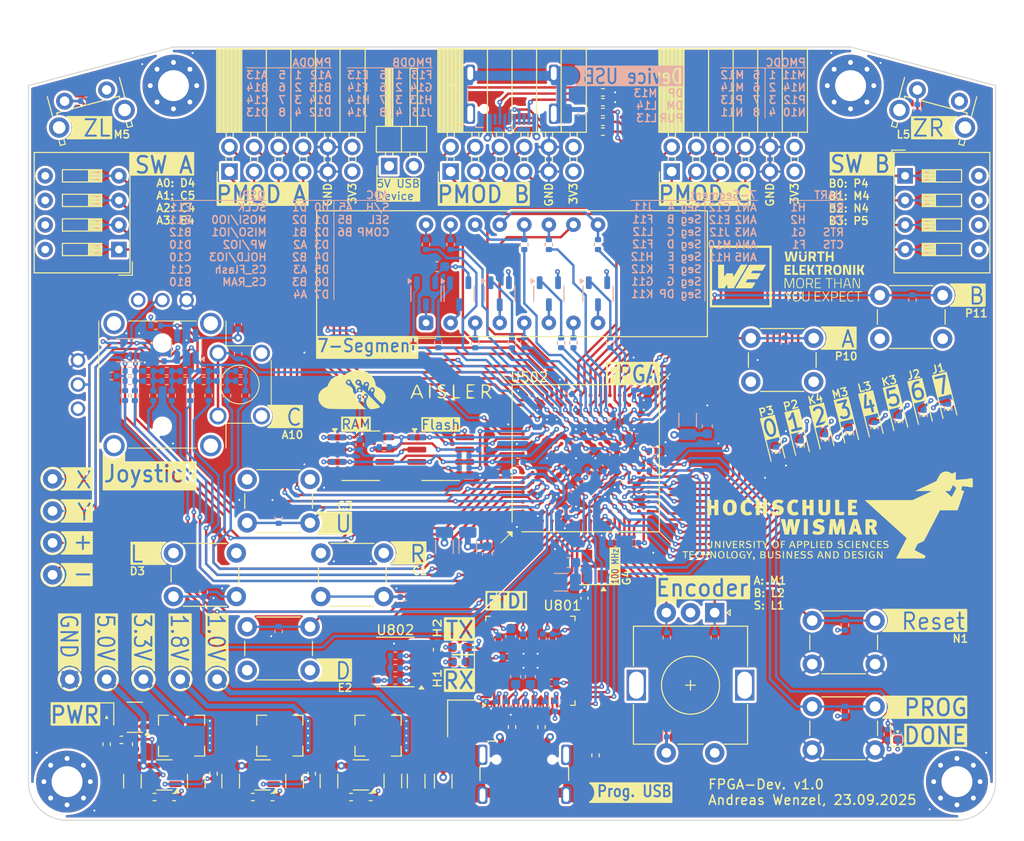
<source format=kicad_pcb>
(kicad_pcb (version 20241229) (generator "pcbnew") (generator_version "9.0")
  (layers (0 "F.Cu" signal) (4 "In1.Cu" signal) (6 "In2.Cu" signal) (2 "B.Cu" signal) (13 "F.Paste" user) (15 "B.Paste" user) (5 "F.SilkS" user "F.Silkscreen") (7 "B.SilkS" user "B.Silkscreen") (1 "F.Mask" user) (3 "B.Mask" user) (25 "Edge.Cuts" user))
  (net 0 "")
  (net 1 "+5V")
  (net 2 "GND")
  (net 3 "+3.3V")
  (net 4 "+1V8")
  (net 5 "+1V0")
  (net 6 "Net-(U801-VREGOUT)")
  (net 7 "Net-(U801-OSCI)")
  (net 8 "Net-(U801-OSCO)")
  (net 9 "Net-(D501-A)")
  (net 10 "Net-(D801-K)")
  (net 11 "Net-(D802-K)")
  (net 12 "/Connectors/PMOD.A1")
  (net 13 "/Connectors/PMOD.A5")
  (net 14 "/Connectors/PMOD.A8")
  (net 15 "/Connectors/PMOD.A3")
  (net 16 "/Connectors/PMOD.A2")
  (net 17 "/Connectors/PMOD.A7")
  (net 18 "/Connectors/PMOD.A4")
  (net 19 "/Connectors/PMOD.A6")
  (net 20 "/Connectors/PMOD.B5")
  (net 21 "/Connectors/PMOD.B2")
  (net 22 "/Connectors/PMOD.B4")
  (net 23 "/Connectors/PMOD.B8")
  (net 24 "/Connectors/PMOD.B7")
  (net 25 "/Connectors/PMOD.B3")
  (net 26 "/Connectors/PMOD.B1")
  (net 27 "/Connectors/PMOD.B6")
  (net 28 "/Connectors/PMOD.C7")
  (net 29 "/Connectors/PMOD.C2")
  (net 30 "/Connectors/PMOD.C4")
  (net 31 "/Connectors/PMOD.C8")
  (net 32 "/Connectors/PMOD.C5")
  (net 33 "/Connectors/PMOD.C1")
  (net 34 "/Connectors/PMOD.C6")
  (net 35 "/Connectors/PMOD.C3")
  (net 36 "Net-(J801-CC2)")
  (net 37 "Net-(J801-SHIELD)")
  (net 39 "Net-(J801-CC1)")
  (net 41 "Net-(U201-SW)")
  (net 42 "Net-(U202-SW)")
  (net 43 "Net-(U203-SW)")
  (net 44 "Net-(Q401-C)")
  (net 45 "Net-(Q401-B)")
  (net 46 "Net-(Q402-C)")
  (net 47 "Net-(Q402-B)")
  (net 48 "Net-(Q403-B)")
  (net 49 "Net-(Q403-C)")
  (net 50 "Net-(Q404-C)")
  (net 51 "Net-(Q404-B)")
  (net 52 "Net-(Q405-C)")
  (net 53 "Net-(Q405-B)")
  (net 54 "Net-(U201-FB)")
  (net 55 "Net-(U201-PG)")
  (net 56 "Net-(U202-FB)")
  (net 57 "Net-(U201-EN)")
  (net 58 "Net-(U203-FB)")
  (net 59 "Net-(U202-EN)")
  (net 60 "Net-(U401-A)")
  (net 61 "/IO/Display.A")
  (net 62 "/IO/Display.B")
  (net 63 "Net-(U401-B)")
  (net 64 "/IO/Display.AN1")
  (net 65 "/IO/Display.AN2")
  (net 66 "/IO/Display.AN3")
  (net 67 "/IO/Display.AN4")
  (net 68 "/IO/Display.AN5")
  (net 69 "Net-(U401-C)")
  (net 70 "/IO/Display.C")
  (net 71 "/IO/Display.D")
  (net 72 "Net-(U401-D)")
  (net 73 "Net-(U401-E)")
  (net 74 "/IO/Display.E")
  (net 75 "/IO/Display.F")
  (net 76 "Net-(U401-F)")
  (net 77 "Net-(U401-G)")
  (net 78 "/IO/Display.G")
  (net 79 "Net-(U401-DP)")
  (net 80 "/IO/Display.DP")
  (net 81 "/IO/MISC.RST")
  (net 82 "Net-(U502C-M0_0)")
  (net 83 "Net-(D501-K)")
  (net 84 "Net-(U502C-INIT_B_0)")
  (net 85 "Net-(U502C-PROGRAM_B_0)")
  (net 86 "Net-(U801-~{RESET})")
  (net 87 "Net-(U801-DM)")
  (net 88 "Net-(U801-DP)")
  (net 89 "Net-(U801-REF)")
  (net 90 "Net-(D801-A)")
  (net 91 "Net-(D802-A)")
  (net 92 "Net-(U801-EECS)")
  (net 93 "Net-(U801-EECLK)")
  (net 94 "Net-(U801-EEDATA)")
  (net 95 "Net-(U802-DO)")
  (net 96 "/IO/LED2")
  (net 97 "/IO/LED0")
  (net 98 "/IO/LED3")
  (net 99 "/IO/LED1")
  (net 100 "/IO/LED6")
  (net 101 "/IO/LED5")
  (net 102 "/IO/LED4")
  (net 103 "/IO/LED7")
  (net 104 "/IO/SW.A1")
  (net 105 "/IO/SW.A2")
  (net 106 "/IO/SW.A3")
  (net 107 "/IO/SW.A0")
  (net 108 "/IO/SW.B0")
  (net 109 "/IO/SW.B2")
  (net 110 "/IO/SW.B1")
  (net 111 "/IO/SW.B3")
  (net 112 "/IO/Btn.D")
  (net 113 "/IO/Btn.U")
  (net 114 "/IO/Btn.R")
  (net 115 "/IO/Btn.L")
  (net 116 "/IO/Btn.ZR")
  (net 117 "/IO/Btn.B")
  (net 118 "/IO/Btn.A")
  (net 119 "/IO/Btn.ZL")
  (net 120 "/FT2232/UART.TX")
  (net 121 "/FT2232/UART.RTS")
  (net 122 "/FT2232/JTAG.TCK")
  (net 123 "/FT2232/JTAG.TDO")
  (net 124 "/IO/MISC.CLK")
  (net 125 "/FT2232/JTAG.TDI")
  (net 126 "/Connectors/USB.DP")
  (net 127 "/FT2232/UART.RX")
  (net 128 "/FT2232/UART.CTS")
  (net 129 "/FT2232/JTAG.TMS")
  (net 130 "/IO/Btn.C")
  (net 159 "/IO/Rotary.A")
  (net 160 "/IO/Rotary.S")
  (net 161 "/IO/Rotary.B")
  (net 162 "Net-(D201-A)")
  (net 163 "Net-(D201-K)")
  (net 164 "Net-(Q201-B)")
  (net 165 "Net-(J404-CC2)")
  (net 166 "Net-(J404-SHIELD)")
  (net 167 "Net-(J404-CC1)")
  (net 170 "Net-(U901-+)")
  (net 171 "/ADC/ADC.D5")
  (net 172 "Net-(U901--)")
  (net 173 "Net-(R902-Pad2)")
  (net 174 "/ADC/ADC.D4")
  (net 175 "Net-(R905-Pad2)")
  (net 176 "/ADC/ADC.D3")
  (net 177 "Net-(R908-Pad2)")
  (net 178 "/ADC/ADC.D2")
  (net 179 "Net-(R911-Pad2)")
  (net 180 "/ADC/ADC.D1")
  (net 181 "Net-(R914-Pad2)")
  (net 182 "/ADC/ADC.D0")
  (net 183 "/ADC/analog.X")
  (net 184 "/ADC/analog.Y")
  (net 185 "/ADC/ADC.COMP")
  (net 186 "/ADC/ADC.SEL")
  (net 187 "/ADC/ADC.SH")
  (net 188 "Net-(D401-K)")
  (net 189 "Net-(D402-K)")
  (net 190 "Net-(D403-K)")
  (net 191 "Net-(D404-K)")
  (net 192 "Net-(D405-K)")
  (net 193 "Net-(D406-K)")
  (net 194 "Net-(D407-K)")
  (net 195 "Net-(D408-K)")
  (net 196 "Net-(J404-D+-PadA6)")
  (net 197 "Net-(J404-D--PadA7)")
  (net 198 "/Connectors/USB.DM")
  (net 199 "/Connectors/USB.PUR")
  (net 207 "unconnected-(U502B-IO_L19N_T3_VREF_34-PadM2)")
  (net 208 "Net-(J405-Pin_2)")
  (net 209 "/ADC/ADC.D7")
  (net 210 "/ADC/ADC.D6")
  (net 211 "Net-(R917-Pad1)")
  (net 212 "Net-(R919-Pad2)")
  (net 213 "/Memory/SPI_Mem.SCLK")
  (net 214 "/Memory/SPI_Mem.MOSI")
  (net 215 "/Memory/SPI_Mem.MISO")
  (net 216 "/Memory/SPI_Mem.WP")
  (net 217 "/Memory/SPI_Mem.HOLD")
  (net 218 "/Memory/SPI_Mem.CS0")
  (net 219 "/Memory/SPI_Mem.CS1")
  (net 220 "Net-(U502A-IO_0_14)")
  (net 221 "Net-(U502A-IO_L1P_T0_D00_MOSI_14)")
  (net 222 "Net-(U502A-IO_L1N_T0_D01_DIN_14)")
  (net 223 "Net-(U502A-IO_L2P_T0_D02_14)")
  (net 224 "Net-(U502A-IO_L2N_T0_D03_14)")
  (footprint "Library:Alps_EC11E-Switch" (layer "F.Cu") (at 109.855 117.58 -90)
    (property "Reference" "SW412" (hide yes))
    (property "Value" "RotaryEncoder_Switch")
  )
  (footprint "MountingHole:MountingHole_3.2mm_M3_Pad_Via" (layer "F.Cu") (at 134.9 135.06)
    (property "Reference" "H104" (hide yes))
    (property "Value" "MountingHole_Pad")
  )
  (footprint "TestPoint:TestPoint_THTPad_D2.0mm_Drill1.0mm" (layer "F.Cu") (at 43.18 124.46)
    (property "Reference" "TP205" (hide yes))
    (property "Value" "TestPoint")
  )
  (footprint "Library:LED_0603_1608Metric" (layer "F.Cu") (at 83.526 121.158 180)
    (property "Reference" "D801" (hide yes))
    (property "Value" "LED_Small_Filled")
  )
  (footprint "Library:logo" (layer "F.Cu") (at 121.539 107.569)
    (property "Reference" "G***" (hide yes))
    (property "Value" "LOGO" (hide yes))
  )
  (footprint "Capacitor_SMD:C_1206_3216Metric" (layer "F.Cu") (at 59.817 135.001 -90)
    (property "Reference" "C203" (hide yes))
    (property "Value" "10u")
  )
  (footprint "Capacitor_SMD:C_0402_1005Metric" (layer "F.Cu") (at 96.393 116.078 -90)
    (property "Reference" "C402" (hide yes))
    (property "Value" "100n")
  )
  (footprint "Resistor_SMD:R_0402_1005Metric" (layer "F.Cu") (at 72.263 136.652 180)
    (property "Reference" "R209" (hide yes))
    (property "Value" "100k")
  )
  (footprint "MountingHole:MountingHole_3.2mm_M3_Pad_Via" (layer "F.Cu") (at 53.9 63.06)
    (property "Reference" "H101" (hide yes))
    (property "Value" "MountingHole_Pad")
  )
  (footprint "Package_TO_SOT_SMD:SOT-23-3" (layer "F.Cu") (at 49.911 128.397 180)
    (property "Reference" "Q201" (hide yes))
    (property "Value" "BC847W")
  )
  (footprint "Library:LED_0603_1608Metric" (layer "F.Cu") (at 46.99 128.397 -90)
    (property "Reference" "D201" (hide yes))
    (property "Value" "LED_Small_Filled")
  )
  (footprint "Library:LED_0603_1608Metric" (layer "F.Cu") (at 118.745 100.33 -76)
    (property "Reference" "D402" (hide yes))
    (property "Value" "LED_Small_Filled")
  )
  (footprint "Resistor_SMD:R_0402_1005Metric" (layer "F.Cu") (at 81.153 121.412 -90)
    (property "Reference" "R814" (hide yes))
    (property "Value" "2k2")
  )
  (footprint "Library:PMOD" (layer "F.Cu") (at 82.5515 71.9455 90)
    (property "Reference" "J402" (hide yes))
    (property "Value" "Conn_02x06_Top_Bottom")
  )
  (footprint "Library:LED_0603_1608Metric" (layer "F.Cu") (at 116.205 100.965 -76)
    (property "Reference" "D401" (hide yes))
    (property "Value" "LED_Small_Filled")
  )
  (footprint "Resistor_SMD:R_0402_1005Metric" (layer "F.Cu") (at 91.948 129.413 90)
    (property "Reference" "R806" (hide yes))
    (property "Value" "5k1")
  )
  (footprint "TestPoint:TestPoint_THTPad_D2.0mm_Drill1.0mm" (layer "F.Cu") (at 54.61 124.46)
    (property "Reference" "TP202" (hide yes))
    (property "Value" "TestPoint")
  )
  (footprint "Library:SW_PUSH_6mm_H4.3mm" (layer "F.Cu") (at 126.925 84.745)
    (property "Reference" "SW409" (hide yes))
    (property "Value" "SW_Omron_B3FS")
  )
  (footprint "Capacitor_SMD:C_1206_3216Metric" (layer "F.Cu") (at 81.788 135.001 -90)
    (property "Reference" "C801" (hide yes))
    (property "Value" "10u")
  )
  (footprint "Resistor_SMD:R_0402_1005Metric" (layer "F.Cu") (at 50.038 131.191 -90)
    (property "Reference" "R202" (hide yes))
    (property "Value" "100k")
  )
  (footprint "Library:LED_0603_1608Metric" (layer "F.Cu") (at 123.825 99.06 -76)
    (property "Reference" "D404" (hide yes))
    (property "Value" "LED_Small_Filled")
  )
  (footprint "Resistor_SMD:R_0402_1005Metric" (layer "F.Cu") (at 88.9 129.413 90)
    (property "Reference" "R807" (hide yes))
    (property "Value" "5k1")
  )
  (footprint "Capacitor_SMD:C_1206_3216Metric" (layer "F.Cu") (at 76.581 135.001 -90)
    (property "Reference" "C206" (hide yes))
    (property "Value" "22u")
  )
  (footprint "Resistor_SMD:R_0402_1005Metric" (layer "F.Cu") (at 74.295 136.652)
    (property "Reference" "R207" (hide yes))
    (property "Value" "68k")
  )
  (footprint "Resistor_SMD:R_0402_1005Metric" (layer "F.Cu") (at 46.99 131.191 -90)
    (property "Reference" "R210" (hide yes))
    (property "Value" "1k")
  )
  (footprint "Inductor_SMD:L_Bourns-SRN4018" (layer "F.Cu") (at 75.057 130.302)
    (property "Reference" "L203" (hide yes))
    (property "Value" "2u2")
  )
  (footprint "Library:aisler" (layer "F.Cu") (at 77.851 94.488)
    (property "Reference" "G***" (hide yes))
    (property "Value" "LOGO" (hide yes))
  )
  (footprint "Resistor_SMD:R_0402_1005Metric" (layer "F.Cu") (at 98.298 64.77 180)
    (property "Reference" "R417" (hide yes))
    (property "Value" "5k1")
  )
  (footprint "Connector_PinHeader_2.54mm:PinHeader_1x02_P2.54mm_Horizontal" (layer "F.Cu") (at 76.2 71.374 90)
    (property "Reference" "J405" (hide yes))
    (property "Value" "Conn_01x02_Pin")
  )
  (footprint "Library:SW_Tactile_SPST_Angled_PTS645Vx39-2LFS" (layer "F.Cu") (at 42.643334 64.664685 15)
    (property "Reference" "SW403" (hide yes))
    (property "Value" "SW_Omron_B3FS")
  )
  (footprint "Package_BGA:Xilinx_FTGB196" (layer "F.Cu") (at 96.52 101.6 90)
    (property "Reference" "U502")
    (property "Value" "XC7S50FTGB196")
  )
  (footprint "Library:PMOD" (layer "F.Cu") (at 105.4115 71.9455 90)
    (property "Reference" "J403" (hide yes))
    (property "Value" "Conn_02x06_Top_Bottom")
  )
  (footprint "Library:PMOD" (layer "F.Cu") (at 59.6915 71.9455 90)
    (property "Reference" "J401" (hide yes))
    (property "Value" "Conn_02x06_Top_Bottom")
  )
  (footprint "TestPoint:TestPoint_THTPad_D2.0mm_Drill1.0mm" (layer "F.Cu") (at 41.402 113.665)
    (property "Reference" "TP902" (hide yes))
    (property "Value" "TestPoint")
  )
  (footprint "Library:LED_0603_1608Metric" (layer "F.Cu") (at 128.778 129.921 90)
    (property "Reference" "D501" (hide yes))
    (property "Value" "LED_Small_Filled")
  )
  (footprint "Oscillator:Oscillator_SMD_Abracon_ASE-4Pin_3.2x2.5mm" (layer "F.Cu") (at 97.472 112.776 90)
    (property "Reference" "X401" (hide yes))
    (property "Value" "100MHz")
  )
  (footprint "Capacitor_SMD:C_1206_3216Metric" (layer "F.Cu") (at 49.657 135.001 -90)
    (property "Reference" "C201" (hide yes))
    (property "Value" "10u")
  )
  (footprint "Resistor_SMD:R_0402_1005Metric" (layer "F.Cu") (at 51.943 136.652 180)
    (property "Reference" "R203" (hide yes))
    (property "Value" "105k")
  )
  (footprint "Inductor_SMD:L_Bourns-SRN4018" (layer "F.Cu") (at 54.737 130.302)
    (property "Reference" "L201" (hide yes))
    (property "Value" "2u2")
  )
  (footprint "TestPoint:TestPoint_THTPad_D2.0mm_Drill1.0mm" (layer "F.Cu") (at 58.42 124.46)
    (property "Reference" "TP203" (hide yes))
    (property "Value" "TestPoint")
  )
  (footprint "Library:LED_0603_1608Metric" (layer "F.Cu") (at 126.365 98.425 -76)
    (property "Reference" "D405" (hide yes))
    (property "Value" "LED_Small_Filled")
  )
  (footprint "Library:LTC-4627Jx_compat" (layer "F.Cu") (at 80.01 87.5975 90)
    (property "Reference" "U401" (hide yes))
    (property "Value" "LTC-4627JR")
  )
  (footprint "TestPoint:TestPoint_THTPad_D2.0mm_Drill1.0mm" (layer "F.Cu") (at 46.99 124.46)
    (property "Reference" "TP204" (hide yes))
    (property "Value" "TestPoint")
  )
  (footprint "Library:SW_PUSH_6mm_H4.3mm" (layer "F.Cu") (at 75.64 115.915 180)
    (property "Reference" "SW408" (hide yes))
    (property "Value" "SW_Omron_B3FS")
  )
  (footprint "Library:SW_PUSH_6mm_H4.3mm" (layer "F.Cu") (at 61.52 119.035)
    (property "Reference" "SW411" (hide yes))
    (property "Value" "SW_Omron_B3FS")
  )
  (footprint "TestPoint:TestPoint_THTPad_D2.0mm_Drill1.0mm" (layer "F.Cu") (at 50.8 124.46)
    (property "Reference" "TP201" (hide yes))
    (property "Value" "TestPoint")
  )
  (footprint "Package_SO:SOIC-8_3.9x4.9mm_P1.27mm" (layer "F.Cu") (at 73.279 101.346)
    (property "Reference" "U1002" (hide yes))
    (property "Value" "APS6404")
  )
  (footprint "Resistor_SMD:R_0402_1005Metric" (layer "F.Cu") (at 53.975 136.652 180)
    (property "Reference" "R201" (hide yes))
    (property "Value" "470k")
  )
  (footprint "Capacitor_SMD:C_1206_3216Metric" (layer "F.Cu") (at 56.261 135.001 -90)
    (property "Reference" "C202" (hide yes))
    (property "Value" "10u")
  )
  (footprint "Resistor_SMD:R_0402_1005Metric" (layer "F.Cu") (at 98.298 66.802 180)
    (property "Reference" "R419" (hide yes))
    (property "Value" "22")
  )
  (footprint "MountingHole:MountingHole_3.2mm_M3_Pad_Via" (layer "F.Cu") (at 123.9 63.06)
    (property "Reference" "H102" (hide yes))
    (property "Value" "MountingHole_Pad")
  )
  (footprint "Resistor_SMD:R_0402_1005Metric" (layer "F.Cu") (at 58.039 134.239 90)
    (property "Reference" "R205" (hide yes))
    (property "Value" "100k")
  )
  (footprint "Resistor_SMD:R_0402_1005Metric" (layer "F.Cu") (at 62.103 136.652 180)
    (property "Reference" "R206" (hide yes))
    (property "Value" "100k")
  )
  (footprint "Library:LED_0603_1608Metric" (layer "F.Cu") (at 133.985 96.52 -76)
    (property "Reference" "D408" (hide yes))
    (property "Value" "LED_Small_Filled")
  )
  (footprint "Library:SW_DIP_SPSTx04_Slide_9.78x12.34mm_W7.62mm_P2.54mm" (layer "F.Cu") (at 48.26 80.01 180)
    (property "Reference" "SW401" (hide yes))
    (property "Value" "SW_DIP_x04")
  )
  (footprint "MountingHole:MountingHole_3.2mm_M3_Pad_Via" (layer "F.Cu") (at 42.9 135.06)
    (property "Reference" "H103" (hide yes))
    (property "Value" "MountingHole_Pad")
  )
  (footprint "Capacitor_SMD:C_1206_3216Metric" (layer "F.Cu") (at 66.421 135.001 -90)
    (property "Reference" "C204" (hide yes))
    (property "Value" "22u")
  )
  (footprint "TestPoint:TestPoint_THTPad_D2.0mm_Drill1.0mm" (layer "F.Cu") (at 41.402 103.7395)
    (property "Reference" "TP901" (hide yes))
    (property "Value" "TestPoint")
  )
  (footprint "Package_TO_SOT_SMD:SOT-23-6" (layer "F.Cu") (at 63.119 134.366 180)
    (property "Reference" "U202" (hide yes))
    (property "Value" "TLV62568DDC")
  )
  (footprint "Oscillator:Oscillator_SMD_Abracon_ASE-4Pin_3.2x2.5mm" (layer "F.Cu") (at 83.82 128.524 -90)
    (property "Reference" "Y801" (hide yes))
    (property "Value" "12MHz")
  )
  (footprint "Library:wuerth" (layer "F.Cu") (at 117.348 82.804)
    (property "Reference" "G***" (hide yes))
    (property "Value" "LOGO" (hide yes))
  )
  (footprint "Library:SW_PUSH_6mm_H4.3mm" (layer "F.Cu") (at 68.02 108.295 180)
    (property "Reference" "SW406" (hide yes))
    (property "Value" "SW_Omron_B3FS")
  )
  (footprint "Library:SW_DIP_SPSTx04_Slide_9.78x12.34mm_W7.62mm_P2.54mm" (layer "F.Cu") (at 129.54 72.39)
    (property "Reference" "SW402" (hide yes))
    (property "Value" "SW_DIP_x04")
  )
  (footprint "Resistor_SMD:R_0402_1005Metric" (layer "F.Cu") (at 98.298 65.786 180)
    (property "Reference" "R421" (hide yes))
    (property "Value" "1k5")
  )
  (footprint "TestPoint:TestPoint_THTPad_D2.0mm_Drill1.0mm" (layer "F.Cu") (at 41.402 110.363)
    (property "Reference" "TP903" (hide yes))
    (property "Value" "TestPoint")
  )
  (footprint "Package_TO_SOT_SMD:SOT-23-6" (layer "F.Cu") (at 52.959 134.366 180)
    (property "Reference" "U201" (hide yes))
    (property "Value" "TLV62568DDC")
  )
  (footprint "Library:USB_C_Combo" (layer "F.Cu") (at 90.17 135.382)
    (property "Reference" "J801" (hide yes))
    (property "Value" "USB_C_Receptacle_USB2.0_16P")
  )
  (footprint "Package_SO:SOIC-8_3.9x4.9mm_P1.27mm" (layer "F.Cu") (at 76.835 122.682 180)
    (property "Reference" "U802")
    (property "Value" "93LCxxB")
  )
  (footprint "Library:LED_0603_1608Metric" (layer "F.Cu") (at 128.905 97.79 -76)
    (property "Reference" "D406" (hide yes))
    (property "Value" "LED_Small_Filled")
  )
  (footprint "Inductor_SMD:L_Bourns-SRN4018" (layer "F.Cu") (at 64.897 130.302)
    (property "Reference" "L202" (hide yes))
    (property "Value" "2u2")
  )
  (footprint "Package_SO:SOIC-8_3.9x4.9mm_P1.27mm" (layer "F.Cu") (at 81.534 101.346)
    (property "Reference" "U1001" (hide yes))
    (property "Value" "IS25LP032D-JNLE")
  )
  (footprint "Package_TO_SOT_SMD:SOT-23-6" (layer "F.Cu") (at 73.279 134.366 180)
    (property "Reference" "U203" (hide yes))
    (property "Value" "TLV62568DDC")
  )
  (footprint "Library:RKJXV1224" (layer "F.Cu") (at 52.755 93.98 90)
    (property "Reference" "SW413" (hide yes))
    (property "Value" "~")
  )
  (footprint "Package_DFN_QFN:QFN-64-1EP_9x9mm_P0.5mm_EP4.35x4.35mm" (layer "F.Cu") (at 90.805 122.555 90)
    (property "Reference" "U801")
    (property "Value" "FT2232HQ")
  )
  (footprint "Library:SW_PUSH_6mm_H4.3mm" (layer "F.Cu") (at 119.94 118.4)
    (property "Reference" "SW405" (hide yes))
    (property "Value" "SW_Omron_B3FS")
  )
  (footprint "Capacitor_SMD:C_1206_3216Metric" (layer "F.Cu") (at 78.994 135.001 -90)
    (property "Reference" "C207" (hide yes))
    (property "Value" "22u")
  )
  (footprint "Resistor_SMD:R_0402_1005Metric" (layer "F.Cu") (at 64.135 136.652)
    (property "Reference" "R204" (hide yes))
    (property "Value" "200k")
  )
  (footprint "Resistor_SMD:R_0402_1005Metric" (layer "F.Cu") (at 98.298 67.818 180)
    (property "Reference" "R420" (hide yes))
    (property "Value" "22")
  )
  (footprint "Library:SW_PUSH_6mm_H4.3mm" (layer "F.Cu") (at 60.4 115.915 180)
    (property "Reference" "SW407" (hide yes))
    (property "Value" "SW_Omron_B3FS")
  )
  (footprint "Resistor_SMD:R_0402_1005Metric" (layer "F.Cu") (at 97.536 132.334 90)
    (property "Reference" "R805" (hide yes))
    (property "Value" "1Meg")
  )
  (footprint "Library:SW_PUSH_6mm_H4.3mm" (layer "F.Cu") (at 119.94 127.29)
    (property "Reference" "SW501" (hide yes))
    (property "Value" "SW_Omron_B3FS")
  )
  (footprint "Library:SW_PUSH_6mm_H4.3mm" (layer "F.Cu") (at 113.59 89.19)
    (property "Reference" "SW410" (hide yes))
    (property "Value" "SW_Omron_B3FS")
  )
  (footprint "Resistor_SMD:R_0402_1005Metric" (layer "F.Cu") (at 68.199 134.239 90)
    (property "Reference" "R208" (hide yes))
    (property "Value" "100k")
  )
  (footprint "Library:LED_0603_1608Metric" (layer "F.Cu") (at 131.445 97.155 -76)
    (property "Reference" "D407" (hide yes))
    (property "Value" "LED_Small_Filled")
  )
  (footprint "Resistor_SMD:R_0402_1005Metric" (layer "F.Cu") (at 98.298 63.754 180)
    (property "Reference" "R416" (hide yes))
    (property "Value" "5k1")
  )
  (footprint "Resistor_SMD:R_0402_1005Metric" (layer "F.Cu") (at 48.514 130.738 180)
    (property "Reference" "R211" (hide yes))
    (property "Value" "1k")
  )
  (footprint "Library:SW_Tactile_SPST_Angled_PTS645Vx39-2LFS" (layer "F.Cu") (at 130.81 63.5 -15)
    (property "Reference" "SW404" (hide yes))
    (property "Value" "SW_Omron_B3FS")
  )
  (footprint "Library:LED_0603_1608Metric" (layer "F.Cu") (at 121.285 99.695 -76)
    (property "Reference" "D403" (hide yes))
    (property "Value" "LED_Small_Filled")
  )
  (footprint "TestPoint:TestPoint_THTPad_D2.0mm_Drill1.0mm" (layer "F.Cu") (at 41.402 107.061)
    (property "Reference" "TP904" (hide yes))
    (property "Value" "TestPoint")
  )
  (footprint "Capacitor_SMD:C_1206_3216Metric" (layer "F.Cu") (at 69.977 135.001 -90)
    (property "Reference" "C205" (hide yes))
    (property "Value" "10u")
  )
  (footprint "Library:LED_0603_1608Metric" (layer "F.Cu") (at 83.526 122.682 180)
    (property "Reference" "D802" (hide yes))
    (property "Value" "LED_Small_Filled")
  )
  (footprint "Resistor_SMD:R_0402_1005Metric" (layer "B.Cu") (at 51.816 95.125 90)
    (property "Reference" "R916" (hide yes))
    (property "Value" "10k")
  )
  (footprint "Capacitor_SMD:C_0402_1005Metric" (layer "B.Cu") (at 60.579 87.757 90)
    (property "Reference" "C901" (hide yes))
    (property "Value" "100n")
  )
  (footprint "Resistor_SMD:R_0402_1005Metric" (layer "B.Cu") (at 99.06 89.662 -90)
    (property "Reference" "R406" (hide yes))
    (property "Value" "2k2")
  )
  (footprint "Resistor_SMD:R_0402_1005Metric" (layer "B.Cu") (at 57.531 95.125 90)
    (property "Reference" "R907" (hide yes))
    (property "Value" "10k")
  )
  (footprint "Capacitor_SMD:C_0402_1005Metric" (layer "B.Cu") (at 82.804 98.806 180)
    (property "Reference" "C1001" (hide yes))
    (property "Value" "100n")
  )
  (footprint "Resistor_SMD:R_0402_1005Metric" (layer "B.Cu") (at 92.71 79.502 90)
    (property "Reference" "R411" (hide yes))
    (property "Value" "22")
  )
  (footprint "Capacitor_SMD:C_0603_1608Metric" (layer "B.Cu") (at 94.742 112.395 180)
    (property "Reference" "C607" (hide yes))
    (property "Value" "4u7")
  )
  (footprint "Capacitor_SMD:C_0402_1005Metric" (layer "B.Cu") (at 94.27 108.1 -135)
    (property "Reference" "C608" (hide yes))
    (property "Value" "470n")
  )
  (footprint "Capacitor_SMD:C_1206_3216Metric" (layer "B.Cu") (at 81.915 110.744 -90)
    (property "Reference" "C713" (hide yes))
    (property "Value" "47u")
  )
  (footprint "Resistor_SMD:R_0402_1005Metric" (layer "B.Cu") (at 70.866 101.981 180)
    (property "Reference" "R1002" (hide yes))
    (property "Value" "1k8")
  )
  (footprint "Resistor_SMD:R_0402_1005Metric" (layer "B.Cu") (at 126.365 98.425 -90)
    (property "Reference" "R426" (hide yes))
    (property "Value" "100")
  )
  (footprint "Capacitor_SMD:C_0603_1608Metric" (layer "B.Cu") (at 99.52 101.219 -90)
    (property "Reference" "C706" (hide yes))
    (property "Value" "4u7")
  )
  (footprint "Resistor_SMD:R_0402_1005Metric" (layer "B.Cu") (at 127.762 130.175 90)
    (property "Reference" "R502" (hide yes))
    (property "Value" "330")
  )
  (footprint "Capacitor_SMD:C_0402_1005Metric" (layer "B.Cu") (at 92.964 124.841 180)
    (property "Reference" "C809" (hide yes))
    (property "Value" "100n")
  )
  (footprint "Resistor_SMD:R_0402_1005Metric" (layer "B.Cu") (at 133.985 96.52 -90)
    (property "Reference" "R429" (hide yes))
    (property "Value" "100")
  )
  (footprint "Resistor_SMD:R_0402_1005Metric" (layer "B.Cu") (at 116.205 100.965 -90)
    (property "Reference" "R422" (hide yes))
    (property "Value" "100")
  )
  (footprint "Resistor_SMD:R_0402_1005Metric" (layer "B.Cu") (at 53.721 95.125 90)
    (property "Reference" "R913" (hide yes))
    (property "Value" "10k")
  )
  (footprint "Resistor_SMD:R_0402_1005Metric" (layer "B.Cu") (at 76.835 124.587)
    (property "Reference" "R811" (hide yes))
    (property "Value" "10k")
  )
  (footprint "Library:USB_C_Combo" (layer "B.Cu") (at 88.9 62.865)
    (property "Reference" "J404" (hide yes))
    (property "Value" "USB_C_Receptacle_USB2.0_16P")
  )
  (footprint "Resistor_SMD:R_0402_1005Metric" (layer "B.Cu") (at 76.835 122.047)
    (property "Reference" "R813" (hide yes))
    (property "Value" "10k")
  )
  (footprint "Resistor_SMD:R_0402_1005Metric" (layer "B.Cu") (at 90.297 127.254 -90)
    (property "Reference" "R808" (hide yes))
    (property "Value" "12k")
  )
  (footprint "Resistor_SMD:R_0402_1005Metric" (layer "B.Cu") (at 109.855 120.142 -90)
    (property "Reference" "R439" (hide yes))
    (property "Value" "10k")
  )
  (footprint "Resistor_SMD:R_0402_1005Metric" (layer "B.Cu") (at 89.535 101.981)
    (property "Reference" "R602" (hide yes))
    (property "Value" "100")
  )
  (footprint "Resistor_SMD:R_0402_1005Metric" (layer "B.Cu") (at 45.974 80.01 180)
    (property "Reference" "R430" (hide yes))
    (property "Value" "10k")
  )
  (footprint "Resistor_SMD:R_0402_1005Metric" (layer "B.Cu") (at 52.07 87.884 180)
    (property "Reference" "R918" (hide yes))
    (property "Value" "10k")
  )
  (footprint "Resistor_SMD:R_0402_1005Metric" (layer "B.Cu") (at 49.403 92.583 180)
    (property "Reference" "R923" (hide yes))
    (property "Value" "10k")
  )
  (footprint "Resistor_SMD:R_0402_1005Metric" (layer "B.Cu") (at 128.778 130.175 90)
    (property "Reference" "R507" (hide yes))
    (property "Value" "100")
  )
  (footprint "Resistor_SMD:R_0402_1005Metric" (layer "B.Cu") (at 131.445 97.155 -90)
    (property "Reference" "R428" (hide yes))
    (property "Value" "100")
  )
  (footprint "Resistor_SMD:R_0402_1005Metric" (layer "B.Cu") (at 70.866 99.441 180)
    (property "Reference" "R601" (hide yes))
    (property "Value" "1k")
  )
  (footprint "Capacitor_SMD:C_0402_1005Metric" (layer "B.Cu") (at 87.249 127.254 -90)
    (property "Reference" "C816" (hide yes))
    (property "Value" "15p")
  )
  (footprint "Capacitor_SMD:C_0402_1005Metric" (layer "B.Cu") (at 94.52 102.6 45)
    (property "Reference" "C701" (hide yes))
    (property "Value" "470n")
  )
  (footprint "Capacitor_SMD:C_0402_1005Metric" (layer "B.Cu") (at 98.02 99.1 135)
    (property "Reference" "C715" (hide yes))
    (property "Value" "470n")
  )
  (footprint "Capacitor_SMD:C_0402_1005Metric" (layer "B.Cu") (at 86.233 127.254 -90)
    (property "Reference" "C808" (hide yes))
    (property "Value" "100n")
  )
  (footprint "Capacitor_SMD:C_0402_1005Metric" (layer "B.Cu") (at 88.265 127.254 -90)
    (property "Reference" "C817" (hide yes))
    (property "Value" "15p")
  )
  (footprint "Resistor_SMD:R_0402_1005Metric" (layer "B.Cu") (at 103.632 100.838 180)
    (property "Reference" "R503" (hide yes))
    (property "Value" "4k7")
  )
  (footprint "Resistor_SMD:R_0402_1005Metric" (layer "B.Cu") (at 77.851 115.951)
    (property "Reference" "R443" (hide yes))
    (property "Value" "10k")
  )
  (footprint "Resistor_SMD:R_0402_1005Metric" (layer "B.Cu") (at 64.77 119.507 -90)
    (property "Reference" "R444" (hide yes))
    (property "Value" "10k")
  )
  (footprint "Capacitor_SMD:C_0402_1005Metric" (layer "B.Cu") (at 92.329 127.254 -90)
    (property "Reference" "C806" (hide yes))
    (property "Value" "100n")
  )
  (footprint "Resistor_SMD:R_0402_1005Metric" (layer "B.Cu") (at 121.285 99.695 -90)
    (property "Reference" "R424" (hide yes))
    (property "Value" "100")
  )
  (footprint "Resistor_SMD:R_0402_1005Metric" (layer "B.Cu") (at 90.17 89.662 90)
    (property "Reference" "R410" (hide yes))
    (property "Value" "22")
  )
  (footprint "Resistor_SMD:R_0402_1005Metric" (layer "B.Cu") (at 83.947 101.346)
    (property "Reference" "R605" (hide yes))
    (property "Value" "100")
  )
  (footprint "Resistor_SMD:R_0402_1005Metric" (layer "B.Cu") (at 93.98 89.662 -90)
    (property "Reference" "R405" (hide yes))
    (property "Value" "2k2")
  )
  (footprint "Resistor_SMD:R_0402_1005Metric" (layer "B.Cu") (at 123.825 99.06 -90)
    (property "Reference" "R425" (hide yes))
    (property "Value" "100")
  )
  (footprint "Resistor_SMD:R_0402_1005Metric" (layer "B.Cu") (at 59.436 95.125 90)
    (property "Reference" "R904" (hide yes))
    (property "Value" "10k")
  )
  (footprint "Resistor_SMD:R_0402_1005Metric" (layer "B.Cu") (at 60.833 92.585 180)
    (property "Reference" "R903" (hide yes))
    (property "Value" "10k")
  )
  (footprint "Resistor_SMD:R_0402_1005Metric" (layer "B.Cu") (at 51.308 92.583 180)
    (property "Reference" "R919" (hide yes))
    (property "Value" "10k")
  )
  (footprint "Resistor_SMD:R_0402_1005Metric" (layer "B.Cu") (at 76.835 123.317)
    (property "Reference" "R812" (hide yes))
    (property "Value" "10k")
  )
  (footprint "Capacitor_SMD:C_0402_1005Metric" (layer "B.Cu") (at 92.075 120.269 -90)
    (property "Reference" "C807" (hide yes))
    (property "Value" "100n")
  )
  (footprint "Resistor_SMD:R_0402_1005Metric" (layer "B.Cu") (at 53.213 93.601 180)
    (property "Reference" "R915" (hide yes))
    (property "Value" "10k")
  )
  (footprint "Capacitor_SMD:C_0402_1005Metric" (layer "B.Cu") (at 97.02 103.1 -45)
    (property "Reference" "C704" (hide yes))
    (property "Value" "470n")
  )
  (footprint "Resistor_SMD:R_0402_1005Metric" (layer "B.Cu") (at 55.626 95.125 90)
    (property "Reference" "R910" (hide yes))
    (property "Value" "10k")
  )
  (footprint "Resistor_SMD:R_0402_1005Metric" (layer "B.Cu") (at 60.833 93.601 180)
    (property "Reference" "R902" (hide yes))
    (property "Value" "10k")
  )
  (footprint "Capacitor_SMD:C_0402_1005Metric" (layer "B.Cu") (at 101.473 110.363 180)
    (property "Reference" "C609" (hide yes))
    (property "Value" "470n")
  )
  (footprint "Resistor_SMD:R_0402_1005Metric" (layer "B.Cu") (at 131.826 77.47)
    (property "Reference" "R435" (hide yes))
    (property "Value" "10k")
  )
  (footprint "Resistor_SMD:R_0402_1005Metric" (layer "B.Cu") (at 128.905 97.79 -90)
    (property "Reference" "R427" (hide yes))
    (property "Value" "100")
  )
  (footprint "Resistor_SMD:R_0402_1005Metric" (layer "B.Cu") (at 57.023 93.601 180)
    (property "Reference" "R908" (hide yes))
    (property "Value" "10k")
  )
  (footprint "Capacitor_SMD:C_0402_1005Metric" (layer "B.Cu") (at 99.314 97.6 -90)
    (property "Reference" "C604" (hide yes))
    (property "Value" "470n")
  )
  (footprint "Resistor_SMD:R_0402_1005Metric" (layer "B.Cu") (at 95.25 89.662 90)
    (property "Reference" "R413" (hide yes))
    (property "Value" "22")
  )
  (footprint "Package_TO_SOT_SMD:SOT-23-3" (layer "B.Cu") (at 87.63 84.582 -90)
    (property "Reference" "Q405" (hide yes))
    (property "Value" "BC857W")
  )
  (footprint "Capacitor_SMD:C_0402_1005Metric" (layer "B.Cu") (at 87.503 120.396 -90)
    (property "Reference" "C813" (hide yes))
    (property "Value" "100n")
  )
  (footprint "Resistor_SMD:R_0402_1005Metric" (layer "B.Cu") (at 118.745 100.33 -90)
    (property "Reference" "R423" (hide yes))
    (property "Value" "100")
  )
  (footprint "Resistor_SMD:R_0402_1005Metric" (layer "B.Cu") (at 103.632 102.87 180)
    (property "Reference" "R501" (hide yes))
    (property "Value" "4k7")
  )
  (footprint "Resistor_SMD:R_0402_1005Metric" (layer "B.Cu") (at 75.692 100.457)
    (property "Reference" "R1001" (hide yes))
    (property "Value" "1k8")
  )
  (footprint "Resistor_SMD:R_0402_1005Metric" (layer "B.Cu") (at 80.01 79.502 90)
    (property "Reference" "R402" (hide yes))
    (property "Value" "22")
  )
  (footprint "Capacitor_SMD:C_0402_1005Metric" (layer "B.Cu") (at 88.392 122.174)
    (property "Reference" "C812" (hide yes))
    (property "Value" "100n")
  )
  (footprint "Capacitor_SMD:C_1206_3216Metric" (layer "B.Cu") (at 84.328 110.744 -90)
    (property "Reference" "C710" (hide yes))
    (property "Value" "47u")
  )
  (footprint "Resistor_SMD:R_0402_1005Metric" (layer "B.Cu") (at 61.341 95.125 90)
    (property "Reference" "R901" (hide yes))
    (property "Value" "10k")
  )
  (footprint "Capacitor_SMD:C_0402_1005Metric" (layer "B.Cu") (at 75.692 99.441 180)
    (property "Reference" "C1002" (hide yes))
    (property "Value" "100n")
  )
  (footprint "Package_TO_SOT_SMD:SOT-23-5" (layer "B.Cu") (at 55.245 90.043 90)
    (property "Reference" "U901" (hide yes))
    (property "Value" "AP331")
  )
  (footprint "Resistor_SMD:R_0402_1005Metric" (layer "B.Cu") (at 85.09 89.662 90)
    (property "Reference" "R409" (hide yes))
    (property "Value" "22")
  )
  (footprint "Resistor_SMD:R_0402_1005Metric" (layer "B.Cu") (at 57.023 115.443 90)
    (property "Reference" "R442" (hide yes))
    (property "Value" "10k")
  )
  (footprint "Capacitor_SMD:C_1206_3216Metric" (layer "B.Cu") (at 93.98 114.427 180)
    (property "Reference" "C606" (hide yes))
    (property "Value" "47u")
  )
  (footprint "Resistor_SMD:R_0402_1005Metric" (layer "B.Cu") (at 64.77 107.823 90)
    (property "Reference" "R441" (hide yes))
    (property "Value" "10k")
  )
  (footprint "Capacitor_SMD:C_0603_1608Metric" (layer "B.Cu") (at 88.773 120.015 -90)
    (property "Reference" "C814" (hide yes))
    (property "Value" "4u7")
  )
  (footprint "Capacitor_SMD:C_0603_1608Metric" (layer "B.Cu") (at 90.805 124.206 90)
    (property "Reference" "C802" (hide yes))
    (property "Value" "4u7")
  )
  (footprint "Resistor_SMD:R_0402_1005Metric" (layer "B.Cu") (at 123.317 118.872 -90)
    (property "Reference" "R414" (hide yes))
    (property "Value" "2k2")
  )
  (footprint "Capacitor_SMD:C_0402_1005Metric" (layer "B.Cu") (at 98.02 102.6 135)
    (property "Reference" "C705" (hide yes))
    (property "Value" "470n")
  )
  (footprint "Capacitor_SMD:C_1206_3216Metric" (layer "B.Cu") (at 107.061 97.663 90)
    (property "Reference" "C709" (hide yes))
    (property "Value" "100u")
  )
  (footprint "Capacitor_SMD:C_0603_1608Metric" (layer "B.Cu") (at 102.87 93.853 90)
    (property "Reference" "C605" (hide yes))
    (property "Value" "4u7")
  )
  (footprint "Resistor_SMD:R_0402_1005Metric" (layer "B.Cu") (at 88.9 89.662 -90)
    (property "Reference" "R407" (hide yes))
    (property "Value" "2k2")
  )
  (footprint "Resistor_SMD:R_0402_1005Metric" (layer "B.Cu") (at 53.213 92.591476 180)
    (property "Reference" "R914" (hide yes))
    (property "Value" "10k")
  )
  (footprint "Resistor_SMD:R_0402_1005Metric" (layer "B.Cu") (at 131.826 74.93)
    (property "Reference" "R436" (hide yes))
    (property "Value" "10k")
  )
  (footprint "Package_TO_SOT_SMD:SOT-23-3" (layer "B.Cu") (at 80.01 84.582 -90)
    (property "Reference" "Q401" (hide yes))
    (property "Value" "BC857W")
  )
  (footprint "Resistor_SMD:R_0402_1005Metric" (layer "B.Cu") (at 49.911 95.123 90)
    (property "Reference" "R921" (hide yes))
    (property "Value" "10k")
  )
  (footprint "Resistor_SMD:R_0402_1005Metric" (layer "B.Cu") (at 93.345 127.254 90)
    (property "Reference" "R801" (hide yes))
    (property "Value" "1k")
  )
  (footprint "Resistor_SMD:R_0402_1005Metric" (layer "B.Cu") (at 123.317 127.762 90)
    (property "Reference" "R504" (hide yes))
    (property "Value" "4k7")
  )
  (footprint "Capacitor_SMD:C_0402_1005Metric" (layer "B.Cu") (at 101.52 94.1 90)
    (property "Reference" "C602" (hide yes))
    (property "Value" "470n")
  )
  (footprint "Capacitor_SMD:C_0402_1005Metric" (layer "B.Cu") (at 96.02 99.1 135)
    (property "Reference" "C717" (hide yes))
    (property "Value" "470n")
  )
  (footprint "Capacitor_SMD:C_0402_1005Metric" (layer "B.Cu") (at 52.451 91.567 180)
    (property "Reference" "C902" (hide yes))
    (property "Value" "1n")
  )
  (footprint "Resistor_SMD:R_0402_1005Metric" (layer "B.Cu") (at 47.496 93.091 180)
    (property "Reference" "R917" (hide yes))
    (property "Value" "10k")
  )
  (footprint "Capacitor_SMD:C_0402_1005Metric" (layer "B.Cu") (at 74.549 124.587 180)
    (property "Reference" "C815" (hide yes))
    (property "Value" "100n")
  )
  (footprint "Resistor_SMD:R_0402_1005Metric" (layer "B.Cu") (at 85.979 100.711)
    (property "Reference" "R606" (hide yes))
    (property "Value" "100")
  )
  (footprint "Resistor_SMD:R_0402_1005Metric" (layer "B.Cu") (at 48.895 95.123 90)
    (property "Reference" "R924" (hide yes))
    (property "Value" "10k")
  )
  (footprint "Capacitor_SMD:C_0603_1608Metric" (layer "B.Cu") (at 101.77 99.568)
    (property "Reference" "C707" (hide yes))
    (property "Value" "4u7")
  )
  (footprint "Capacitor_SMD:C_0603_1608Metric" (layer "B.Cu") (at 81.153 81.788 180)
    (property "Reference" "C401" (hide yes))
    (property "Value" "4u7")
  )
  (footprint "Resistor_SMD:R_0402_1005Metric" (layer "B.Cu") (at 45.974 74.93 180)
    (property "Reference" "R432" (hide yes))
    (property "Value" "10k")
  )
  (footprint "Resistor_SMD:R_0402_1005Metric" (layer "B.Cu") (at 57.023 92.585 180)
    (property "Reference" "R909" (hide yes))
    (property "Value" "10k")
  )
  (footprint "Capacitor_SMD:C_0402_1005Metric" (layer "B.Cu") (at 97.02 101.1 -135)
    (property "Reference" "C703" (hide yes))
    (property "Value" "470n")
  )
  (footprint "Resistor_SMD:R_0402_1005Metric" (layer "B.Cu") (at 131.826 80.01)
    (property "Reference" "R434" (hide yes))
    (property "Value" "10k")
  )
  (footprint "Capacitor_SMD:C_0402_1005Metric" (layer "B.Cu") (at 94.742 94.615 135)
    (property "Reference" "C601" (hide yes))
    (property "Value" "470n")
  )
  (footprint "Resistor_SMD:R_0402_1005Metric" (layer "B.Cu") (at 73.152 100.203 90)
    (property "Reference" "R604" (hide yes))
    (property "Value" "100")
  )
  (footprint "Capacitor_SMD:C_0402_1005Metric" (layer "B.Cu") (at 103.632 101.854)
    (property "Reference" "C603" (hide yes))
    (property "Value" "470n")
  )
  (footprint "Resistor_SMD:R_0402_1005Metric" (layer "B.Cu") (at 131.826 72.39)
    (property "Reference" "R437" (hide yes))
    (property "Value" "10k")
  )
  (footprint "Resistor_SMD:R_0402_1005Metric" (layer "B.Cu") (at 81.28 89.662 -90)
    (property "Reference" "R404" (hide yes))
    (property "Value" "2k2")
  )
  (footprint "Package_TO_SOT_SMD:SOT-23-3" (layer "B.Cu") (at 97.79 84.582 -90)
    (property "Reference" "Q404" (hide yes))
    (property "Value" "BC857W")
  )
  (footprint "Resistor_SMD:R_0402_1005Metric" (layer "B.Cu") (at 90.17 79.502 90)
    (property "Reference" "R401" (hide yes))
    (property "Value" "22")
  )
  (footprint "Resistor_SMD:R_0402_1005Metric" (layer "B.Cu") (at 45.974 77.47 180)
    (property "Reference" "R431" (hide yes))
    (property "Value" "10k")
  )
  (footprint "Resistor_SMD:R_0402_1005Metric" (layer "B.Cu") (at 96.139 66.04 -90)
    (property "Reference" "R415" (hide yes))
    (property "Value" "1Meg")
  )
  (footprint "Resistor_SMD:R_0402_1005Metric" (layer "B.Cu") (at 130.81 65.532 -90)
    (property "Reference" "R445" (hide yes))
    (property "Value" "10k")
  )
  (footprint "Capacitor_SMD:C_0603_1608Metric" (layer "B.Cu") (at 87.503 103.251 180)
    (property "Reference" "C714" (hide yes))
    (property "Value" "4u7")
  )
  (footprint "Resistor_SMD:R_0402_1005Metric" (layer "B.Cu") (at 79.121 99.441)
    (property "Reference" "R1003" (hide yes))
    (property "Value" "4k7")
  )
  (footprint "Resistor_SMD:R_0402_1005Metric" (layer "B.Cu") (at 97.79 79.502 90)
    (property "Reference" "R408" (hide yes))
    (property "Value" "22")
  )
  (footprint "Resistor_SMD:R_0402_1005Metric" (layer "B.Cu") (at 58.928 93.601 180)
    (property "Reference" "R905" (hide yes))
    (property "Value" "10k")
  )
  (footprint "Resistor_SMD:R_0402_1005Metric" (layer "B.Cu") (at 58.928 92.585 180)
    (property "Reference" "R906" (hide yes))
    (property "Value" "10k")
  )
  (footprint "Resistor_SMD:R_0402_1005Metric" (layer "B.Cu") (at 117.094 89.662 -90)
    (property "Reference" "R448" (hide yes))
    (property "Value" "10k")
  )
  (footprint "Resistor_SMD:R_0402_1005Metric" (layer "B.Cu") (at 104.902 120.142 -90)
    (property "Reference" "R438" (hide yes))
    (property "Value" "10k")
  )
  (footprint "Capacitor_SMD:C_0402_1005Metric" (layer "B.Cu") (at 99.568 110.363)
    (property "Reference" "C610" (hide yes))
    (property "Value" "470n")
  )
  (footprint "Capacitor_SMD:C_0603_1608Metric" (layer "B.Cu") (at 109.093 98.298 90)
    (property "Reference" "C708" (hide yes))
    (property "Value" "4u7")
  )
  (footprint "Capacitor_SMD:C_0603_1608Metric" (layer "B.Cu") (at 86.36 111.506 -90)
    (property "Reference" "C711" (hide yes))
    (property "Value" "4u7")
  )
  (footprint "Resistor_SMD:R_0402_1005Metric" (layer "B.Cu") (at 78.74 89.662 -90)
    (property "Reference" "R403" (hide yes))
    (property "Value" "2k2")
  )
  (footprint "Capacitor_SMD:C_0402_1005Metric" (layer "B.Cu") (at 95.27 104.85 -45)
    (property "Reference" "C712" (hide yes))
    (property "Value" "470n")
  )
  (footprint "Resistor_SMD:R_0402_1005Metric" (layer "B.Cu") (at 83.439 121.158)
    (property "Reference" "R809" (hide yes))
    (property "Value" "100")
  )
  (footprint "Package_TO_SOT_SMD:SOT-23-3" (layer "B.Cu") (at 83.439 84.582 -90)
    (property "Reference" "Q402" (hide yes))
    (property "Value" "BC857W")
  )
  (footprint "Capacitor_SMD:C_0402_1005Metric" (layer "B.Cu") (at 94.77 106.35 45)
    (property "Reference" "C611" (hide yes))
    (property "Value" "470n")
  )
  (footprint "Package_SO:VSSOP-8_2.4x2.1mm_P0.5mm" (layer "B.Cu") (at 49.337 90.42925 180)
    (property "Reference" "U902" (hide yes))
    (property "Value" "74LVC2G53")
  )
  (footprint "Resistor_SMD:R_0402_1005Metric" (layer "B.Cu") (at 55.118 92.585 180)
    (property "Reference" "R912" (hide yes))
    (property "Value" "10k")
  )
  (footprint "Capacitor_SMD:C_0402_1005Metric" (layer "B.Cu") (at 93.091 120.269 -90)
    (property "Reference" "C810" (hide yes))
    (property "Value" "100n")
  )
  (footprint "Resistor_SMD:R_0402_1005Metric" (layer "B.Cu") (at 60.579 90.805 90)
    (property "Reference" "R418" (hide yes))
    (property "Value" "10k")
  )
  (footprint "Capacitor_SMD:C_0603_1608Metric" (layer "B.Cu") (at 89.281 124.206 90)
    (property "Reference" "C804" (hide yes))
    (property "Value" "4u7")
  )
  (footprint "Resistor_SMD:R_0402_1005Metric" (layer "B.Cu") (at 55.118 93.601 180)
    (property "Reference" "R911" (hide yes))
    (property "Value" "10k")
  )
  (footprint "Package_TO_SOT_SMD:SOT-23-3" (layer "B.Cu") (at 92.71 84.582 -90)
    (property "Reference" "Q403" (hide yes))
    (property "Value" "BC857W")
  )
  (footprint "Resistor_SMD:R_0402_1005Metric" (layer "B.Cu") (at 83.947 102.616)
    (property "Reference" "R603" (hide yes))
    (property "Value" "100")
  )
  (footprint "Resistor_SMD:R_0402_1005Metric" (layer "B.Cu") (at 104.902 129.921 90)
    (property "Reference" "R440" (hide yes))
    (property "Value" "10k")
  )
  (footprint "Capacitor_SMD:C_0402_1005Metric" (layer "B.Cu") (at 90.043 120.269 -90)
    (property "Reference" "C811" (hide yes))
    (property "Value" "100n")
  )
  (footprint "Resistor_SMD:R_0402_1005Metric" (layer "B.Cu") (at 45.974 72.39 180)
    (property "Reference" "R433" (hide yes))
    (property "Value" "10k")
  )
  (footprint "Resistor_SMD:R_0402_1005Metric" (layer "B.Cu") (at 49.403 93.599 180)
    (property "Reference" "R922" (hide yes))
    (property "Value" "10k")
  )
  (footprint "Capacitor_SMD:C_0402_1005Metric" (layer "B.Cu") (at 91.313 127.254 -90)
    (property "Reference" "C803" (hide yes))
    (property "Value" "100n")
  )
  (footprint "Capacitor_SMD:C_0402_1005Metric" (layer "B.Cu") (at 95.02 100.1 -45)
    (property "Reference" "C716" (hide yes))
    (property "Value" "470n")
  )
  (footprint "Resistor_SMD:R_0402_1005Metric" (layer "B.Cu") (at 44.833 64.643)
    (property "Reference" "R446" (hide yes))
    (property "Value" "10k")
  )
  (footprint "Resistor_SMD:R_0402_1005Metric" (layer "B.Cu") (at 130.302 85.219 -90)
    (property "Reference" "R447" (hide yes))
    (property "Value" "10k")
  )
  (footprint "Resistor_SMD:R_0402_1005Metric" (layer "B.Cu") (at 83.439 122.682)
    (property "Reference" "R810" (hide yes))
    (property "Value" "100")
  )
  (footprint "Capacitor_SMD:C_0402_1005Metric" (layer "B.Cu") (at 89.281 127.254 -90)
    (property "Reference" "C805" (hide yes))
    (property "Value" "100n")
  )
  (footprint "Resistor_SMD:R_0402_1005Metric" (layer "B.Cu") (at 82.55 79.502 90)
    (property "Reference" "R412" (hide yes))
    (property "Value" "22")
  )
  (footprint "Resistor_SMD:R_0402_1005Metric" (layer "B.Cu") (at 51.308 93.599 180)
    (property "Reference" "R920" (hide yes))
    (property "Value" "10k")
  )
  (footprint "Capacitor_SMD:C_0402_1005Metric" (layer "B.Cu") (at 96.02 104.1 -45)
    (property "Reference" "C702" (hide yes))
    (property "Value" "470n")
  )
  (gr_poly (pts (xy 49.657 123.571) (xy 49.911 123.317) (xy 50.292 123.063) (xy 50.780959 122.969818) (xy 51.181 123.063) (xy 51.562 123.19) (xy 51.816 123.444) (xy 51.904 123.572713) (xy 51.904 122.8106) (xy 49.657 122.8106)) (stroke (width 0.15)) (fill yes) (layer "F.SilkS"))
  (gr_line (start 124.178913 97.441299) (end 123.636556 95.266022) (stroke (width 0.12)) (layer "F.SilkS"))
  (gr_rect (start 42.037 117.730713) (end 44.284 122.709) (stroke (width 0.15)) (fill no) (layer "F.SilkS"))
  (gr_rect (start 98.679 91.694) (end 104.13 93.99) (stroke (width 0.12)) (fill no) (layer "F.SilkS"))
  (gr_line (start 44.284 121.312) (end 44.284 123.572713) (stroke (width 0.15)) (layer "F.SilkS"))
  (gr_line (start 122.752578 97.796924) (end 122.210221 95.621647) (stroke (width 0.12)) (layer "F.SilkS"))
  (gr_line (start 132.912578 95.256924) (end 132.370221 93.081647) (stroke (width 0.12)) (layer "F.SilkS"))
  (gr_line (start 70.993 107.188) (end 68.734 107.188) (stroke (width 0.15)) (layer "F.SilkS"))
  (gr_poly (pts (xy 42.318 105.9375) (xy 42.572 106.1915) (xy 42.826 106.5725) (xy 42.919182 107.061459) (xy 42.826 107.4615) (xy 42.699 107.8425) (xy 42.445 108.0965) (xy 42.316287 108.1845) (xy 43.7134 108.1845) (xy 43.7134 105.9375)) (stroke (width 0.15)) (fill yes) (layer "F.SilkS"))
  (gr_line (start 44.577 105.9375) (end 42.318 105.9375) (stroke (width 0.15)) (layer "F.SilkS"))
  (gr_line (start 45.847 121.312) (end 45.847 123.571) (stroke (width 0.15)) (layer "F.SilkS"))
  (gr_line (start 132.6896 66.294) (end 134.950313 66.294) (stroke (width 0.15)) (layer "F.SilkS"))
  (gr_rect (start 43.561 109.2395) (end 45.491287 111.4865) (stroke (width 0.15)) (fill no) (layer "F.SilkS"))
  (gr_rect (start 86.2076 115.3922) (end 90.3986 117.2972) (stroke (width 0.12)) (fill no) (layer "F.SilkS"))
  (gr_line (start 129.258913 96.171299) (end 128.716556 93.996022) (stroke (width 0.12)) (layer "F.SilkS"))
  (gr_line (start 132.6896 68.541) (end 134.9486 68.541) (stroke (width 0.15)) (layer "F.SilkS"))
  (gr_rect (start 44.577 66.2822) (end 47.497887 68.5292) (stroke (width 0.15)) (fill no) (layer "F.SilkS"))
  (gr_rect (start 68.7 89.0275) (end 79.1464 91.2622) (stroke (width 0.12)) (fill no) (layer "F.SilkS"))
  (gr_line (start 135.763 129.159) (end 135.763 131.318) (stroke (width 0.15)) (layer "F.SilkS"))
  (gr_line (start 65.919818 96.158041) (end 63.660818 96.158041) (stroke (width 0.15)) (layer "F.SilkS"))
  (gr_rect (start 136.245713 83.605) (end 137.795 85.852) (stroke (width 0.15)) (fill no) (layer "F.SilkS"))
  (gr_line (start 120.212578 98.431924) (end 119.670221 96.256647) (stroke (width 0.12)) (layer "F.SilkS"))
  (gr_line (start 129.514713 117.26) (end 127.255713 117.26) (stroke (width 0.15)) (layer "F.SilkS"))
  (gr_line (start 119.098913 98.711299) (end 118.556556 96.536022) (stroke (width 0.12)) (layer "F.SilkS"))
  (gr_line (start 70.993 122.3908) (end 68.734 122.3908) (stroke (width 0.15)) (layer "F.SilkS"))
  (gr_line (start 96.951822 135.2042) (end 105.410022 135.2042) (stroke (width 0.15)) (layer "F.SilkS"))
  (gr_line (start 115.132578 99.701924) (end 114.590221 97.526647) (stroke (width 0.12)) (layer "F.SilkS"))
  (gr_line (start 124.750221 94.986647) (end 126.176556 94.631022) (stroke (width 0.12)) (layer "F.SilkS"))
  (gr_line (start 45.1612 66.2822) (end 42.9022 66.2822) (stroke (width 0.15)) (layer "F.SilkS"))
  (gr_rect (start 78.4352 110.275) (end 79.984487 112.522) (stroke (width 0.15)) (fill no) (layer "F.SilkS"))
  (gr_line (start 103.8606 116.901818) (end 103.8606 116.139818) (stroke (width 0.12)) (layer "F.SilkS"))
  (gr_poly (pts (xy 68.734 107.188) (xy 68.988 107.442) (xy 69.242 107.823) (xy 69.335182 108.311959) (xy 69.242 108.712) (xy 69.115 109.093) (xy 68.861 109.347) (xy 68.732287 109.435) (xy 70.739 109.435) (xy 70.739 107.188)) (stroke (width 0.15)) (fill yes) (layer "F.SilkS"))
  (gr_poly (pts (xy 127.255713 117.26) (xy 127.509713 117.514) (xy 127.763713 117.895) (xy 127.856895 118.383959) (xy 127.763713 118.784) (xy 127.636713 119.165) (xy 127.382713 119.419) (xy 127.254 119.507) (xy 129.260713 119.507) (xy 129.260713 117.26)) (stroke (width 0.15)) (fill yes) (layer "F.SilkS"))
  (gr_line (start 44.577 108.1845) (end 42.316287 108.1845) (stroke (width 0.15)) (layer "F.SilkS"))
  (gr_line (start 119.670221 96.256647) (end 121.096556 95.901022) (stroke (width 0.12)) (layer "F.SilkS"))
  (gr_line (start 130.372578 95.891924) (end 129.830221 93.716647) (stroke (width 0.12)) (layer "F.SilkS"))
  (gr_poly (pts (xy 134.9486 68.541) (xy 134.6946 68.287) (xy 134.4406 67.906) (xy 134.347418 67.417041) (xy 134.4406 67.017) (xy 134.5676 66.636) (xy 134.8216 66.382) (xy 134.950313 66.294) (xy 133.5786 66.294) (xy 133.5786 68.541)) (stroke (width 0.15)) (fill yes) (layer "F.SilkS"))
  (gr_rect (start 49.530113 110.3122) (end 51.0794 112.5592) (stroke (width 0.15)) (fill no) (layer "F.SilkS"))
  (gr_rect (start 43.542531 112.6295) (end 45.345818 113.372) (stroke (width 0.15)) (fill yes) (layer "F.SilkS"))
  (gr_poly (pts (xy 53.0844 112.5592) (xy 52.8304 112.3052) (xy 52.5764 111.9242) (xy 52.483218 111.435241) (xy 52.5764 111.0352) (xy 52.7034 110.6542) (xy 52.9574 110.4002) (xy 53.086113 110.3122) (xy 50.927 110.3122) (xy 50.927 112.5592)) (stroke (width 0.15)) (fill yes) (layer "F.SilkS"))
  (gr_line (start 134.338913 94.901299) (end 133.796556 92.726022) (stroke (width 0.12)) (layer "F.SilkS"))
  (gr_rect (start 71.294004 97.3555) (end 74.242237 98.796733) (stroke (width 0.12)) (fill no) (layer "F.SilkS"))
  (gr_poly (pts (xy 42.324818 112.522) (xy 42.578818 112.776) (xy 42.832818 113.157) (xy 42.926 113.645959) (xy 42.832818 114.046) (xy 42.705818 114.427) (xy 42.451818 114.681) (xy 42.323105 114.769) (xy 43.593218 114.769) (xy 43.593218 112.522)) (stroke (width 0.15)) (fill yes) (layer "F.SilkS"))
  (gr_line (start 88.91 109.21) (end 87.757 110.363) (stroke (width 0.1)) (layer "F.SilkS"))
  (gr_rect (start 121.8 69.977) (end 128.397 72.305) (stroke (width 0.12)) (fill no) (layer "F.SilkS"))
  (gr_line (start 136.499713 85.852) (end 134.239 85.852) (stroke (width 0.15)) (layer "F.SilkS"))
  (gr_arc (start 103.8606 116.901818) (mid 104.8512 116.3828) (end 105.8418 116.901818) (stroke (width 0.12)) (layer "F.SilkS"))
  (gr_line (start 131.798913 95.536299) (end 131.256556 93.361022) (stroke (width 0.12)) (layer "F.SilkS"))
  (gr_rect (start 79.584 97.409) (end 83.484 98.786) (stroke (width 0.12)) (fill no) (layer "F.SilkS"))
  (gr_poly (pts (xy 42.343287 109.2395) (xy 42.597287 109.4935) (xy 42.851287 109.8745) (xy 42.944469 110.363459) (xy 42.851287 110.7635) (xy 42.724287 111.1445) (xy 42.470287 111.3985) (xy 42.341574 111.4865) (xy 43.738687 111.4865) (xy 43.738687 109.2395)) (stroke (width 0.15)) (fill yes) (layer "F.SilkS"))
  (gr_rect (start 70.739 107.188) (end 72.288287 109.435) (stroke (width 0.15)) (fill no) (layer "F.SilkS"))
  (gr_line (start 51.904 121.312) (end 51.904 123.572713) (stroke (width 0.15)) (layer "F.SilkS"))
  (gr_line (start 125.292578 97.161924) (end 124.750221 94.986647) (stroke (width 0.12)) (layer "F.SilkS"))
  (gr_line (start 42.037 121.312) (end 42.037 123.571) (stroke (width 0.15)) (layer "F.SilkS"))
  (gr_line (start 105.8418 116.901818) (end 105.8418 116.1034) (stroke (width 0.12)) (layer "F.SilkS"))
  (gr_poly (pts (xy 134.240713 83.605) (xy 134.494713 83.859) (xy 134.748713 84.24) (xy 134.841895 84.728959) (xy 134.748713 85.129) (xy 134.621713 85.51) (xy 134.367713 85.764) (xy 134.239 85.852) (xy 136.245713 85.852) (xy 136.245713 83.605)) (stroke (width 0.15)) (fill yes) (layer "F.SilkS"))
  (gr_line (start 78.6892 112.522) (end 76.428487 112.522) (stroke (width 0.15)) (layer "F.SilkS"))
  (gr_line (start 126.718913 96.806299) (end 126.176556 94.631022) (stroke (width 0.12)) (layer "F.SilkS"))
  (gr_line (start 45.1612 68.5292) (end 42.900487 68.5292) (stroke (width 0.15)) (layer "F.SilkS"))
  (gr_arc (start 96.951822 135.2042) (mid 97.47084 136.1948) (end 96.951822 137.1854) (stroke (width 0.15)) (layer "F.SilkS"))
  (gr_poly (pts (xy 63.660818 96.158041) (xy 63.914818 96.412041) (xy 64.168818 96.793041) (xy 64.262 97.282) (xy 64.168818 97.682041) (xy 64.041818 98.063041) (xy 63.787818 98.317041) (xy 63.659105 98.405041) (xy 65.665818 98.405041) (xy 65.665818 96.158041)) (stroke (width 0.15)) (fill yes) (layer "F.SilkS"))
  (gr_poly (pts (xy 42.9022 66.2822) (xy 43.1562 66.5362) (xy 43.4102 66.9172) (xy 43.503382 67.406159) (xy 43.4102 67.8062) (xy 43.2832 68.1872) (xy 43.0292 68.4412) (xy 42.900487 68.5292) (xy 44.5262 68.5292) (xy 44.5262 66.2822)) (stroke (width 0.15)) (fill yes) (layer "F.SilkS"))
  (gr_line (start 44.602287 109.2395) (end 42.343287 109.2395) (stroke (width 0.15)) (layer "F.SilkS"))
  (gr_poly (pts (xy 42.037 123.571) (xy 42.291 123.317) (xy 42.672 123.063) (xy 43.160959 122.969818) (xy 43.561 123.063) (xy 43.942 123.19) (xy 44.196 123.444) (xy 44.284 123.572713) (xy 44.284 122.3026) (xy 42.037 122.3026)) (stroke (width 0.15)) (fill yes) (layer "F.SilkS"))
  (gr_line (start 49.657 121.312) (end 49.657 123.571) (stroke (width 0.15)) (layer "F.SilkS"))
  (gr_line (start 44.577 104.863) (end 42.316287 104.863) (stroke (width 0.15)) (layer "F.SilkS"))
  (gr_rect (start 57.277 117.730713) (end 59.524 122.836) (stroke (width 0.15)) (fill no) (layer "F.SilkS"))
  (gr_line (start 57.277 121.312) (end 57.277 123.571) (stroke (width 0.15)) (layer "F.SilkS"))
  (gr_line (start 136.499713 83.605) (end 134.240713 83.605) (stroke (width 0.15)) (layer "F.SilkS"))
  (gr_line (start 117.130221 96.891647) (end 118.556556 96.536022) (stroke (width 0.12)) (layer "F.SilkS"))
  (gr_line (start 50.8254 112.5592) (end 53.0844 112.5592) (stroke (width 0.15)) (layer "F.SilkS"))
  (gr_rect (start 43.815 102.616) (end 45.491287 104.863) (stroke (width 0.15)) (fill no) (layer "F.SilkS"))
  (gr_line (start 78.6892 110.275) (end 76.4302 110.275) (stroke (width 0.15)) (layer "F.SilkS"))
  (gr_poly (pts (xy 68.734 122.3908) (xy 68.988 122.6448) (xy 69.242 123.0258) (xy 69.335182 123.514759) (xy 69.242 123.9148) (xy 69.115 124.2958) (xy 68.861 124.5498) (xy 68.732287 124.6378) (xy 70.739 124.6378) (xy 70.739 122.3908)) (stroke (width 0.15)) (fill yes) (layer "F.SilkS"))
  (gr_poly (pts (xy 76.4302 110.275) (xy 76.6842 110.529) (xy 76.9382 110.91) (xy 77.031382 111.398959) (xy 76.9382 111.799) (xy 76.8112 112.18) (xy 76.5572 112.434) (xy 76.428487 112.522) (xy 78.4352 112.522) (xy 78.4352 110.275)) (stroke (width 0.15)) (fill yes) (layer "F.SilkS"))
  (gr_rect (start 65.665818 96.158041) (end 67.215105 98.405041) (stroke (width 0.15)) (fill no) (layer "F.SilkS"))
  (gr_poly (pts (xy 48.8188 101.2698) (xy 48.3616 101.6508) (xy 47.7266 101.7778) (xy 47.0662 101.650778) (xy 46.6852 101.2444) (xy 46.6852 101.9048) (xy 48.8188 101.9048)) (stroke (width 0.15)) (fill yes) (layer "F.SilkS"))
  (gr_rect (start 43.669531 113.8995) (end 45.472818 114.769) (stroke (width 0.15)) (fill yes) (layer "F.SilkS"))
  (gr_line (start 65.919818 98.405041) (end 63.659105 98.405041) (stroke (width 0.15)) (layer "F.SilkS"))
  (gr_line (start 127.832578 96.526924) (end 127.290221 94.351647) (stroke (width 0.12)) (layer "F.SilkS"))
  (gr_rect (start 49.403 69.977) (end 50.011 72.302) (stroke (width 0.12)) (fill yes) (layer "F.SilkS"))
  (gr_line (start 48.8479 101.1489) (end 48.8479 101.981) (stroke (width 0.12)) (layer "F.SilkS"))
  (gr_line (start 59.524 121.312) (end 59.524 123.572713) (stroke (width 0.15)) (layer "F.SilkS"))
  (gr_line (start 44.577 102.616) (end 42.318 102.616) (stroke (width 0.15)) (layer "F.SilkS"))
  (gr_line (start 123.164713 88.05) (end 120.905713 88.05) (stroke (width 0.15)) (layer "F.SilkS"))
  (gr_line (start 55.714 121.312) (end 55.714 123.572713) (stroke (width 0.15)) (layer "F.SilkS"))
  (gr_rect (start 129.260713 117.26) (end 135.89 119.507) (stroke (width 0.15)) (fill no) (layer "F.SilkS"))
  (gr_rect (start 43.815 105.9375) (end 45.491287 108.1845) (stroke (width 0.15)) (fill no) (layer "F.SilkS"))
  (gr_rect (start 104.1415 73.0885) (end 113.538 75.438) (stroke (width 0.12)) (fill no) (layer "F.SilkS"))
  (gr_rect (start 103.8606 113.792) (end 113.4618 116.139818) (stroke (width 0.12)) (fill no) (layer "F.SilkS"))
  (gr_poly (pts (xy 103.9114 116.698618) (xy 104.2924 116.44464) (xy 104.8004 116.317618) (xy 105.4354 116.44464) (xy 105.8164 116.698618) (xy 105.8164 116.190618) (xy 103.9114 116.190618)) (stroke (width 0.15)) (fill yes) (layer "F.SilkS"))
  (gr_poly (pts (xy 45.847 123.571) (xy 46.101 123.317) (xy 46.482 123.063) (xy 46.970959 122.969818) (xy 47.371 123.063) (xy 47.752 123.19) (xy 48.006 123.444) (xy 48.094 123.572713) (xy 48.094 122.8106) (xy 45.847 122.8106)) (stroke (width 0.15)) (fill yes) (layer "F.SilkS"))
  (gr_line (start 50.8254 110.3122) (end 53.086113 110.3122) (stroke (width 0.15)) (layer "F.SilkS"))
  (gr_line (start 53.467 121.312) (end 53.467 123.571) (stroke (width 0.15)) (layer "F.SilkS"))
  (gr_line (start 132.370221 93.081647) (end 133.796556 92.726022) (stroke (width 0.12)) (layer "F.SilkS"))
  (gr_rect (start 129.513 126.238) (end 135.89 128.485) (stroke (width 0.15)) (fill no) (layer "F.SilkS"))
  (gr_poly (pts (xy 97.155022 135.255) (xy 97.409 135.636) (xy 97.536022 136.144) (xy 97.409 136.779) (xy 97.155022 137.16) (xy 97.663022 137.16) (xy 97.663022 135.255)) (stroke (width 0.15)) (fill yes) (layer "F.SilkS"))
  (gr_rect (start 49.657 117.730713) (end 51.904 122.836) (stroke (width 0.15)) (fill no) (layer "F.SilkS"))
  (gr_line (start 116.558913 99.346299) (end 116.016556 97.171022) (stroke (width 0.12)) (layer "F.SilkS"))
  (gr_rect (start 81.2815 73.0885) (end 90.678 75.438) (stroke (width 0.12)) (fill no) (layer "F.SilkS"))
  (gr_line (start 129.513 128.485) (end 127.252287 128.485) (stroke (width 0.15)) (layer "F.SilkS"))
  (gr_arc (start 127.255713 117.26) (mid 127.856849 118.383959) (end 127.254 119.507) (stroke (width 0.15)) (layer "F.SilkS"))
  (gr_rect (start 70.739 122.3908) (end 72.288287 124.6378) (stroke (width 0.15)) (fill no) (layer "F.SilkS"))
  (gr_rect (start 122.910713 88.05) (end 124.46 90.297) (stroke (width 0.15)) (fill no) (layer "F.SilkS"))
  (gr_poly (pts (xy 57.277 123.571) (xy 57.531 123.317) (xy 57.912 123.063) (xy 58.400959 122.969818) (xy 58.801 123.063) (xy 59.182 123.19) (xy 59.436 123.444) (xy 59.524 123.572713) (xy 59.524 122.8106) (xy 57.277 122.8106)) (stroke (width 0.15)) (fill yes) (layer "F.SilkS"))
  (gr_rect (start 74.93 72.644) (end 79.3496 75.0062) (stroke (width 0.12)) (fill no) (layer "F.SilkS"))
  (gr_line (start 44.583818 114.769) (end 42.323105 114.769) (stroke (width 0.15)) (layer "F.SilkS"))
  (gr_rect (start 99.047 110.881) (end 100.0506 114.681) (stroke (width 0.12)) (fill no) (layer "F.SilkS"))
  (gr_rect (start 53.467 117.730713) (end 55.714 122.836) (stroke (width 0.15)) (fill no) (layer "F.SilkS"))
  (gr_line (start 129.514713 119.507) (end 127.254 119.507) (stroke (width 0.15)) (layer "F.SilkS"))
  (gr_rect (start 43.6245 111.252) (end 45.427787 111.4865) (stroke (width 0.15)) (fill yes) (layer "F.SilkS"))
  (gr_rect (start 81.915 118.11) (end 85.011 120.423) (stroke (width 0.12)) (fill no) (layer "F.SilkS"))
  (gr_poly (pts (xy 53.467 123.571) (xy 53.721 123.317) (xy 54.102 123.063) (xy 54.590959 122.969818) (xy 54.991 123.063) (xy 55.372 123.19) (xy 55.626 123.444) (xy 55.714 123.572713) (xy 55.714 122.8106) (xy 53.467 122.8106)) (stroke (width 0.15)) (fill yes) (layer "F.SilkS"))
  (gr_poly (pts (xy 42.318 102.616) (xy 42.572 102.87) (xy 42.826 103.251) (xy 42.919182 103.739959) (xy 42.826 104.14) (xy 42.699 104.521) (xy 42.445 104.775) (xy 42.316287 104.863) (xy 43.8404 104.863) (xy 43.8404 102.616)) (stroke (width 0.15)) (fill yes) (layer "F.SilkS"))
  (gr_line (start 70.993 124.6378) (end 68.732287 124.6378) (stroke (width 0.15)) (layer "F.SilkS"))
  (gr_line (start 129.830221 93.716647) (end 131.256556 93.361022) (stroke (width 0.12)) (layer "F.SilkS"))
  (gr_line (start 123.164713 90.297) (end 120.904 90.297) (stroke (width 0.15)) (layer "F.SilkS"))
  (gr_arc (start 127.254 126.238) (mid 127.855182 127.361959) (end 127.252287 128.485) (stroke (width 0.15)) (layer "F.SilkS"))
  (gr_arc (start 48.8479 101.1489) (mid 47.736435 101.708322) (end 46.6381 101.1235) (stroke (width 0.12)) (layer "F.SilkS"))
  (gr_line (start 70.993 109.435) (end 68.732287 109.435) (stroke (width 0.15)) (layer "F.SilkS"))
  (gr_rect (start 43.688 109.2395) (end 45.491287 109.474) (stroke (width 0.15)) (fill yes) (layer "F.SilkS"))
  (gr_line (start 104.13 109.21) (end 105.283 110.363) (stroke (width 0.1)) (layer "F.SilkS"))
  (gr_rect (start 45.847 117.730713) (end 48.094 122.836) (stroke (width 0.15)) (fill no) (layer "F.SilkS"))
  (gr_poly (pts (xy 120.905713 88.05) (xy 121.159713 88.304) (xy 121.413713 88.685) (xy 121.506895 89.173959) (xy 121.413713 89.574) (xy 121.286713 89.955) (xy 121.032713 90.209) (xy 120.904 90.297) (xy 122.910713 90.297) (xy 122.910713 88.05)) (stroke (width 0.15)) (fill yes) (layer "F.SilkS"))
  (gr_line (start 46.6381 101.1235) (end 46.6381 101.981) (stroke (width 0.12)) (layer "F.SilkS"))
  (gr_rect (start 58.4215 73.0885) (end 67.818 75.438) (stroke (width 0.12)) (fill no) (layer "F.SilkS"))
  (gr_line (start 44.583818 112.522) (end 42.324818 112.522) (stroke (width 0.15)) (layer "F.SilkS"))
  (gr_rect (start 41.275 126.912) (end 46.255 129.197) (stroke (width 0.15)) (fill no) (layer "F.SilkS"))
  (gr_line (start 129.513 126.238) (end 127.254 126.238) (stroke (width 0.15)) (layer "F.SilkS"))
  (gr_line (start 105.410022 137.1854) (end 105.410022 135.2042) (stroke (width 0.15)) (layer "F.SilkS"))
  (gr_line (start 122.210221 95.621647) (end 123.636556 95.266022) (stroke (width 0.12)) (layer "F.SilkS"))
  (gr_line (start 114.590221 97.526647) (end 116.016556 97.171022) (stroke (width 0.12)) (layer "F.SilkS"))
  (gr_rect (start 127.916 69.977) (end 128.397 72.302) (stroke (width 0.12)) (fill yes) (layer "F.SilkS"))
  (gr_line (start 44.602287 111.4865) (end 42.341574 111.4865) (stroke (width 0.15)) (layer "F.SilkS"))
  (gr_line (start 96.951822 137.1854) (end 105.410022 137.1854) (stroke (width 0.15)) (layer "F.SilkS"))
  (gr_line (start 121.638913 98.076299) (end 121.096556 95.901022) (stroke (width 0.12)) (layer "F.SilkS"))
  (gr_rect (start 130.225913 66.294) (end 133.5786 68.541) (stroke (width 0.15)) (fill no) (layer "F.SilkS"))
  (gr_line (start 48.094 121.312) (end 48.094 123.572713) (stroke (width 0.15)) (layer "F.SilkS"))
  (gr_rect (start 129.513 129.121) (end 135.89 131.406) (stroke (width 0.12)) (fill no) (layer "F.SilkS"))
  (gr_rect (start 49.403 69.977) (end 55.98 72.302) (stroke (width 0.12)) (fill no) (layer "F.SilkS"))
  (gr_rect (start 81.915 123.417) (end 85.011 125.73) (stroke (width 0.12)) (fill no) (layer "F.SilkS"))
  (gr_rect (start 43.669531 112.522) (end 45.472818 114.769) (stroke (width 0.15)) (fill no) (layer "F.SilkS"))
  (gr_poly (pts (xy 127.254 126.238) (xy 127.508 126.492) (xy 127.762 126.873) (xy 127.855182 127.361959) (xy 127.762 127.762) (xy 127.635 128.143) (xy 127.381 128.397) (xy 127.252287 128.485) (xy 129.513 128.485) (xy 129.513 126.238)) (stroke (width 0.15)) (fill yes) (layer "F.SilkS"))
  (gr_line (start 117.672578 99.066924) (end 117.130221 96.891647) (stroke (width 0.12)) (layer "F.SilkS"))
  (gr_line (start 127.290221 94.351647) (end 128.716556 93.996022) (stroke (width 0.12)) (layer "F.SilkS"))
  (gr_line (start 104.13 93.99) (end 105.283 92.837) (stroke (width 0.1)) (layer "F.SilkS"))
  (gr_line (start 88.91 93.99) (end 87.757 92.837) (stroke (width 0.1)) (layer "F.SilkS"))
  (gr_rect (start 46.63625 101.981) (end 56.2356 104.8766) (stroke (width 0.12)) (fill no) (layer "F.SilkS"))
  (gr_arc (start 95.461756 61.0616) (mid 96.045934 62.0522) (end 95.461756 63.0428) (stroke (width 0.15)) (layer "B.SilkS"))
  (gr_line (start 61.452022 61.214) (end 65.008022 61.214) (stroke (width 0.1)) (layer "B.SilkS"))
  (gr_line (start 114.3 74.93) (end 101.219 74.93) (stroke (width 0.1)) (layer "B.SilkS"))
  (gr_line (start 106.553 61.0616) (end 95.461756 61.0616) (stroke (width 0.15)) (layer "B.SilkS"))
  (gr_line (start 110.49 61.214) (end 114.046 61.214) (stroke (width 0.1)) (layer "B.SilkS"))
  (gr_line (start 123.19 74.93) (end 117.602 74.93) (stroke (width 0.1)) (layer "B.SilkS"))
  (gr_line (start 65.008022 61.214) (end 70.215022 61.214) (stroke (width 0.1)) (layer "B.SilkS"))
  (gr_line (start 115.062 66.421) (end 115.062 61.214) (stroke (width 0.1)) (layer "B.SilkS"))
  (gr_line (start 114.046 61.214) (end 119.253 61.214) (stroke (width 0.1)) (layer "B.SilkS"))
  (gr_line (start 106.553 63.0428) (end 106.553 61.0616) (stroke (width 0.15)) (layer "B.SilkS"))
  (gr_line (start 75.438 61.214) (end 80.645 61.214) (stroke (width 0.1)) (layer "B.SilkS"))
  (gr_poly (pts (xy 95.664956 62.992) (xy 96.045956 62.611) (xy 96.045956 62.103) (xy 96.045956 61.468) (xy 95.664956 61.087) (xy 96.172956 61.087) (xy 96.172956 62.992)) (stroke (width 0.15)) (fill yes) (layer "B.SilkS"))
  (gr_line (start 70.485 74.93) (end 70.485 85.217) (stroke (width 0.1)) (layer "B.SilkS"))
  (gr_line (start 76.2 74.93) (end 66.294 74.93) (stroke (width 0.1)) (layer "B.SilkS"))
  (gr_line (start 106.553 63.0428) (end 95.461756 63.0428) (stroke (width 0.15)) (layer "B.SilkS"))
  (gr_line (start 101.219 74.93) (end 101.219 74.93) (stroke (width 0.1)) (layer "B.SilkS"))
  (gr_line (start 76.454 66.421) (end 76.454 61.214) (stroke (width 0.1)) (layer "B.SilkS"))
  (gr_line (start 71.882 61.214) (end 75.438 61.214) (stroke (width 0.1)) (layer "B.SilkS"))
  (gr_line (start 66.024022 66.421) (end 66.024022 61.214) (stroke (width 0.1)) (layer "B.SilkS"))
  (gr_line (start 63.5 74.93) (end 53.594 74.93) (stroke (width 0.1)) (layer "B.SilkS"))
  (gr_line (start 108.839 74.93) (end 108.839 85.344) (stroke (width 0.1)) (layer "B.SilkS"))
  (gr_line (start 138.9 63.06) (end 123.9 59.06) (stroke (width 0.1)) (layer "Edge.Cuts"))
  (gr_line (start 38.9 135.06) (end 38.9 63.06) (stroke (width 0.1)) (layer "Edge.Cuts"))
  (gr_line (start 134.9 139.06) (end 42.9 139.06) (stroke (width 0.1)) (layer "Edge.Cuts"))
  (gr_line (start 138.9 63.06) (end 138.9 135.06) (stroke (width 0.1)) (layer "Edge.Cuts"))
  (gr_arc (start 138.9 135.06) (mid 137.728427 137.888427) (end 134.9 139.06) (stroke (width 0.1)) (layer "Edge.Cuts"))
  (gr_line (start 38.9 63.06) (end 53.9 59.06) (stroke (width 0.1)) (layer "Edge.Cuts"))
  (gr_arc (start 42.9 139.06) (mid 40.071573 137.888427) (end 38.9 135.06) (stroke (width 0.1)) (layer "Edge.Cuts"))
  (gr_line (start 53.9 59.06) (end 123.9 59.06) (stroke (width 0.1)) (layer "Edge.Cuts"))
  (gr_text "FTDI" (at 85.979 117.221 0) (layer "F.SilkS" knockout) (effects (font (size 1.4 1.4) (thickness 0.25) (bold yes)) (justify left bottom)))
  (gr_text "RX" (at 85.09 125.603 0) (layer "F.SilkS" knockout) (effects (font (size 1.7 1.6) (thickness 0.25)) (justify right bottom)))
  (gr_text "5V USB\nDevice" (at 74.8284 74.9554 0) (layer "F.SilkS" knockout) (effects (font (size 0.8 0.8) (thickness 0.12)) (justify left bottom)))
  (gr_text "ZR" (at 130.175 68.453 0) (layer "F.SilkS" knockout) (effects (font (size 1.7 1.7) (thickness 0.2)) (justify left bottom)))
  (gr_text "P11" (at 136.906 86.614 0) (layer "F.SilkS") (effects (font (size 0.8 0.8))))
  (gr_text "D" (at 70.510287 124.6058 0) (layer "F.SilkS" knockout) (effects (font (size 1.7 1.6) (thickness 0.2)) (justify left bottom)))
  (gr_text "PMOD C" (at 103.886 75.311 0) (layer "F.SilkS" knockout) (effects (font (size 1.7 1.6) (thickness 0.25)) (justify left bottom)))
  (gr_text "PMOD B" (at 81.026 75.311 0) (layer "F.SilkS" knockout) (effects (font (size 1.7 1.6) (thickness 0.25)) (justify left bottom)))
  (gr_text "U" (at 70.510287 109.403 0) (layer "F.SilkS" knockout) (effects (font (size 1.7 1.6) (thickness 0.2)) (justify left bottom)))
  (gr_text "G4" (at 101.219 114.846998 90) (layer "F.SilkS") (effects (font (size 0.8 0.8)) (justify left bottom)))
  (gr_text "P2" (at 117.729 96.139 14) (layer "F.SilkS") (effects (font (size 0.8 0.8))))
  (gr_text "ZL" (at 44.45 68.453 0) (layer "F.SilkS" knockout) (effects (font (size 1.7 1.6) (thickness 0.2)) (justify left bottom)))
  (gr_text "3.3V" (at 49.6942 117.602 270) (layer "F.SilkS" knockout) (effects (font (size 1.7 1.5) (thickness 0.2)) (justify left bottom)))
  (gr_text "M3" (at 122.809 94.869 14) (layer "F.SilkS") (effects (font (size 0.8 0.8))))
  (gr_text "D3" (at 50.165 113.284 0) (layer "F.SilkS") (effects (font (size 0.8 0.8))))
  (gr_text "2" (at 120.142 98.425 14) (layer "F.SilkS" knockout) (effects (font (size 1.7 1.4) (thickness 0.25)) (justify left bottom)))
  (gr_text "A" (at 122.809 90.265 0) (layer "F.SilkS" knockout) (effects (font (size 1.7 1.6) (thickness 0.2)) (justify left bottom)))
  (gr_text "GND" (at 92.71 73.025 90) (layer "F.SilkS") (effects (font (size 0.8 0.8)) (justify right)))
  (gr_text "B" (at 136.017 85.82 0) (layer "F.SilkS" knockout) (effects (font (size 1.7 1.6) (thickness 0.2)) (justify left bottom)))
  (gr_text "5" (at 127.635 96.52 14) (layer "F.SilkS" knockout) (effects (font (size 1.7 1.6) (thickness 0.25)) (justify left bottom)))
  (gr_text "C" (at 65.437105 98.373041 0) (layer "F.SilkS" knockout) (effects (font (size 1.7 1.6) (thickness 0.2)) (justify left bottom)))
  (gr_text "5.0V" (at 45.8842 117.602 270) (layer "F.SilkS" knockout) (effects (font (size 1.7 1.5) (thickness 0.2)) (justify left bottom)))
  (gr_text "Joystick" (at 46.5582 104.2162 0) (layer "F.SilkS" knockout) (effects (font (size 1.7 1.6) (thickness 0.25)) (justify left bottom)))
  (gr_text "PMOD A" (at 58.166 75.311 0) (layer "F.SilkS" knockout) (effects (font (size 1.7 1.6) (thickness 0.25)) (justify left bottom)))
  (gr_text "A10\n" (at 66.199105 99.187 0) (layer "F.SilkS") (effects (font (size 0.8 0.8))))
  (gr_text "3" (at 122.682 97.79 14) (layer "F.SilkS" knockout) (effects (font (size 1.7 1.4) (thickness 0.25)) (justify left bottom)))
  (gr_text "K3" (at 127.889 93.599 14) (layer "F.SilkS") (effects (font (size 0.8 0.8))))
  (gr_text "E2" (at 71.628 125.349 0) (layer "F.SilkS") (effects (font (size 0.8 0.8))))
  (gr_text "100 MHz" (at 99.9744 114.6692 90) (layer "F.SilkS" knockout) (effects (font (size 0.7 0.55) (thickness 0.1) (bold yes)) (justify left bottom)))
  (gr_text "C1" (at 79.375 113.284 0) (layer "F.SilkS") (effects (font (size 0.8 0.8))))
  (gr_text "3V3" (at 118.11 73.025 90) (layer "F.SilkS") (effects (font (size 0.8 0.8)) (justify right)))
  (gr_text "GND" (at 69.85 73.025 90) (layer "F.SilkS") (effects (font (size 0.8 0.8)) (justify right)))
  (gr_text "Y" (at 43.815 107.188 0) (layer "F.SilkS" knockout) (effects (font (size 1.7 1.7) (thickness 0.2)) (justify left)))
  (gr_text "PWR" (at 41.021 129.159 0) (layer "F.SilkS" knockout) (effects (font (size 1.7 1.6) (thickness 0.25)) (justify left bottom)))
  (gr_text "B0: P4\nB1: M4\nB2: N4\nB3: P5" (at 121.546 77.512 0) (layer "F.SilkS") (effects (font (size 0.8 0.8)) (justify left bottom)))
  (gr_text "1" (at 117.475 99.06 14) (layer "F.SilkS" knockout) (effects (font (size 1.7 1.6) (thickness 0.25)) (justify left bottom)))
  (gr_text "3V3" (at 72.39 73.025 90) (layer "F.SilkS") (effects (font (size 0.8 0.8)) (justify right)))
  (gr_text "P3" (at 115.189 96.774 14) (layer "F.SilkS") (effects (font (size 0.8 0.8))))
  (gr_text "7" (at 133.3754 94.0816 14) (layer "F.SilkS" knockout) (effects (font (size 1.7 1.4) (thickness 0.25))))
  (gr_text "TX" (at 85.09 118.364 0) (layer "F.SilkS" knockout) (effects (font (size 1.7 1.67) (thickness 0.25)) (justify right top)))
  (gr_text "A: M1\nB: L2\nS: L1" (at 113.792 113.792 0) (layer "F.SilkS") (effects (font (size 0.8 0.8)) (justify left top)))
  (gr_text "FPGA-Dev. v1.0\nAndreas Wenzel, 23.09.2025" (at 109.093 137.541 0) (layer "F.SilkS") (effects (font (size 1 1)) (justify left bottom)))
  (gr_text "GND" (at 42.0742 117.602 270) (layer "F.SilkS" knockout) (effects (font (size 1.7 1.5) (thickness 0.2)) (justify left bottom)))
  (gr_text "3V3\n" (at 95.25 73.025 90) (layer "F.SilkS") (effects (font (size 0.8 0.8)) (justify right)))
  (gr_text "7-Segment" (at 68.6562 90.7288 0) (layer "F.SilkS" knockout) (effects (font (size 1.3 1.2) (thickness 0.2) (bold yes)) (justify left bottom)))
  (gr_text "1.0V" (at 57.3142 117.602 270) (layer "F.SilkS" knockout) (effects (font (size 1.7 1.5) (thickness 0.2)) (justify left bottom)))
  (gr_text "N1" (at 135.255 120.269 0) (layer "F.SilkS") (effects (font (size 0.8 0.8))))
  (gr_text "J2" (at 130.429 92.964 14) (layer "F.SilkS") (effects (font (size 0.8 0.8))))
  (gr_text "P10\n" (at 123.444 91.059 0) (layer "F.SilkS") (effects (font (size 0.8 0.8))))
  (gr_text "R" (at 78.206487 112.49 0) (layer "F.SilkS" knockout) (effects (font (size 1.7 1.6) (thickness 0.2)) (justify left bottom)))
  (gr_text "Encoder" (at 103.632 116.0272 0) (layer "F.SilkS" knockout) (effects (font (size 1.7 1.6) (thickness 0.25)) (justify left bottom)))
  (gr_text "X" (at 43.688 103.8665 0) (layer "F.SilkS" knockout) (effects (font (size 1.7 1.7) (thickness 0.2)) (justify left)))
  (gr_text "L3" (at 125.349 94.234 14) (layer "F.SilkS") (effects (font (size 0.8 0.8))))
  (gr_text "A0: D4\nA1: C5\nA2: C4\nA3: E4" (at 52.043 77.47 0) (layer "F.SilkS") (effects (font (size 0.8 0.8)) (justify left bottom)))
  (gr_text "+" (at 45.72 109.474 180) (layer "F.SilkS" knockout) (effects (font (size 1.7 1.7) (thickness 0.2)) (justify left bottom)))
  (gr_text "L" (at 49.276 112.522 0) (layer "F.SilkS" knockout) (effects (font (size 1.7 1.7) (thickness 0.2)) (justify left bottom)))
  (gr_text "PROG" (at 129.286 128.397 0) (layer "F.SilkS" knockout) (effects (font (size 1.7 1.6) (thickness 0.25)) (justify left bottom)))
  (gr_text "DONE" (at 129.286 131.318 0) (layer "F.SilkS" knockout) (effects (font (size 1.7 1.6) (thickness 0.25)) (justify left bottom)))
  (gr_text "Flash" (at 81.534 98.1456 0) (layer "F.SilkS" knockout) (effects (font (size 1 1))))
  (gr_text "J1" (at 132.969 92.329 14) (layer "F.SilkS") (effects (font (size 0.8 0.8))))
  (gr_text "SW A" (at 49.757 72.263 0) (layer "F.SilkS" knockout) (effects (font (size 1.7 1.6) (thickness 0.25)) (justify left bottom)))
  (gr_text "4" (at 125.7554 96.0628 14) (layer "F.SilkS" knockout) (effects (font (size 1.7 1.4) (thickness 0.25))))
  (gr_text "H1" (at 81.661 125.476 90) (layer "F.SilkS") (effects (font (size 0.8 1)) (justify left bottom)))
  (gr_text "H2" (at 81.661 120.269 90) (layer "F.SilkS") (effects (font (size 0.8 1)) (justify left bottom)))
  (gr_text "SW B" (at 128.15 72.178 0) (layer "F.SilkS" knockout) (effects (font (size 1.7 1.6) (thickness 0.25)) (justify right bottom)))
  (gr_text "GND" (at 115.57 73.025 90) (layer "F.SilkS") (effects (font (size 0.8 0.8)) (justify right)))
  (gr_text "M5" (at 47.625 68.58 0) (layer "F.SilkS") (effects (font (size 0.8 0.8)) (justify left bottom)))
  (gr_text "K4" (at 120.269 95.504 14) (layer "F.SilkS") (effects (font (size 0.8 0.8))))
  (gr_text "C3" (at 71.628 106.514 0) (layer "F.SilkS") (effects (font (size 0.8 0.8))))
  (gr_text "L5" (at 130.175 68.58 0) (layer "F.SilkS") (effects (font (size 0.8 0.8)) (justify right bottom)))
  (gr_text "RAM" (at 72.771 98.0921 0) (layer "F.SilkS" knockout) (effects (font (size 1 1))))
  (gr_text "FPGA" (at 104.14 91.948 0) (layer "F.SilkS" knockout) (effects (font (size 1.7 1.45) (thickness 0.25) (bold yes)) (justify right top)))
  (gr_text "-" (at 45.726818 112.7565 180) (layer "F.SilkS" knockout) (effects (font (size 1.7 1.7) (thickness 0.2)) (justify left bottom)))
  (gr_text "Prog. USB" (at 97.586822 136.7282 0) (layer "F.SilkS" knockout) (effects (font (size 1.15 1) (thickness 0.2) (bold yes)) (justify left bottom)))
  (gr_text "1.8V" (at 53.5042 117.602 270) (layer "F.SilkS" knockout) (effects (font (size 1.7 1.5) (thickness 0.2)) (justify left bottom)))
  (gr_text "Reset" (at 129.032 119.475 0) (layer "F.SilkS" knockout) (effects (font (size 1.7 1.6) (thickness 0.2)) (justify left bottom)))
  (gr_text "0" (at 114.935 99.695 14) (layer "F.SilkS" knockout) (effects (font (size 1.7 1.6) (thickness 0.25)) (justify left bottom)))
  (gr_text "6" (at 130.175 95.885 14) (layer "F.SilkS" knockout) (effects (font (size 1.7 1.6) (thickness 0.25)) (justify left bottom)))
  (gr_text "5\n6\n7\n8" (at 114.173 66.294 0) (layer "B.SilkS") (effects (font (size 0.8 0.8)) (justify bottom mirror)))
  (gr_text "PMODC		\nM11\nN14\nP12\nN10" (at 119.38 66.294 0) (layer "B.SilkS") (effects (font (size 0.8 0.8)) (justify left bottom mirror)))
  (gr_text "M13\nL14\nL13" (at 104.013 63.373 0) (layer "B.SilkS") (effects (font (size 0.8 0.8)) (justify left top mirror)))
  (gr_text "UART" (at 123.19 73.914 0) (layer "B.SilkS") (effects (font (size 0.8 0.8) (thickness 0.15) (bold yes)) (justify left top mirror)))
  (gr_text "7-Segment\nAN1\nAN2\nAN3\nAN4\nAN5" (at 114.3 81.28 0) (layer "B.SilkS") (effects (font (size 0.8 0.8)) (justify left bottom mirror)))
  (gr_text "DP\nDM\nPUR" (at 106.68 63.373 0) (layer "B.SilkS") (effects (font (size 0.8 0.8)) (justify left top mirror)))
  (gr_text "D1\nD2\nB1\nA2\nB2\nA3\nB3\nA4" (at 67.818 75.184 0) (layer "B.SilkS") (effects (font (size 0.8 0.8) (thickness 0.15) (bold yes)) (justify left top mirror)))
  (gr_text "1\n2\n3\n4" (at 77.216 66.294 -0) (layer "B.SilkS") (effects (font (size 0.8 0.8)) (justify bottom mirror)))
  (gr_text "PMODA		\nA12\nB13\nD14\nD12" (at 70.342022 66.294 -0) (layer "B.SilkS") (effects (font (size 0.8 0.8)) (justify left bottom mirror)))
  (gr_text "D0\nD1\nD2\nD3\nD4\nD5\nD6\nD7\n" (at 70.104 75.184 0) (layer "B.SilkS") (effects (font (size 0.8 0.8) (thickness 0.15) (bold yes)) (justify left top mirror)))
  (gr_text "Device USB" (at 106.68 62.992 0) (layer "B.SilkS" knockout) (effects (font (size 1.5 1.2) (thickness 0.2) (bold yes)) (justify left bottom mirror)))
  (gr_text "H1\nH2\nG1\nF1" (at 119.38 75.184 0) (layer "B.SilkS") (effects (font (size 0.8 0.8) (thickness 0.15) (bold yes)) (justify left top mirror)))
  (gr_text "5\n6\n7\n8" (at 75.565 66.294 0) (layer "B.SilkS") (effects (font (size 0.8 0.8)) (justify bottom mirror)))
  (gr_text "Seg A\nSeg B\nSeg C\nSeg D\nSeg E\nSeg F\nSeg G\nSeg DP" (at 108.585 85.09 0) (layer "B.SilkS") (effects (font (size 0.8 0.8)) (justify left bottom mirror)))
  (gr_text "RX\nTX\nRTS\nCTS" (at 123.317 75.184 0) (layer "B.SilkS") (effects (font (size 0.8 0.8) (thickness 0.15) (bold yes)) (justify left top mirror)))
  (gr_text "M12\nM14\nP13\nN11" (at 110.363 66.294 0) (layer "B.SilkS") (effects (font (size 0.8 0.8)) (justify right bottom mirror)))
  (gr_text "ADC" (at 76.2 73.914 0) (layer "B.SilkS") (effects (font (size 0.8 0.8) (thickness 0.15) (bold yes)) (justify left top mirror)))
  (gr_text "E13\nF14\nH14\nJ14" (at 71.755 66.294 0) (layer "B.SilkS") (effects (font (size 0.8 0.8)) (justify right bottom mirror)))
  (gr_text "1\n2\n3\n4" (at 115.824 66.294 -0) (layer "B.SilkS") (effects (font (size 0.8 0.8)) (justify bottom mirror)))
  (gr_text "1\n2\n3\n4" (at 66.786022 66.294 -0) (layer "B.SilkS") (effects (font (size 0.8 0.8)) (justify bottom mirror)))
  (gr_text "SCLK\nMOSI/IO0\nMISO/IO1\nWP/IO2\nHOLD/IO3\nCS_Flash\nCS_RAM" (at 63.627 75.184 0) (layer "B.SilkS") (effects (font (size 0.8 0.8) (thickness 0.15) (bold yes)) (justify left top mirror)))
  (gr_text "C12\nE12\nJ12\nM10\nH11" (at 110.363 81.28 0) (layer "B.SilkS") (effects (font (size 0.8 0.8)) (justify bottom mirror)))
  (gr_text "QSPI" (at 63.5 73.914 0) (layer "B.SilkS") (effects (font (size 0.8 0.8) (thickness 0.15) (bold yes)) (justify left top mirror)))
  (gr_text "5\n6\n7\n8" (at 65.135022 66.294 0) (layer "B.SilkS") (effects (font (size 0.8 0.8)) (justify bottom mirror)))
  (gr_text "S/H\nSEL\nCOMP" (at 76.327 75.184 0) (layer "B.SilkS") (effects (font (size 0.8 0.8) (thickness 0.15) (bold yes)) (justify left top mirror)))
  (gr_text "J11\nF11\nL12\nF12\nH12\nK12\nG11\nK11" (at 103.632 85.09 0) (layer "B.SilkS") (effects (font (size 0.8 0.8)) (justify left bottom mirror)))
  (gr_text "E11\nB11\nB12\nD10\nC10\nC11\nB10" (at 55.88 75.184 0) (layer "B.SilkS") (effects (font (size 0.8 0.8) (thickness 0.15) (bold yes)) (justify left top mirror)))
  (gr_text "PMODB		\nF13\nG14\nH13\nJ13\n" (at 80.772 66.294 0) (layer "B.SilkS") (effects (font (size 0.8 0.8)) (justify left bottom mirror)))
  (gr_text "A13\nB14\nC14\nD13" (at 61.325022 66.294 -0) (layer "B.SilkS") (effects (font (size 0.8 0.8)) (justify right bottom mirror)))
  (gr_text "A5\nB5\nB6" (at 72.517 75.184 0) (layer "B.SilkS") (effects (font (size 0.8 0.8) (thickness 0.15) (bold yes)) (justify left top mirror)))
  (segment (start 49.767 133.416) (end 49.657 133.526) (width 0.4064) (layer "F.Cu") (net 1))
  (segment (start 70.087 133.416) (end 69.977 133.526) (width 0.4064) (layer "F.Cu") (net 1))
  (segment (start 50.8 133.416) (end 49.767 133.416) (width 0.4064) (layer "F.Cu") (net 1))
  (segment (start 48.643 131.701) (end 49.657 132.715) (width 0.254) (layer "F.Cu") (net 1))
  (segment (start 74.4165 135.316) (end 73.754001 135.316) (width 0.254) (layer "F.Cu") (net 1))
  (segment (start 61.9815 133.416) (end 60.96 133.416) (width 0.4064) (layer "F.Cu") (net 1))
  (segment (start 58.039 133.729) (end 58.422 133.729) (width 0.508) (layer "F.Cu") (net 1))
  (segment (start 73.279 134.840999) (end 73.279 133.604) (width 0.254) (layer "F.Cu") (net 1))
  (segment (start 68.582 133.729) (end 68.785 133.526) (width 0.508) (layer "F.Cu") (net 1))
  (segment (start 51.8215 133.416) (end 50.8 133.416) (width 0.4064) (layer "F.Cu") (net 1))
  (segment (start 49.657 132.715) (end 49.657 133.526) (width 0.254) (layer "F.Cu") (net 1))
  (segment (start 71.247 133.416) (end 70.087 133.416) (width 0.4064) (layer "F.Cu") (net 1))
  (segment (start 58.625 133.526) (end 59.817 133.526) (width 0.508) (layer "F.Cu") (net 1))
  (segment (start 92.57 131.702) (end 92.57 130.696) (width 0.6096) (layer "F.Cu") (net 1))
  (segment (start 87.77 131.702) (end 87.77 130.569) (width 0.6096) (layer "F.Cu") (net 1))
  (segment (start 58.422 133.729) (end 58.625 133.526) (width 0.508) (layer "F.Cu") (net 1))
  (segment (start 68.785 133.526) (end 69.977 133.526) (width 0.508) (layer "F.Cu") (net 1))
  (segment (start 60.96 133.416) (end 59.927 133.416) (width 0.4064) (layer "F.Cu") (net 1))
  (segment (start 59.927 133.416) (end 59.817 133.526) (width 0.4064) (layer "F.Cu") (net 1))
  (segment (start 68.199 133.729) (end 68.582 133.729) (width 0.508) (layer "F.Cu") (net 1))
  (segment (start 73.279 133.604) (end 73.091 133.416) (width 0.254) (layer "F.Cu") (net 1))
  (segment (start 46.99 131.701) (end 48.641 131.701) (width 0.254) (layer "F.Cu") (net 1))
  (segment (start 48.641 131.701) (end 50.038 131.701) (width 0.254) (layer "F.Cu") (net 1))
  (segment (start 73.754001 135.316) (end 73.279 134.840999) (width 0.254) (layer "F.Cu") (net 1))
  (segment (start 92.57 130.696) (end 92.837 130.429) (width 0.6096) (layer "F.Cu") (net 1))
  (segment (start 72.1415 133.416) (end 71.247 133.416) (width 0.4064) (layer "F.Cu") (net 1))
  (segment (start 73.091 133.416) (end 72.1415 133.416) (width 0.254) (layer "F.Cu") (net 1))
  (segment (start 48.641 131.701) (end 48.643 131.701) (width 0.254) (layer "F.Cu") (net 1))
  (segment (start 87.77 130.569) (end 87.63 130.429) (width 0.6096) (layer "F.Cu") (net 1))
  (segment (start 81.788 134.62) (end 81.788 133.526) (width 0.4064) (layer "F.Cu") (net 1))
  (via (at 92.837 130.429) (size 0.8) (drill 0.4) (layers "F.Cu" "B.Cu") (net 1))
  (via (at 60.579 89.154) (size 0.8) (drill 0.4) (layers "F.Cu" "B.Cu") (net 1))
  (via (at 87.63 130.429) (size 0.8) (drill 0.4) (layers "F.Cu" "B.Cu") (net 1))
  (via (at 50.8 133.416) (size 0.8) (drill 0.4) (layers "F.Cu" "B.Cu") (net 1))
  (via (at 71.247 133.416) (size 0.8) (drill 0.4) (layers "F.Cu" "B.Cu") (net 1))
  (via (at 81.788 134.62) (size 0.8) (drill 0.4) (layers "F.Cu" "B.Cu") (net 1))
  (via (at 60.96 133.416) (size 0.8) (drill 0.4) (layers "F.Cu" "B.Cu") (net 1))
  (segment (start 59.69 89.154) (end 60.579 89.154) (width 0.25) (layer "B.Cu") (net 1))
  (segment (start 46.99 124.46) (end 50.8 128.27) (width 0.6096) (layer "B.Cu") (net 1))
  (segment (start 50.8 128.27) (end 50.8 133.416) (width 0.6096) (layer "B.Cu") (net 1))
  (segment (start 60.579 89.154) (end 60.579 88.364) (width 0.25) (layer "B.Cu") (net 1))
  (segment (start 56.3165 89.154) (end 56.068 88.9055) (width 0.25) (layer "B.Cu") (net 1))
  (segment (start 59.69 89.154) (end 56.3165 89.154) (width 0.25) (layer "B.Cu") (net 1))
  (segment (start 104.775 99.949) (end 104.426 99.6) (width 0.254) (layer "F.Cu") (net 2))
  (segment (start 100.02 103.1) (end 99.52 102.6) (width 0.254) (layer "F.Cu") (net 2))
  (segment (start 95.52 104.6) (end 95.52 105.6) (width 0.254) (layer "F.Cu") (net 2))
  (segment (start 96.02 101.1) (end 95.52 101.6) (width 0.254) (layer "F.Cu") (net 2))
  (segment (start 102.02 100.1) (end 101.52 100.6) (width 0.254) (layer "F.Cu") (net 2))
  (segment (start 95.02 104.1) (end 95.52 104.6) (width 0.254) (layer "F.Cu") (net 2))
  (segment (start 92.02 96.1) (end 91.972 96.1) (width 0.254) (layer "F.Cu") (net 2))
  (segment (start 94.02 106.1) (end 94.52 106.6) (width 0.25) (layer "F.Cu") (net 2))
  (segment (start 95.02 104.1) (end 94.52 104.6) (width 0.254) (layer "F.Cu") (net 2))
  (segment (start 92.02 96.127) (end 91.52 96.627) (width 0.254) (layer "F.Cu") (net 2))
  (segment (start 95.02 102.1) (end 95.52 101.6) (width 0.254) (layer "F.Cu") (net 2))
  (segment (start 97.19458 106.6) (end 96.52 106.6) (width 0.254) (layer "F.Cu") (net 2))
  (segment (start 87.055 125.543) (end 87.503 125.095) (width 0.25) (layer "F.Cu") (net 2))
  (segment (start 89.528893 94.621107) (end 89.541107 94.621107) (width 0.25) (layer "F.Cu") (net 2))
  (segment (start 102.52 99.6) (end 102.02 100.1) (width 0.254) (layer "F.Cu") (net 2))
  (segment (start 93.02 98.1) (end 93.52 97.6) (width 0.25) (layer "F.Cu") (net 2))
  (segment (start 91.02 105.1) (end 91.102 105.1) (width 0.25) (layer "F.Cu") (net 2))
  (segment (start 94.02 106.1) (end 93.52 105.6) (width 0.25) (layer "F.Cu") (net 2))
  (segment (start 97.497 105.83) (end 97.497 106.29758) (width 0.254) (layer "F.Cu") (net 2))
  (segment (start 94.52 106.6) (end 95.52 106.6) (width 0.25) (layer "F.Cu") (net 2))
  (segment (start 97.543 108.973) (end 97.543 106.623) (width 0.254) (layer "F.Cu") (net 2))
  (segment (start 94.52 104.6) (end 94.52 105.6) (width 0.254) (layer "F.Cu") (net 2))
  (segment (start 89.055 127.861) (end 88.773 128.143) (width 0.25) (layer "F.Cu") (net 2))
  (segment (start 88.519 98.1) (end 90.02 98.1) (width 0.254) (layer "F.Cu") (net 2))
  (segment (start 101.02 101.1) (end 101.52 100.6) (width 0.254) (layer "F.Cu") (net 2))
  (segment (start 70.153 136.652) (end 69.977 136.476) (width 0.254) (layer "F.Cu") (net 2))
  (segment (start 93.853 93.472) (end 94.02 93.639) (width 0.25) (layer "F.Cu") (net 2))
  (segment (start 97.52 104.6) (end 98.52 104.6) (width 0.254) (layer "F.Cu") (net 2))
  (segment (start 96.52 98.6) (end 98.52 98.6) (width 0.254) (layer "F.Cu") (net 2))
  (segment (start 90.52 101.6) (end 89.662 101.6) (width 0.254) (layer "F.Cu") (net 2))
  (segment (start 97.35729 106.43729) (end 97.19458 106.6) (width 0.254) (layer "F.Cu") (net 2))
  (segment (start 91.102 105.1) (end 91.52 105.518) (width 0.25) (layer "F.Cu") (net 2))
  (segment (start 94.52 105.6) (end 95.52 105.6) (width 0.25) (layer "F.Cu") (net 2))
  (segment (start 100.02 103.1) (end 99.02 104.1) (width 0.254) (layer "F.Cu") (net 2))
  (segment (start 94.02 106.1) (end 94.52 105.6) (width 0.25) (layer "F.Cu") (net 2))
  (segment (start 96.02 97.1) (end 95.97 97.1) (width 0.25) (layer "F.Cu") (net 2))
  (segment (start 91.132876 108.712) (end 89.408 108.712) (width 0.25) (layer "F.Cu") (net 2))
  (segment (start 102.52 96.573) (end 102.52 95.6) (width 0.254) (layer "F.Cu") (net 2))
  (segment (start 89.435 100.1) (end 90.02 100.1) (width 0.25) (layer "F.Cu") (net 2))
  (segment (start 87.055 127.005) (end 87.055 127.194) (width 0.25) (layer "F.Cu") (net 2))
  (segment (start 102.02 97.073) (end 102.52 96.573) (width 0.254) (layer "F.Cu") (net 2))
  (segment (start 97.497 106.29758) (end 97.35729 106.43729) (width 0.254) (layer "F.Cu") (net 2))
  (segment (start 98.52 104.6) (end 99.02 104.1) (width 0.254) (layer "F.Cu") (net 2))
  (segment (start 91.551 107.569) (end 91.52 107.6) (width 0.25) (layer "F.Cu") (net 2))
  (segment (start 95.52 105.6) (end 96.02 106.1) (width 0.25) (layer "F.Cu") (net 2))
  (segment (start 98.52 105.6) (end 97.727 105.6) (width 0.254) (layer "F.Cu") (net 2))
  (segment (start 102.02 106.1) (end 101.52 105.6) (width 0.254) (layer "F.Cu") (net 2))
  (segment (start 96.52 106.6) (end 96.02 106.1) (width 0.254) (layer "F.Cu") (net 2))
  (segment (start 89.408 100.127) (end 89.435 100.1) (width 0.25) (layer "F.Cu") (net 2))
  (segment (start 103.02 95.1) (end 102.52 95.6) (width 0.254) (layer "F.Cu") (net 2))
  (segment (start 99.02 93.639) (end 99.02 95.1) (width 0.254) (layer "F.Cu") (net 2))
  (segment (start 101.473 91.186) (end 99.02 93.639) (width 0.254) (layer "F.Cu") (net 2))
  (segment (start 96.02 106.1) (end 95.52 106.6) (width 0.254) (layer "F.Cu") (net 2))
  (segment (start 98.171 109.601) (end 97.543 108.973) (width 0.254) (layer "F.Cu") (net 2))
  (segment (start 94.02 93.639) (end 94.02 95.1) (width 0.25) (layer "F.Cu") (net 2))
  (segment (start 87.055 127.194) (end 86.741 127.508) (width 0.25) (layer "F.Cu") (net 2))
  (segment (start 102.02 104.1) (end 101.52 104.6) (width 0.254) (layer "F.Cu") (net 2))
  (segment (start 89.408 102.205158) (end 89.408 101.854) (width 0.25) (layer "F.Cu") (net 2))
  (segment (start 104.426 99.6) (end 102.52 99.6) (width 0.254) (layer "F.Cu") (net 2))
  (segment (start 53.775974 134.366) (end 53.02 133.610026) (width 0.254) (layer "F.Cu") (net 2))
  (segment (start 89.662 101.6) (end 89.408 101.854) (width 0.254) (layer "F.Cu") (net 2))
  (segment (start 92.02 107.1) (end 91.567 107.553) (width 0.25) (layer "F.Cu") (net 2))
  (segment (start 101.52 98.6) (end 101.52 100.6) (width 0.254) (layer "F.Cu") (net 2))
  (segment (start 97.543 106.623) (end 97.35729 106.43729) (width 0.254) (layer "F.Cu") (net 2))
  (segment (start 91.567 107.553) (end 91.567 107.569) (width 0.25) (layer "F.Cu") (net 2))
  (segment (start 99.52 102.6) (end 99.02 102.1) (width 0.254) (layer "F.Cu") (net 2))
  (segment (start 91.567 107.569) (end 91.551 107.569) (width 0.25) (layer "F.Cu") (net 2))
  (segment (start 95.97 97.1) (end 95.47 96.6) (width 0.25) (layer "F.Cu") (net 2))
  (segment (start 53.02 133.610026) (end 53.02 133.6) (width 0.254) (layer "F.Cu") (net 2))
  (segment (start 91.52 107.6) (end 91.52 108.324876) (width 0.25) (layer "F.Cu") (net 2))
  (segment (start 89.055 127.005) (end 89.055 127.861) (width 0.25) (layer "F.Cu") (net 2))
  (segment (start 94.52 107.6) (end 94.02 108.1) (width 0.25) (layer "F.Cu") (net 2))
  (segment (start 71.753 136.652) (end 70.153 136.652) (width 0.254) (layer "F.Cu") (net 2))
  (segment (start 102.02 97.1) (end 102.02 97.073) (width 0.254) (layer "F.Cu") (net 2))
  (segment (start 90.02 102.817158) (end 89.408 102.205158) (width 0.25) (layer "F.Cu") (net 2))
  (segment (start 97.02 104.1) (end 97.52 104.6) (width 0.254) (layer "F.Cu") (net 2))
  (segment (start 87.055 127.005) (end 87.055 125.543) (width 0.25) (layer "F.Cu") (net 2))
  (segment (start 91.02 101.1) (end 90.52 101.6) (width 0.254) (layer "F.Cu") (net 2))
  (segment (start 101.52 104.6) (end 101.52 105.6) (width 0.254) (layer "F.Cu") (net 2))
  (segment (start 99.52 98.6) (end 98.52 98.6) (width 0.254) (layer "F.Cu") (net 2))
  (segment (start 89.541107 94.621107) (end 90.02 95.1) (width 0.25) (layer "F.Cu") (net 2))
  (segment (start 91.52 108.324876) (end 91.132876 108.712) (width 0.25) (layer "F.Cu") (net 2))
  (segment (start 54.0965 134.366) (end 53.775974 134.366) (width 0.254) (layer "F.Cu") (net 2))
  (segment (start 94.52 106.6) (end 94.52 107.6) (width 0.25) (layer "F.Cu") (net 2))
  (segment (start 92.02 96.1) (end 92.02 96.127) (width 0.254) (layer "F.Cu") (net 2))
  (segment (start 97.727 105.6) (end 97.497 105.83) (width 0.254) (layer "F.Cu") (net 2))
  (segment (start 90.02 103.1) (end 90.02 102.817158) (width 0.25) (layer "F.Cu") (net 2))
  (via (at 58.039 116.078) (size 0.5) (drill 0.2) (layers "F.Cu" "B.Cu") (net 2))
  (via (at 70.485 112.268) (size 0.5) (drill 0.2) (layers "F.Cu" "B.Cu") (net 2))
  (via (at 39.751 132.06) (size 0.5) (drill 0.2) (layers "F.Cu" "B.Cu") (net 2))
  (via (at 101.52 100.6) (size 0.5) (drill 0.2) (layers "F.Cu" "B.Cu") (net 2))
  (via (at 55.245 89.408) (size 0.5) (drill 0.2) (layers "F.Cu" "B.Cu") (net 2))
  (via (at 99.52 104.6) (size 0.5) (drill 0.2) (layers "F.Cu" "B.Cu") (net 2))
  (via (at 88.773 128.143) (size 0.5) (drill 0.2) (layers "F.Cu" "B.Cu") (net 2))
  (via (at 127 60.706) (size 0.5) (drill 0.2) (layers "F.Cu" "B.Cu") (net 2))
  (via (at 90.095 121.825) (size 0.5) (drill 0.2) (layers "F.Cu" "B.Cu") (net 2))
  (via (at 67.437 90.678) (size 0.5) (drill 0.2) (layers "F.Cu" "B.Cu") (net 2))
  (via (at 91.52 96.627) (size 0.5) (drill 0.2) (layers "F.Cu" "B.Cu") (net 2))
  (via (at 93.345 110.998) (size 0.5) (drill 0.2) (layers "F.Cu" "B.Cu") (net 2))
  (via (at 50.353 88.67925) (size 0.5) (drill 0.2) (layers "F.Cu" "B.Cu") (net 2))
  (via (at 91.567 107.569) (size 0.5) (drill 0.2) (layers "F.Cu" "B.Cu") (net 2))
  (via (at 69.469 104.648) (size 0.5) (drill 0.2) (layers "F.Cu" "B.Cu") (net 2))
  (via (at 91.545 123.275) (size 0.5) (drill 0.2) (layers "F.Cu" "B.Cu") (net 2))
  (via (at 45.72 138.049) (size 0.5) (drill 0.2) (layers "F.Cu" "B.Cu") (net 2))
  (via (at 121.92 59.69) (size 0.5) (drill 0.2) (layers "F.Cu" "B.Cu") (net 2))
  (via (at 91.52 105.518) (size 0.5) (drill 0.2) (layers "F.Cu" "B.Cu") (net 2))
  (via (at 88.519 98.1) (size 0.5) (drill 0.2) (layers "F.Cu" "B.Cu") (net 2))
  (via (at 132.08 137.922) (size 0.5) (drill 0.2) (layers "F.Cu" "B.Cu") (net 2))
  (via (at 97.52 101.6) (size 0.5) (drill 0.2) (layers "F.Cu" "B.Cu") (net 2))
  (via (at 55.88 59.69) (size 0.5) (drill 0.2) (layers "F.Cu" "B.Cu") (net 2))
  (via (at 103.505 111.379) (size 0.5) (drill 0.2) (layers "F.Cu" "B.Cu") (net 2))
  (via (at 95.52 101.6) (size 0.5) (drill 0.2) (layers "F.Cu" "B.Cu") (net 2))
  (via (at 99.568 63.754) (size 0.5) (drill 0.2) (layers "F.Cu" "B.Cu") (net 2))
  (via (at 110.236 100.076) (size 0.5) (drill 0.2) (layers "F.Cu" "B.Cu") (net 2))
  (via (at 90.095 123.275) (size 0.5) (drill 0.2) (layers "F.Cu" "B.Cu") (net 2))
  (via (at 99.52 98.6) (size 0.5) (drill 0.2) (layers "F.Cu" "B.Cu") (net 2))
  (via (at 60.706 105.918) (size 0.5) (drill 0.2) (layers "F.Cu" "B.Cu") (net 2))
  (via (at 102.52 96.573) (size 0.5) (drill 0.2) (layers "F.Cu" "B.Cu") (net 2))
  (via (at 104.775 101.346) (size 0.5) (drill 0.2) (layers "F.Cu" "B.Cu") (net 2))
  (via (at 109.093 96.139) (size 0.5) (drill 0.2) (layers "F.Cu" "B.Cu") (net 2))
  (via (at 76.962 115.062) (size 0.5) (drill 0.2) (layers "F.Cu" "B.Cu") (net 2))
  (via (at 58.928 115.062) (size 0.5) (drill 0.2) (layers "F.Cu" "B.Cu") (net 2))
  (via (at 95.52 98.6) (size 0.5) (drill 0.2) (layers "F.Cu" "B.Cu") (net 2))
  (via (at 49.022 88.67925) (size 0.5) (drill 0.2) (layers "F.Cu" "B.Cu") (net 2))
  (via (at 96.52 98.6) (size 0.5) (drill 0.2) (layers "F.Cu" "B.Cu") (net 2))
  (via (at 117.221 102.362) (size 0.5) (drill 0.2) (layers "F.Cu" "B.Cu") (net 2))
  (via (at 89.408 108.712) (size 0.5) (drill 0.2) (layers "F.Cu" "B.Cu") (net 2))
  (via (at 76.708 120.777) (size 0.5) (drill 0.2) (layers "F.Cu" "B.Cu") (net 2))
  (via (at 95.47 96.6) (size 0.5) (drill 0.2) (layers "F.Cu" "B.Cu") (net 2))
  (via (at 117.221 98.806) (size 0.5) (drill 0.2) (layers "F.Cu" "B.Cu") (net 2))
  (via (at 89.408 100.127) (size 0.5) (drill 0.2) (layers "F.Cu" "B.Cu") (net 2))
  (via (at 98.171 109.601) (size 0.5) (drill 0.2) (layers "F.Cu" "B.Cu") (net 2))
  (via (at 104.775 99.949) (size 0.5) (drill 0.2) (layers "F.Cu" "B.Cu") (net 2))
  (via (at 95.52 106.6) (size 0.5) (drill 0.2) (layers "F.Cu" "B.Cu") (net 2))
  (via (at 89.528893 94.621107) (size 0.5) (drill 0.2) (layers "F.Cu" "B.Cu") (net 2))
  (via (at 94.361 108.839) (size 0.5) (drill 0.2) (layers "F.Cu" "B.Cu") (net 2))
  (via (at 53.848 100.076) (size 0.5) (drill 0.2) (layers "F.Cu" "B.Cu") (net 2))
  (via (at 105.029 93.345) (size 0.5) (drill 0.2) (layers "F.Cu" "B.Cu") (net 2))
  (via (at 74.295 112.268) (size 0.5) (drill 0.2) (layers "F.Cu" "B.Cu") (net 2))
  (via (at 114.3 91.44) (size 0.5) (drill 0.2) (layers "F.Cu" "B.Cu") (net 2))
  (via (at 93.52 105.6) (size 0.5) (drill 0.2) (layers "F.Cu" "B.Cu") (net 2))
  (via (at 64.008 120.015) (size 0.5) (drill 0.2) (layers "F.Cu" "B.Cu") (net 2))
  (via (at 49.32 91.21925) (size 0.5) (drill 0.2) (layers "F.Cu" "B.Cu") (net 2))
  (via (at 93.52 97.6) (size 0.5) (drill 0.2) (layers "F.Cu" "B.Cu") (net 2))
  (via (at 64.135 105.918) (size 0.5) (drill 0.2) (layers "F.Cu" "B.Cu") (net 2))
  (via (at 50.673 60.833) (size 0.5) (drill 0.2) (layers "F.Cu" "B.Cu") (net 2))
  (via (at 91.545 121.825) (size 0.5) (drill 0.2) (layers "F.Cu" "B.Cu") (net 2))
  (via (at 101.52 98.6) (size 0.5) (drill 0.2) (layers "F.Cu" "B.Cu") (net 2))
  (via (at 86.741 127.508) (size 0.5) (drill 0.2) (layers "F.Cu" "B.Cu") (net 2))
  (via (at 115.062 103.632) (size 0.5) (drill 0.2) (layers "F.Cu" "B.Cu") (net 2))
  (via (at 101.52 105.6) (size 0.5) (drill 0.2) (layers "F.Cu" "B.Cu") (net 2))
  (via (at 101.473 91.186) (size 0.5) (drill 0.2) (layers "F.Cu" "B.Cu") (net 2))
  (via (at 93.853 93.472) (size 0.5) (drill 0.2) (layers "F.Cu" "B.Cu") (net 2))
  (via (at 98.52 105.6) (size 0.5) (drill 0.2) (layers "F.Cu" "B.Cu") (net 2))
  (via (at 137.922 132.08) (size 0.5) (drill 0.2) (layers "F.Cu" "B.Cu") (net 2))
  (via (at 102.52 95.6) (size 0.5) (drill 0.2) (layers "F.Cu" "B.Cu") (net 2))
  (via (at 92.52 101.6) (size 0.5) (drill 0.2) (layers "F.Cu" "B.Cu") (net 2))
  (via (at 92.52 97.6) (size 0.5) (drill 0.2) (layers "F.Cu" "B.Cu") (net 2))
  (via (at 67.437 102.235) (size 0.5) (drill 0.2) (layers "F.Cu" "B.Cu") (net 2))
  (via (at 99.568 64.77) (size 0.5) (drill 0.2) (layers "F.Cu" "B.Cu") (net 2))
  (via (at 50.927 91.694) (size 0.5) (drill 0.2) (layers "F.Cu" "B.Cu") (net 2))
  (via (at 85.598 103.378) (size 0.5) (drill 0.2) (layers "F.Cu" "B.Cu") (net 2))
  (via (at 98.52 98.6) (size 0.5) (drill 0.2) (layers "F.Cu" "B.Cu") (net 2))
  (segment (start 104.394 99.568) (end 102.545 99.568) (width 0.254) (layer "B.Cu") (net 2))
  (segment (start 55.295 85.25) (end 54.704 85.25) (width 0.25) (layer "B.Cu") (net 2))
  (segment (start 104.775 99.949) (end 104.394 99.568) (width 0.254) (layer "B.Cu") (net 2))
  (segment (start 99.314 108.839) (end 99.06 109.093) (width 0.254) (layer "F.Cu") (net 3))
  (segment (start 54.737 136.017) (end 54.737 136.144) (width 0.254) (layer "F.Cu") (net 3))
  (segment (start 102.02 101.1) (end 102.52 101.6) (width 0.254) (layer "F.Cu") (net 3))
  (segment (start 94.27 124.805) (end 94.234 124.841) (width 0.25) (layer "F.Cu") (net 3))
  (segment (start 99.52 107.6) (end 99.52 108.6) (width 0.254) (layer "F.Cu") (net 3))
  (segment (start 74.36 124.587) (end 75.692 124.587) (width 0.25) (layer "F.Cu") (net 3))
  (segment (start 102.52 110.267) (end 102.616 110.363) (width 0.254) (layer "F.Cu") (net 3))
  (segment (start 102.52 107.6) (end 102.52 110.267) (width 0.254) (layer "F.Cu") (net 3))
  (segment (start 84.009 99.441) (end 83.247 99.441) (width 0.25) (layer "F.Cu") (net 3))
  (segment (start 89.027 125.984) (end 89.281 125.984) (width 0.25) (layer "F.Cu") (net 3))
  (segment (start 99.06 109.093) (end 99.06 109.601) (width 0.254) (layer "F.Cu") (net 3))
  (segment (start 56.261 130.303) (end 56.262 130.302) (width 1.016) (layer "F.Cu") (net 3))
  (segment (start 87.118 122.305) (end 87.249 122.174) (width 0.25) (layer "F.Cu") (net 3))
  (segment (start 91.055 126.242) (end 91.313 125.984) (width 0.25) (layer "F.Cu") (net 3))
  (segment (start 96.647 114.473) (end 96.647 113.538) (width 0.4) (layer "F.Cu") (net 3))
  (segment (start 77.47 99.441) (end 75.754 99.441) (width 0.25) (layer "F.Cu") (net 3))
  (segment (start 91.055 127.005) (end 91.055 126.242) (width 0.25) (layer "F.Cu") (net 3))
  (segment (start 102.52 102.6) (end 102.52 102.1) (width 0.254) (layer "F.Cu") (net 3))
  (segment (start 96.393 114.935) (end 96.393 115.598) (width 0.4) (layer "F.Cu") (net 3))
  (segment (start 86.355 119.305) (end 87.047 119.305) (width 0.25) (layer "F.Cu") (net 3))
  (segment (start 99.02 96.1) (end 99.52 96.6) (width 0.25) (layer "F.Cu") (net 3))
  (segment (start 96.393 114.727) (end 96.647 114.473) (width 0.4) (layer "F.Cu") (net 3))
  (segment (start 95.255 119.305) (end 94.436 119.305) (width 0.254) (layer "F.Cu") (net 3))
  (segment (start 86.355 122.305) (end 87.118 122.305) (width 0.25) (layer "F.Cu") (net 3))
  (segment (start 99.52 108.6) (end 99.52 108.633) (width 0.254) (layer "F.Cu") (net 3))
  (segment (start 88.555 127.005) (end 88.555 126.456) (width 0.25) (layer "F.Cu") (net 3))
  (segment (start 96.02 96.1) (end 95.939 96.1) (width 0.25) (layer "F.Cu") (net 3))
  (segment (start 95.939 96.1) (end 95.47 95.631) (width 0.25) (layer "F.Cu") (net 3))
  (segment (start 95.255 124.805) (end 94.27 124.805) (width 0.25) (layer "F.Cu") (net 3))
  (segment (start 56.261 133.526) (end 56.261 130.303) (width 1.016) (layer "F.Cu") (net 3))
  (segment (start 102.02 107.1) (end 102.52 107.6) (width 0.254) (layer "F.Cu") (net 3))
  (segment (start 90.055 119.114) (end 90.043 119.126) (width 0.25) (layer "F.Cu") (net 3))
  (segment (start 94.436 119.305) (end 94.361 119.38) (width 0.254) (layer "F.Cu") (net 3))
  (segment (start 102.02 96.1) (end 101.52 95.6) (width 0.25) (layer "F.Cu") (net 3))
  (segment (start 84.009 98.769) (end 84.009 99.441) (width 0.25) (layer "F.Cu") (net 3))
  (segment (start 87.047 119.305) (end 87.249 119.507) (width 0.25) (layer "F.Cu") (net 3))
  (segment (start 90.055 118.105) (end 90.055 119.114) (width 0.25) (layer "F.Cu") (net 3))
  (segment (start 99.52 108.633) (end 99.314 108.839) (width 0.254) (layer "F.Cu") (net 3))
  (segment (start 96.393 114.935) (end 96.393 114.727) (width 0.4) (layer "F.Cu") (net 3))
  (segment (start 102.52 102.1) (end 102.52 101.6) (width 0.254) (layer "F.Cu") (net 3))
  (segment (start 54.485 136.652) (end 54.485 136.57272) (width 0.254) (layer "F.Cu") (net 3))
  (segment (start 54.485 136.396) (end 54.485 136.652) (width 0.254) (layer "F.Cu") (net 3))
  (segment (start 102.02 102.1) (end 102.52 102.1) (width 0.254) (layer "F.Cu") (net 3))
  (segment (start 54.737 136.144) (end 54.485 136.396) (width 0.254) (layer "F.Cu") (net 3))
  (segment (start 96.02 107.1) (end 95.52 107.6) (width 0.254) (layer "F.Cu") (net 3))
  (segment (start 99.02 107.1) (end 99.52 107.6) (width 0.254) (layer "F.Cu") (net 3))
  (segment (start 102.02 103.1) (end 102.52 102.6) (width 0.254) (layer "F.Cu") (net 3))
  (segment (start 88.555 126.456) (end 89.027 125.984) (width 0.25) (layer "F.Cu") (net 3))
  (via (at 127.889 131.699) (size 0.5) (drill 0.2) (layers "F.Cu" "B.Cu") (net 3))
  (via (at 122.555 128.27) (size 0.5) (drill 0.2) (layers "F.Cu" "B.Cu") (net 3))
  (via (at 98.679 82.296) (size 0.5) (drill 0.2) (layers "F.Cu" "B.Cu") (net 3))
  (via (at 57.658 131.826) (size 0.5) (drill 0.2) (layers "F.Cu" "B.Cu") (net 3))
  (via (at 93.345 128.524) (size 0.5) (drill 0.2) (layers "F.Cu" "B.Cu") (net 3))
  (via (at 94.361 119.38) (size 0.5) (drill 0.2) (layers "F.Cu" "B.Cu") (net 3))
  (via (at 95.52 107.6) (size 0.5) (drill 0.2) (layers "F.Cu" "B.Cu") (net 3))
  (via (at 89.281 125.984) (size 0.5) (drill 0.2) (layers "F.Cu" "B.Cu") (net 3))
  (via (at 57.658 130.302) (size 0.5) (drill 0.2) (layers "F.Cu" "B.Cu") (net 3))
  (via (at 93.599 82.296) (size 0.5) (drill 0.2) (layers "F.Cu" "B.Cu") (net 3))
  (via (at 102.616 110.363) (size 0.5) (drill 0.2) (layers "F.Cu" "B.Cu") (net 3))
  (via (at 101.52 95.6) (size 0.5) (drill 0.2) (layers "F.Cu" "B.Cu") (net 3))
  (via (at 46.609 89.535) (size 0.5) (drill 0.2) (layers "F.Cu" "B.Cu") (net 3))
  (via (at 54.737 136.017) (size 0.5) (drill 0.2) (layers "F.Cu" "B.Cu") (net 3))
  (via (at 51.562 86.995) (size 0.5) (drill 0.2) (layers "F.Cu" "B.Cu") (net 3))
  (via (at 96.393 114.935) (size 0.5) (drill 0.2) (layers "F.Cu" "B.Cu") (net 3))
  (via (at 99.52 96.6) (size 0.5) (drill 0.2) (layers "F.Cu" "B.Cu") (net 3))
  (via (at 75.692 124.587) (size 0.5) (drill 0.2) (layers "F.Cu" "B.Cu") (net 3))
  (via (at 122.555 119.38) (size 0.5) (drill 0.2) (layers "F.Cu" "B.Cu") (net 3))
  (via (at 102.52 101.6) (size 0.5) (drill 0.2) (layers "F.Cu" "B.Cu") (net 3))
  (via (at 69.429001 99.442125) (size 0.5) (drill 0.2) (layers "F.Cu" "B.Cu") (net 3))
  (via (at 91.313 125.984) (size 0.5) (drill 0.2) (layers "F.Cu" "B.Cu") (net 3))
  (via (at 87.249 119.507) (size 0.5) (drill 0.2) (layers "F.Cu" "B.Cu") (net 3))
  (via (at 77.47 99.441) (size 0.5) (drill 0.2) (layers "F.Cu" "B.Cu") (net 3))
  (via (at 83.058 81.788) (size 0.5) (drill 0.2) (layers "F.Cu" "B.Cu") (net 3))
  (via (at 57.658 129.54) (size 0.5) (drill 0.2) (layers "F.Cu" "B.Cu") (net 3))
  (via (at 94.234 124.841) (size 0.5) (drill 0.2) (layers "F.Cu" "B.Cu") (net 3))
  (via (at 99.06 109.601) (size 0.5) (drill 0.2) (layers "F.Cu" "B.Cu") (net 3))
  (via (at 84.009 98.769) (size 0.5) (drill 0.2) (layers "F.Cu" "B.Cu") (net 3))
  (via (at 87.249 122.174) (size 0.5) (drill 0.2) (layers "F.Cu" "B.Cu") (net 3))
  (via (at 57.658 131.064) (size 0.5) (drill 0.2) (layers "F.Cu" "B.Cu") (net 3))
  (via (at 69.429001 101.982125) (size 0.5) (drill 0.2) (layers "F.Cu" "B.Cu") (net 3))
  (via (at 85.471 120.523) (size 0.5) (drill 0.2) (layers "F.Cu" "B.Cu") (net 3))
  (via (at 57.658 128.778) (size 0.5) (drill 0.2) (layers "F.Cu" "B.Cu") (net 3))
  (via (at 90.043 119.126) (size 0.5) (drill 0.2) (layers "F.Cu" "B.Cu") (net 3))
  (via (at 95.47 95.631) (size 0.5) (drill 0.2) (layers "F.Cu" "B.Cu") (net 3))
  (via (at 88.519 82.296) (size 0.5) (drill 0.2) (layers "F.Cu" "B.Cu") (net 3))
  (segment (start 83.693 81.788) (end 84.389 82.484) (width 0.25) (layer "B.Cu") (net 3))
  (segment (start 70.356 101.981) (end 69.430126 101.981) (width 0.25) (layer "B.Cu") (net 3))
  (segment (start 93.66 83.4445) (end 93.66 82.357) (width 0.25) (layer "B.Cu") (net 3))
  (segment (start 87.249 122.174) (end 87.912 122.174) (width 0.25) (layer "B.Cu") (net 3))
  (segment (start 123.317 119.382) (end 122.557 119.382) (width 0.254) (layer "B.Cu") (net 3))
  (segment (start 127.762 130.685) (end 127.762 131.572) (width 0.25) (layer "B.Cu") (net 3))
  (segment (start 93.66 82.357) (end 93.599 82.296) (width 0.25) (layer "B.Cu") (net 3))
  (segment (start 99.06 110.335) (end 99.088 110.363) (width 0.254) (layer "B.Cu") (net 3))
  (segment (start 81.928 81.788) (end 83.058 81.788) (width 0.25) (layer "B.Cu") (net 3))
  (segment (start 55.118 128.778) (end 57.658 128.778) (width 0.508) (layer "B.Cu") (net 3))
  (segment (start 47.00725 89.67925) (end 46.863 89.535) (width 0.25) (layer "B.Cu") (net 3))
  (segment (start 80.96 83.4445) (end 80.96 82.756) (width 0.25) (layer "B.Cu") (net 3))
  (segment (start 88.58 83.4445) (end 88.58 82.357) (width 0.25) (layer "B.Cu") (net 3))
  (segment (start 77.47 99.441) (end 78.469 99.441) (width 0.25) (layer "B.Cu") (net 3))
  (segment (start 84.389 82.484) (end 84.389 83.4445) (width 0.25) (layer "B.Cu") (net 3))
  (segment (start 69.430126 101.981) (end 69.429001 101.982125) (width 0.25) (layer "B.Cu") (net 3))
  (segment (start 93.698 119.789) (end 94.107 119.38) (width 0.25) (layer "B.Cu") (net 3))
  (segment (start 98.74 82.357) (end 98.679 82.296) (width 0.25) (layer "B.Cu") (net 3))
  (segment (start 94.107 119.38) (end 94.361 119.38) (width 0.25) (layer "B.Cu") (net 3))
  (segment (start 98.74 83.4445) (end 98.74 82.357) (width 0.25) (layer "B.Cu") (net 3))
  (segment (start 95.47 95.631) (end 95.47 95.343) (width 0.25) (layer "B.Cu") (net 3))
  (segment (start 77.47 99.441) (end 77.47 99.949) (width 0.25) (layer "B.Cu") (net 3))
  (segment (start 90.805 125.476) (end 90.805 124.981) (width 0.25) (layer "B.Cu") (net 3))
  (segment (start 80.96 82.756) (end 81.928 81.788) (width 0.25) (layer "B.Cu") (net 3))
  (segment (start 94.430589 107.510589) (end 94.680589 107.760589) (width 0.254) (layer "B.Cu") (net 3))
  (segment (start 83.284 98.806) (end 83.972 98.806) (width 0.25) (layer "B.Cu") (net 3))
  (segment (start 47.787 89.67925) (end 47.00725 89.67925) (width 0.25) (layer "B.Cu") (net 3))
  (segment (start 76.172 99.441) (end 77.47 99.441) (width 0.25) (layer "B.Cu") (net 3))
  (segment (start 93.444 124.841) (end 94.234 124.841) (width 0.25) (layer "B.Cu") (net 3))
  (segment (start 94.430589 106.689411) (end 94.430589 107.510589) (width 0.254) (layer "B.Cu") (net 3))
  (segment (start 102.774 101.854) (end 102.52 101.6) (width 0.254) (layer "B.Cu") (net 3))
  (segment (start 102.774 101.854) (end 103.152 101.854) (width 0.254) (layer "B.Cu") (net 3))
  (segment (start 76.962 100.457) (end 76.202 100.457) (width 0.25) (layer "B.Cu") (net 3))
  (segment (start 87.503 119.916) (end 87.503 119.761) (width 0.25) (layer "B.Cu") (net 3))
  (segment (start 123.317 128.272) (end 122.557 128.272) (width 0.254) (layer "B.Cu") (net 3))
  (segment (start 83.972 98.806) (end 84.009 98.769) (width 0.25) (layer "B.Cu") (net 3))
  (segment (start 122.557 119.382) (end 122.555 119.38) (width 0.254) (layer "B.Cu") (net 3))
  (segment (start 87.503 119.761) (end 87.249 119.507) (width 0.25) (layer "B.Cu") (net 3))
  (segment (start 83.949 121.158) (end 85.217 121.158) (width 0.25) (layer "B.Cu") (net 3))
  (segment (start 75.029 124.587) (end 75.692 124.587) (width 0.25) (layer "B.Cu") (net 3))
  (segment (start 94.841178 107.6) (end 94.680589 107.760589) (width 0.254) (layer "B.Cu") (net 3))
  (segment (start 95.47 95.343) (end 95.081411 94.954411) (width 0.25) (layer "B.Cu") (net 3))
  (segment (start 99.06 109.601) (end 99.06 110.335) (width 0.254) (layer "B.Cu") (net 3))
  (segment (start 95.455 114.427) (end 95.963 114.935) (width 0.4064) (layer "B.Cu") (net 3))
  (segment (start 50.8 124.46) (end 55.118 128.778) (width 0.508) (layer "B.Cu") (net 3))
  (segment (start 104.142 102.87) (end 104.142 102.844) (width 0.254) (layer "B.Cu") (net 3))
  (segment (start 91.313 126.774) (end 91.313 125.984) (width 0.25) (layer "B.Cu") (net 3))
  (segment (start 88.58 82.357) (end 88.519 82.296) (width 0.25) (layer "B.Cu") (net 3))
  (segment (start 83.949 121.158) (end 83.949 121.92) (width 0.25) (layer "B.Cu") (net 3))
  (segment (start 101.52 94.58) (end 101.52 95.6) (width 0.4064) (layer "B.Cu") (net 3))
  (segment (start 90.043 119.789) (end 90.043 119.126) (width 0.25) (layer "B.Cu") (net 3))
  (segment (start 51.56 86.997) (end 51.562 86.995) (width 0.25) (layer "B.Cu") (net 3))
  (segment (start 102.822 94.58) (end 101.52 94.58) (width 0.4064) (layer "B.Cu") (net 3))
  (segment (start 46.863 89.535) (end 46.609 89.535) (width 0.25) (layer "B.Cu") (net 3))
  (segment (start 99.314 96.806) (end 99.52 96.6) (width 0.25) (layer "B.Cu") (net 3))
  (segment (start 104.142 100.838) (end 104.142 100.864) (width 0.254) (layer "B.Cu") (net 3))
  (segment (start 93.091 119.789) (end 93.698 119.789) (width 0.25) (layer "B.Cu") (net 3))
  (segment (start 102.87 94.628) (end 102.822 94.58) (width 0.4064) (layer "B.Cu") (net 3))
  (segment (start 76.325 122.047) (end 76.325 124.587) (width 0.25) (layer "B.Cu") (net 3))
  (segment (start 83.058 81.788) (end 83.693 81.788) (width 0.25) (layer "B.Cu") (net 3))
  (segment (start 85.471 120.904) (end 85.471 120.523) (width 0.25) (layer "B.Cu") (net 3))
  (segment (start 89.281 125.984) (end 89.281 124.981) (width 0.25) (layer "B.Cu") (net 3))
  (segment (start 127.762 131.572) (end 127.889 131.699) (width 0.25) (layer "B.Cu") (net 3))
  (segment (start 95.517 114.365) (end 95.455 114.427) (width 0.4064) (layer "B.Cu") (net 3))
  (segment (start 89.281 126.774) (end 89.281 125.984) (width 0.25) (layer "B.Cu") (net 3))
  (segment (start 95.517 112.395) (end 95.517 114.365) (width 0.4064) (layer "B.Cu") (net 3))
  (segment (start 104.142 100.864) (end 103.152 101.854) (width 0.254) (layer "B.Cu") (net 3))
  (segment (start 77.47 99.949) (end 76.962 100.457) (width 0.25) (layer "B.Cu") (net 3))
  (segment (start 122.557 128.272) (end 122.555 128.27) (width 0.254) (layer "B.Cu") (net 3))
  (segment (start 57.658 128.778) (end 57.658 131.826) (width 0.508) (layer "B.Cu") (net 3))
  (segment (start 83.949 121.92) (end 83.949 122.682) (width 0.25) (layer "B.Cu") (net 3))
  (segment (start 69.430126 99.441) (end 69.429001 99.442125) (width 0.25) (layer "B.Cu") (net 3))
  (segment (start 95.52 107.6) (end 94.841178 107.6) (width 0.254) (layer "B.Cu") (net 3))
  (segment (start 75.692 124.587) (end 76.325 124.587) (width 0.25) (layer "B.Cu") (net 3))
  (segment (start 101.953 110.363) (end 102.616 110.363) (width 0.25) (layer "B.Cu") (net 3))
  (segment (start 91.313 125.984) (end 90.805 125.476) (width 0.25) (layer "B.Cu") (net 3))
  (segment (start 85.217 121.158) (end 85.471 120.904) (width 0.25) (layer "B.Cu") (net 3))
  (segment (start 51.56 87.757) (end 51.56 86.997) (width 0.25) (layer "B.Cu") (net 3))
  (segment (start 99.314 97.12) (end 99.314 96.806) (width 0.25) (layer "B.Cu") (net 3))
  (segment (start 95.963 114.935) (end 96.393 114.935) (width 0.4064) (layer "B.Cu") (net 3))
  (segment (start 70.356 99.441) (end 69.430126 99.441) (width 0.25) (layer "B.Cu") (net 3))
  (segment (start 104.142 102.844) (end 103.152 101.854) (width 0.254) (layer "B.Cu") (net 3))
  (segment (start 93.345 127.764) (end 93.345 128.524) (width 0.25) (layer "B.Cu") (net 3))
  (segment (start 64.645 136.396) (end 64.645 136.652) (width 0.254) (layer "F.Cu") (net 4))
  (segment (start 97.02 99.1) (end 97.52 99.6) (width 0.25) (layer "F.Cu") (net 4))
  (segment (start 64.897 136.144) (end 64.645 136.396) (width 0.254) (layer "F.Cu") (net 4))
  (segment (start 66.422 133.525) (end 66.421 133.526) (width 1.016) (layer "F.Cu") (net 4))
  (segment (start 95.02 99.1) (end 95.52 99.6) (width 0.25) (layer "F.Cu") (net 4))
  (segment (start 66.422 130.302) (end 66.422 133.525) (width 1.016) (layer "F.Cu") (net 4))
  (segment (start 100.02 100.1) (end 99.02 99.1) (width 0.25) (layer "F.Cu") (net 4))
  (segment (start 95.02 101.1) (end 94.52 100.6) (width 0.254) (layer "F.Cu") (net 4))
  (segment (start 64.897 136.017) (end 64.897 136.144) (width 0.254) (layer "F.Cu") (net 4))
  (via (at 97.52 99.6) (size 0.5) (drill 0.2) (layers "F.Cu" "B.Cu") (net 4))
  (via (at 64.897 136.017) (size 0.5) (drill 0.2) (layers "F.Cu" "B.Cu") (net 4))
  (via (at 67.818 128.778) (size 0.5) (drill 0.2) (layers "F.Cu" "B.Cu") (net 4))
  (via (at 89.154 102.997) (size 0.5) (drill 0.2) (layers "F.Cu" "B.Cu") (net 4))
  (via (at 67.818 131.064) (size 0.5) (drill 0.2) (layers "F.Cu" "B.Cu") (net 4))
  (via (at 67.818 131.826) (size 0.5) (drill 0.2) (layers "F.Cu" "B.Cu") (net 4))
  (via (at 67.818 130.302) (size 0.5) (drill 0.2) (layers "F.Cu" "B.Cu") (net 4))
  (via (at 95.52 99.6) (size 0.5) (drill 0.2) (layers "F.Cu" "B.Cu") (net 4))
  (via (at 81.915 110.363) (size 0.8) (drill 0.4) (layers "F.Cu" "B.Cu") (net 4))
  (via (at 99.4405 99.5205) (size 0.5) (drill 0.2) (layers "F.Cu" "B.Cu") (net 4))
  (via (at 94.52 100.6) (size 0.5) (drill 0.2) (layers "F.Cu" "B.Cu") (net 4))
  (via (at 67.818 129.54) (size 0.5) (drill 0.2) (layers "F.Cu" "B.Cu") (net 4))
  (segment (start 95.77 99.6) (end 97.52 99.6) (width 0.25) (layer "B.Cu") (net 4))
  (segment (start 67.818 128.778) (end 67.818 131.826) (width 0.508) (layer "B.Cu") (net 4))
  (segment (start 97.52 99.6) (end 98.02 99.6) (width 0.25) (layer "B.Cu") (net 4))
  (segment (start 98.02 99.6) (end 98.448822 99.6) (width 0.25) (layer "B.Cu") (net 4))
  (segment (start 94.841178 99.6) (end 94.680589 99.760589) (width 0.25) (layer "B.Cu") (net 4))
  (segment (start 94.52 99.921178) (end 94.680589 99.760589) (width 0.254) (layer "B.Cu") (net 4))
  (segment (start 95.77 99.6) (end 96.448822 99.6) (width 0.25) (layer "B.Cu") (net 4))
  (segment (start 57.404 127.254) (end 66.294 127.254) (width 0.508) (layer "B.Cu") (net 4))
  (segment (start 98.02 99.6) (end 99.361 99.6) (width 0.25) (layer "B.Cu") (net 4))
  (segment (start 54.61 124.46) (end 57.404 127.254) (width 0.508) (layer "B.Cu") (net 4))
  (segment (start 88.278 103.251) (end 88.9 103.251) (width 0.25) (layer "B.Cu") (net 4))
  (segment (start 81.915 109.269) (end 81.915 110.363) (width 0.6096) (layer "B.Cu") (net 4))
  (segment (start 95.52 99.6) (end 95.77 99.6) (width 0.25) (layer "B.Cu") (net 4))
  (segment (start 94.52 100.6) (end 94.52 99.921178) (width 0.254) (layer "B.Cu") (net 4))
  (segment (start 88.9 103.251) (end 89.154 102.997) (width 0.25) (layer "B.Cu") (net 4))
  (segment (start 66.294 127.254) (end 67.818 128.778) (width 0.508) (layer "B.Cu") (net 4))
  (segment (start 99.361 99.6) (end 99.4405 99.5205) (width 0.25) (layer "B.Cu") (net 4))
  (segment (start 95.52 99.6) (end 94.841178 99.6) (width 0.25) (layer "B.Cu") (net 4))
  (segment (start 94.52 103.6) (end 95.02 103.1) (width 0.254) (layer "F.Cu") (net 5))
  (segment (start 94.02 100.1) (end 93.52 100.6) (width 0.254) (layer "F.Cu") (net 5))
  (segment (start 75.057 136.017) (end 75.057 136.144) (width 0.254) (layer "F.Cu") (net 5))
  (segment (start 93.52 100.6) (end 93.02 101.1) (width 0.254) (layer "F.Cu") (net 5))
  (segment (start 98.02 100.1) (end 98.52 100.6) (width 0.254) (layer "F.Cu") (net 5))
  (segment (start 93.52 102.6) (end 94.02 102.1) (width 0.254) (layer "F.Cu") (net 5))
  (segment (start 98.02 104.1) (end 98.52 103.6) (width 0.254) (layer "F.Cu") (net 5))
  (segment (start 78.994 133.526) (end 76.581 133.526) (width 0.6096) (layer "F.Cu") (net 5))
  (segment (start 96.52 103.6) (end 97.02 103.1) (width 0.254) (layer "F.Cu") (net 5))
  (segment (start 98.52 100.6) (end 99.02 101.1) (width 0.254) (layer "F.Cu") (net 5))
  (segment (start 75.057 136.144) (end 74.805 136.396) (width 0.254) (layer "F.Cu") (net 5))
  (segment (start 76.582 130.302) (end 76.582 133.525) (width 1.016) (layer "F.Cu") (net 5))
  (segment (start 74.805 136.396) (end 74.805 136.652) (width 0.254) (layer "F.Cu") (net 5))
  (segment (start 96.02 100.1) (end 96.52 100.6) (width 0.254) (layer "F.Cu") (net 5))
  (segment (start 94.02 104.1) (end 94.52 103.6) (width 0.254) (layer "F.Cu") (net 5))
  (segment (start 98.52 103.6) (end 99.02 103.1) (width 0.254) (layer "F.Cu") (net 5))
  (segment (start 93.02 103.1) (end 93.52 102.6) (width 0.254) (layer "F.Cu") (net 5))
  (segment (start 76.582 133.525) (end 76.581 133.526) (width 1.016) (layer "F.Cu") (net 5))
  (segment (start 96.02 104.1) (end 96.52 103.6) (width 0.254) (layer "F.Cu") (net 5))
  (via (at 77.978 130.302) (size 0.5) (drill 0.2) (layers "F.Cu" "B.Cu") (net 5))
  (via (at 77.978 131.064) (size 0.5) (drill 0.2) (layers "F.Cu" "B.Cu") (net 5))
  (via (at 77.978 131.826) (size 0.5) (drill 0.2) (layers "F.Cu" "B.Cu") (net 5))
  (via (at 77.978 129.54) (size 0.5) (drill 0.2) (layers "F.Cu" "B.Cu") (net 5))
  (via (at 100.52 100.6) (size 0.5) (drill 0.2) (layers "F.Cu" "B.Cu") (net 5))
  (via (at 98.52 103.6) (size 0.5) (drill 0.2) (layers "F.Cu" "B.Cu") (net 5))
  (via (at 77.978 128.778) (size 0.5) (drill 0.2) (layers "F.Cu" "B.Cu") (net 5))
  (via (at 105.664 99.187) (size 0.8) (drill 0.4) (layers "F.Cu" "B.Cu") (net 5))
  (via (at 96.52 100.6) (size 0.5) (drill 0.2) (layers "F.Cu" "B.Cu") (net 5))
  (via (at 93.52 102.6) (size 0.5) (drill 0.2) (layers "F.Cu" "B.Cu") (net 5))
  (via (at 84.328 110.741904) (size 0.8) (drill 0.4) (layers "F.Cu" "B.Cu") (net 5))
  (via (at 98.52 100.6) (size 0.5) (drill 0.2) (layers "F.Cu" "B.Cu") (net 5))
  (via (at 94.52 103.6) (size 0.5) (drill 0.2) (layers "F.Cu" "B.Cu") (net 5))
  (via (at 96.52 103.6) (size 0.5) (drill 0.2) (layers "F.Cu" "B.Cu") (net 5))
  (via (at 75.057 136.017) (size 0.5) (drill 0.2) (layers "F.Cu" "B.Cu") (net 5))
  (via (at 93.52 100.6) (size 0.5) (drill 0.2) (layers "F.Cu" "B.Cu") (net 5))
  (segment (start 96.52 100.6) (end 98.52 100.6) (width 0.254) (layer "B.Cu") (net 5))
  (segment (start 105.664 99.187) (end 107.012 99.187) (width 0.508) (layer "B.Cu") (net 5))
  (segment (start 94.742 104.267) (end 94.742 103.822) (width 0.25) (layer "B.Cu") (net 5))
  (segment (start 84.328 110.741904) (end 84.338904 110.731) (width 0.6096) (layer "B.Cu") (net 5))
  (segment (start 99.52 100.6) (end 100.52 100.6) (width 0.254) (layer "B.Cu") (net 5))
  (segment (start 109.028 99.138) (end 109.093 99.073) (width 0.508) (layer "B.Cu") (net 5))
  (segment (start 100.995 100.125) (end 100.52 100.6) (width 0.4064) (layer "B.Cu") (net 5))
  (segment (start 59.817 125.857) (end 75.057 125.857) (width 0.508) (layer "B.Cu") (net 5))
  (segment (start 96.680589 103.439411) (end 96.52 103.6) (width 0.254) (layer "B.Cu") (net 5))
  (segment (start 77.978 128.778) (end 77.978 131.826) (width 0.508) (layer "B.Cu") (net 5))
  (segment (start 97.359411 100.760589) (end 97.52 100.6) (width 0.25) (layer "B.Cu") (net 5))
  (segment (start 95.680589 103.760589) (end 96.359411 103.760589) (width 0.254) (layer "B.Cu") (net 5))
  (segment (start 98.52 100.6) (end 99.52 100.6) (width 0.254) (layer "B.Cu") (net 5))
  (segment (start 107.012 99.187) (end 107.061 99.138) (width 0.508) (layer "B.Cu") (net 5))
  (segment (start 107.061 99.138) (end 109.028 99.138) (width 0.508) (layer "B.Cu") (net 5))
  (segment (start 98.52 103.1) (end 98.359411 102.939411) (width 0.254) (layer "B.Cu") (net 5))
  (segment (start 93.841178 102.6) (end 94.180589 102.939411) (width 0.254) (layer "B.Cu") (net 5))
  (segment (start 94.930589 104.510589) (end 94.930589 104.455589) (width 0.25) (layer "B.Cu") (net 5))
  (segment (start 75.057 125.857) (end 77.978 128.778) (width 0.508) (layer "B.Cu") (net 5))
  (segment (start 96.52 100.6) (end 97.52 100.6) (width 0.254) (layer "B.Cu") (net 5))
  (segment (start 94.930589 104.455589) (end 94.742 104.267) (width 0.25) (layer "B.Cu") (net 5))
  (segment (start 98.52 103.6) (end 98.52 103.1) (width 0.254) (layer "B.Cu") (net 5))
  (segment (start 96.359411 103.760589) (end 96.52 103.6) (width 0.254) (layer "B.Cu") (net 5))
  (segment (start 94.742 103.822) (end 94.52 103.6) (width 0.25) (layer "B.Cu") (net 5))
  (segment (start 84.338904 110.731) (end 86.36 110.731) (width 0.6096) (layer "B.Cu") (net 5))
  (segment (start 58.42 124.46) (end 59.817 125.857) (width 0.508) (layer "B.Cu") (net 5))
  (segment (start 84.328 110.741904) (end 84.328 109.269) (width 0.6096) (layer "B.Cu") (net 5))
  (segment (start 96.680589 102.760589) (end 96.680589 103.439411) (width 0.254) (layer "B.Cu") (net 5))
  (segment (start 94.52 103.6) (end 94.52 103.278822) (width 0.25) (layer "B.Cu") (net 5))
  (segment (start 100.995 99.568) (end 100.995 100.125) (width 0.4064) (layer "B.Cu") (net 5))
  (segment (start 94.52 103.278822) (end 94.180589 102.939411) (width 0.25) (layer "B.Cu") (net 5))
  (segment (start 93.52 102.6) (end 93.841178 102.6) (width 0.254) (layer "B.Cu") (net 5))
  (segment (start 92.555 127.005) (end 92.555 126.083) (width 0.25) (layer "F.Cu") (net 6))
  (segment (start 85.531 126.305) (end 85.471 126.365) (width 0.25) (layer "F.Cu") (net 6))
  (segment (start 92.555 119.098) (end 92.583 119.126) (width 0.25) (layer "F.Cu") (net 6))
  (segment (start 86.355 126.305) (end 85.531 126.305) (width 0.25) (layer "F.Cu") (net 6))
  (segment (start 87.576 118.805) (end 86.355 118.805) (width 0.25) (layer "F.Cu") (net 6))
  (segment (start 88.011 119.24) (end 87.576 118.805) (width 0.25) (layer "F.Cu") (net 6))
  (segment (start 92.555 126.083) (end 92.456 125.984) (width 0.25) (layer "F.Cu") (net 6))
  (segment (start 92.555 118.105) (end 92.555 119.098) (width 0.25) (layer "F.Cu") (net 6))
  (via (at 88.011 119.24) (size 0.5) (drill 0.2) (layers "F.Cu" "B.Cu") (net 6))
  (via (at 85.471 126.365) (size 0.5) (drill 0.2) (layers "F.Cu" "B.Cu") (net 6))
  (via (at 92.583 119.126) (size 0.5) (drill 0.2) (layers "F.Cu" "B.Cu") (net 6))
  (via (at 92.456 125.984) (size 0.5) (drill 0.2) (layers "F.Cu" "B.Cu") (net 6))
  (segment (start 86.233 126.774) (end 85.88 126.774) (width 0.25) (layer "B.Cu") (net 6))
  (segment (start 92.329 126.111) (end 92.456 125.984) (width 0.25) (layer "B.Cu") (net 6))
  (segment (start 92.075 119.789) (end 92.075 119.634) (width 0.25) (layer "B.Cu") (net 6))
  (segment (start 92.075 119.634) (end 92.583 119.126) (width 0.25) (layer "B.Cu") (net 6))
  (segment (start 92.329 126.774) (end 92.329 126.111) (width 0.25) (layer "B.Cu") (net 6))
  (segment (start 85.88 126.774) (end 85.471 126.365) (width 0.25) (layer "B.Cu") (net 6))
  (segment (start 88.011 119.24) (end 88.519 119.24) (width 0.25) (layer "B.Cu") (net 6))
  (segment (start 87.122 128.524) (end 84.045 128.524) (width 0.25) (layer "F.Cu") (net 7))
  (segment (start 87.555 128.091) (end 87.122 128.524) (width 0.25) (layer "F.Cu") (net 7))
  (segment (start 87.555 127.005) (end 87.555 128.091) (width 0.25) (layer "F.Cu") (net 7))
  (segment (start 84.045 128.524) (end 82.995 127.474) (width 0.25) (layer "F.Cu") (net 7))
  (segment (start 87.555 127.005) (end 87.555 125.990753) (width 0.25) (layer "F.Cu") (net 7))
  (segment (start 87.555 125.990753) (end 87.584323 125.96143) (width 0.25) (layer "F.Cu") (net 7))
  (via (at 87.584323 125.96143) (size 0.5) (drill 0.2) (layers "F.Cu" "B.Cu") (net 7))
  (segment (start 87.249 126.774) (end 87.249 126.296753) (width 0.25) (layer "B.Cu") (net 7))
  (segment (start 87.249 126.296753) (end 87.584323 125.96143) (width 0.25) (layer "B.Cu") (net 7))
  (segment (start 88.055 126.194) (end 88.265 125.984) (width 0.25) (layer "F.Cu") (net 8))
  (segment (start 88.055 128.607) (end 88.055 127.005) (width 0.25) (layer "F.Cu") (net 8))
  (segment (start 88.055 127.005) (end 88.055 126.194) (width 0.25) (layer "F.Cu") (net 8))
  (segment (start 85.471 129.159) (end 87.503 129.159) (width 0.25) (layer "F.Cu") (net 8))
  (segment (start 85.056 129.574) (end 85.471 129.159) (width 0.25) (layer "F.Cu") (net 8))
  (segment (start 87.503 129.159) (end 88.055 128.607) (width 0.25) (layer "F.Cu") (net 8))
  (segment (start 84.645 129.574) (end 85.056 129.574) (width 0.25) (layer "F.Cu") (net 8))
  (via (at 88.265 125.984) (size 0.5) (drill 0.2) (layers "F.Cu" "B.Cu") (net 8))
  (segment (start 88.265 125.984) (end 88.265 126.774) (width 0.25) (layer "B.Cu") (net 8))
  (segment (start 103.759 101.6) (end 103.759 100.584) (width 0.254) (layer "F.Cu") (net 9))
  (segment (start 127.8635 129.1335) (end 127.762 129.032) (width 0.25) (layer "F.Cu") (net 9))
  (segment (start 106.68 102.235) (end 104.394 102.235) (width 0.254) (layer "F.Cu") (net 9))
  (segment (start 128.778 129.1335) (end 127.8635 129.1335) (width 0.25) (layer "F.Cu") (net 9))
  (segment (start 103.759 100.584) (end 103.275 100.1) (width 0.254) (layer "F.Cu") (net 9))
  (segment (start 103.275 100.1) (end 103.02 100.1) (width 0.254) (layer "F.Cu") (net 9))
  (segment (start 104.394 102.235) (end 103.759 101.6) (width 0.254) (layer "F.Cu") (net 9))
  (via (at 127.762 129.032) (size 0.5) (drill 0.2) (layers "F.Cu" "B.Cu") (net 9))
  (via (at 106.68 102.235) (size 0.5) (drill 0.2) (layers "F.Cu" "B.Cu") (net 9))
  (segment (start 110.363 101.6) (end 116.205 107.442) (width 0.25) (layer "B.Cu") (net 9))
  (segment (start 127.762 126.492) (end 127.762 129.032) (width 0.25) (layer "B.Cu") (net 9))
  (segment (start 117.729 125.73) (end 127 125.73) (width 0.25) (layer "B.Cu") (net 9))
  (segment (start 106.68 102.235) (end 107.315 101.6) (width 0.25) (layer "B.Cu") (net 9))
  (segment (start 127 125.73) (end 127.762 126.492) (width 0.25) (layer "B.Cu") (net 9))
  (segment (start 116.205 107.442) (end 116.205 124.206) (width 0.25) (layer "B.Cu") (net 9))
  (segment (start 107.315 101.6) (end 110.363 101.6) (width 0.25) (layer "B.Cu") (net 9))
  (segment (start 127.762 129.665) (end 127.762 129.032) (width 0.254) (layer "B.Cu") (net 9))
  (segment (start 116.205 124.206) (end 117.729 125.73) (width 0.25) (layer "B.Cu") (net 9))
  (segment (start 86.355 121.305) (end 85.364 121.305) (width 0.25) (layer "F.Cu") (net 10))
  (segment (start 85.364 121.305) (end 85.217 121.158) (width 0.25) (layer "F.Cu") (net 10))
  (segment (start 85.217 121.158) (end 84.3135 121.158) (width 0.25) (layer "F.Cu") (net 10))
  (segment (start 84.455 122.682) (end 84.3135 122.682) (width 0.25) (layer "F.Cu") (net 11))
  (segment (start 85.332 121.805) (end 84.455 122.682) (width 0.25) (layer "F.Cu") (net 11))
  (segment (start 86.355 121.805) (end 85.332 121.805) (width 0.25) (layer "F.Cu") (net 11))
  (segment (start 59.6915 71.9455) (end 59.6915 72.5185) (width 0.254) (layer "F.Cu") (net 12))
  (segment (start 89.821 96.901) (end 90.02 97.1) (width 0.254) (layer "F.Cu") (net 12))
  (segment (start 67.31 89.535) (end 72.39 94.615) (width 0.254) (layer "F.Cu") (net 12))
  (segment (start 89.154 96.901) (end 89.821 96.901) (width 0.254) (layer "F.Cu") (net 12))
  (segment (start 86.868 94.615) (end 89.154 96.901) (width 0.254) (layer "F.Cu") (net 12))
  (segment (start 67.31 80.137) (end 67.31 89.535) (width 0.254) (layer "F.Cu") (net 12))
  (segment (start 72.39 94.615) (end 86.868 94.615) (width 0.254) (layer "F.Cu") (net 12))
  (segment (start 59.6915 72.5185) (end 67.31 80.137) (width 0.254) (layer "F.Cu") (net 12))
  (segment (start 59.6915 69.4055) (end 60.96 70.674) (width 0.254) (layer "F.Cu") (net 13))
  (segment (start 67.945 79.883) (end 67.945 89.281) (width 0.254) (layer "F.Cu") (net 13))
  (segment (start 60.96 72.898) (end 67.945 79.883) (width 0.254) (layer "F.Cu") (net 13))
  (segment (start 72.644 93.98) (end 87.122 93.98) (width 0.254) (layer "F.Cu") (net 13))
  (segment (start 60.96 70.674) (end 60.96 72.898) (width 0.254) (layer "F.Cu") (net 13))
  (segment (start 87.122 93.98) (end 89.242 96.1) (width 0.254) (layer "F.Cu") (net 13))
  (segment (start 67.945 89.281) (end 72.644 93.98) (width 0.254) (layer "F.Cu") (net 13))
  (segment (start 89.242 96.1) (end 90.02 96.1) (width 0.254) (layer "F.Cu") (net 13))
  (segment (start 73.914 90.805) (end 71.755 88.646) (width 0.25) (layer "F.Cu") (net 14))
  (segment (start 93.02 96.1) (end 92.52 95.6) (width 0.254) (layer "F.Cu") (net 14))
  (segment (start 92.52 94.742) (end 88.583 90.805) (width 0.25) (layer "F.Cu") (net 14))
  (segment (start 88.583 90.805) (end 73.914 90.805) (width 0.25) (layer "F.Cu") (net 14))
  (segment (start 68.58 70.674) (end 67.3115 69.4055) (width 0.25) (layer "F.Cu") (net 14))
  (segment (start 71.755 88.646) (end 71.755 78.359) (width 0.25) (layer "F.Cu") (net 14))
  (segment (start 71.755 78.359) (end 68.58 75.184) (width 0.25) (layer "F.Cu") (net 14))
  (segment (start 68.58 75.184) (end 68.58 70.674) (width 0.25) (layer "F.Cu") (net 14))
  (segment (start 92.52 95.6) (end 92.52 94.742) (width 0.254) (layer "F.Cu") (net 14))
  (segment (start 93.02 94.417) (end 93.02 95.1) (width 0.254) (layer "F.Cu") (net 15))
  (segment (start 72.39 88.392) (end 74.168 90.17) (width 0.254) (layer "F.Cu") (net 15))
  (segment (start 66.929 76.2) (end 69.85 79.121) (width 0.25) (layer "F.Cu") (net 15))
  (segment (start 74.168 90.17) (end 88.773 90.17) (width 0.254) (layer "F.Cu") (net 15))
  (segment (start 69.85 79.121) (end 69.85 79.883) (width 0.25) (layer "F.Cu") (net 15))
  (segment (start 88.773 90.17) (end 93.02 94.417) (width 0.254) (layer "F.Cu") (net 15))
  (segment (start 64.7715 74.0425) (end 66.929 76.2) (width 0.25) (layer "F.Cu") (net 15))
  (segment (start 64.7715 71.9455) (end 64.7715 74.0425) (width 0.25) (layer "F.Cu") (net 15))
  (segment (start 69.85 79.883) (end 69.85 86.868) (width 0.25) (layer "F.Cu") (net 15))
  (segment (start 69.85 88.392) (end 69.85 86.868) (width 0.254) (layer "F.Cu") (net 15))
  (via (at 72.39 88.392) (size 0.5) (drill 0.2) (layers "F.Cu" "B.Cu") (net 15))
  (via (at 69.85 88.392) (size 0.5) (drill 0.2) (layers "F.Cu" "B.Cu") (net 15))
  (segment (start 69.85 88.392) (end 72.39 88.392) (width 0.254) (layer "B.Cu") (net 15))
  (segment (start 72.898 93.345) (end 68.58 89.027) (width 0.254) (layer "F.Cu") (net 16))
  (segment (start 89.631 95.6) (end 87.376 93.345) (width 0.254) (layer "F.Cu") (net 16))
  (segment (start 90.52 95.6) (end 89.631 95.6) (width 0.254) (layer "F.Cu") (net 16))
  (segment (start 68.58 89.027) (end 68.58 79.629) (width 0.254) (layer "F.Cu") (net 16))
  (segment (start 68.58 79.629) (end 62.2315 73.2805) (width 0.254) (layer "F.Cu") (net 16))
  (segment (start 62.2315 73.2805) (end 62.2315 71.9455) (width 0.254) (layer "F.Cu") (net 16))
  (segment (start 87.376 93.345) (end 72.898 93.345) (width 0.254) (layer "F.Cu") (net 16))
  (segment (start 91.02 96.1) (end 90.52 95.6) (width 0.254) (layer "F.Cu") (net 16))
  (segment (start 66.04 70.674) (end 64.7715 69.4055) (width 0.25) (layer "F.Cu") (net 17))
  (segment (start 73.406 92.075) (end 89.027 92.075) (width 0.254) (layer "F.Cu") (net 17))
  (segment (start 70.485 88.9) (end 70.485 89.154) (width 0.254) (layer "F.Cu") (net 17))
  (segment (start 92.02 95.068) (end 92.02 95.1) (width 0.254) (layer "F.Cu") (net 17))
  (segment (start 66.04 74.422) (end 66.04 70.674) (width 0.25) (layer "F.Cu") (net 17))
  (segment (start 70.485 88.9) (end 70.485 78.867) (width 0.25) (layer "F.Cu") (net 17))
  (segment (start 89.027 92.075) (end 92.02 95.068) (width 0.254) (layer "F.Cu") (net 17))
  (segment (start 70.485 78.867) (end 66.04 74.422) (width 0.25) (layer "F.Cu") (net 17))
  (segment (start 70.485 89.154) (end 73.406 92.075) (width 0.254) (layer "F.Cu") (net 17))
  (segment (start 93.02 97.1) (end 92.52 96.6) (width 0.25) (layer "F.Cu") (net 18))
  (segment (start 71.12 78.613) (end 67.3115 74.8045) (width 0.25) (layer "F.Cu") (net 18))
  (segment (start 73.66 91.44) (end 71.12 88.9) (width 0.25) (layer "F.Cu") (net 18))
  (segment (start 67.3115 74.8045) (end 67.3115 71.9455) (width 0.25) (layer "F.Cu") (net 18))
  (segment (start 71.12 88.9) (end 71.12 78.613) (width 0.25) (layer "F.Cu") (net 18))
  (segment (start 83.312 91.44) (end 73.66 91.44) (width 0.25) (layer "F.Cu") (net 18))
  (via (at 83.312 91.44) (size 0.5) (drill 0.2) (layers "F.Cu" "B.Cu") (net 18))
  (via (at 92.52 96.6) (size 0.5) (drill 0.2) (layers "F.Cu" "B.Cu") (net 18))
  (segment (start 83.947 92.075) (end 85.979 92.075) (width 0.25) (layer "B.Cu") (net 18))
  (segment (start 89.9 93.98) (end 92.52 96.6) (width 0.25) (layer "B.Cu") (net 18))
  (segment (start 83.312 91.44) (end 83.947 92.075) (width 0.25) (layer "B.Cu") (net 18))
  (segment (start 85.979 92.075) (end 87.884 93.98) (width 0.25) (layer "B.Cu") (net 18))
  (segment (start 87.884 93.98) (end 89.9 93.98) (width 0.25) (layer "B.Cu") (net 18))
  (segment (start 91.02 95.1) (end 91.02 94.957) (width 0.254) (layer "F.Cu") (net 19))
  (segment (start 63.5 70.674) (end 62.2315 69.4055) (width 0.254) (layer "F.Cu") (net 19))
  (segment (start 73.152 92.71) (end 69.215 88.773) (width 0.254) (layer "F.Cu") (net 19))
  (segment (start 69.215 79.375) (end 63.5 73.66) (width 0.254) (layer "F.Cu") (net 19))
  (segment (start 88.773 92.71) (end 73.152 92.71) (width 0.254) (layer "F.Cu") (net 19))
  (segment (start 91.02 94.957) (end 88.773 92.71) (width 0.254) (layer "F.Cu") (net 19))
  (segment (start 63.5 73.66) (end 63.5 70.674) (width 0.254) (layer "F.Cu") (net 19))
  (segment (start 69.215 88.773) (end 69.215 79.375) (width 0.254) (layer "F.Cu") (net 19))
  (segment (start 84.963 89.535) (end 83.82 88.392) (width 0.25) (layer "F.Cu") (net 20))
  (segment (start 81.28 70.866) (end 82.5515 69.5945) (width 0.25) (layer "F.Cu") (net 20))
  (segment (start 81.28 73.787) (end 81.28 70.866) (width 0.25) (layer "F.Cu") (net 20))
  (segment (start 94.02 96.1) (end 93.52 95.6) (width 0.25) (layer "F.Cu") (net 20))
  (segment (start 83.82 88.392) (end 83.82 76.327) (width 0.25) (layer "F.Cu") (net 20))
  (segment (start 93.52 94.028) (end 89.027 89.535) (width 0.25) (layer "F.Cu") (net 20))
  (segment (start 89.027 89.535) (end 84.963 89.535) (width 0.25) (layer "F.Cu") (net 20))
  (segment (start 82.5515 69.5945) (end 82.5515 69.4055) (width 0.25) (layer "F.Cu") (net 20))
  (segment (start 83.82 76.327) (end 81.28 73.787) (width 0.25) (layer "F.Cu") (net 20))
  (segment (start 93.52 95.6) (end 93.52 94.028) (width 0.25) (layer "F.Cu") (net 20))
  (segment (start 96.393 91.821) (end 100.33 87.884) (width 0.25) (layer "F.Cu") (net 21))
  (segment (start 99.695 75.692) (end 88.519 75.692) (width 0.25) (layer "F.Cu") (net 21))
  (segment (start 96.393 94.727) (end 96.393 91.821) (width 0.25) (layer "F.Cu") (net 21))
  (segment (start 85.0915 72.2645) (end 85.0915 71.9455) (width 0.25) (layer "F.Cu") (net 21))
  (segment (start 100.33 87.884) (end 100.33 76.327) (width 0.25) (layer "F.Cu") (net 21))
  (segment (start 100.33 76.327) (end 99.695 75.692) (width 0.25) (layer "F.Cu") (net 21))
  (segment (start 96.02 95.1) (end 96.393 94.727) (width 0.25) (layer "F.Cu") (net 21))
  (segment (start 88.519 75.692) (end 85.0915 72.2645) (width 0.25) (layer "F.Cu") (net 21))
  (segment (start 98.52 93.25) (end 102.87 88.9) (width 0.25) (layer "F.Cu") (net 22))
  (segment (start 102.87 86.995) (end 102.87 75.311) (width 0.254) (layer "F.Cu") (net 22))
  (segment (start 98.52 95.6) (end 98.52 93.25) (width 0.25) (layer "F.Cu") (net 22))
  (segment (start 102.87 75.311) (end 100.711 73.152) (width 0.254) (layer "F.Cu") (net 22))
  (segment (start 102.87 88.9) (end 102.87 86.995) (width 0.25) (layer "F.Cu") (net 22))
  (segment (start 91.378 73.152) (end 90.1715 71.9455) (width 0.254) (layer "F.Cu") (net 22))
  (segment (start 98.02 96.1) (end 98.52 95.6) (width 0.25) (layer "F.Cu") (net 22))
  (segment (start 100.711 73.152) (end 91.378 73.152) (width 0.254) (layer "F.Cu") (net 22))
  (segment (start 102.235 75.565) (end 100.457 73.787) (width 0.25) (layer "F.Cu") (net 23))
  (segment (start 98.02 92.861) (end 102.235 88.646) (width 0.25) (layer "F.Cu") (net 23))
  (segment (start 88.9 72.39) (end 88.9 70.677) (width 0.25) (layer "F.Cu") (net 23))
  (segment (start 90.297 73.787) (end 88.9 72.39) (width 0.25) (layer "F.Cu") (net 23))
  (segment (start 98.02 95.1) (end 98.02 92.861) (width 0.25) (layer "F.Cu") (net 23))
  (segment (start 100.457 73.787) (end 90.297 73.787) (width 0.25) (layer "F.Cu") (net 23))
  (segment (start 88.9 70.677) (end 90.1715 69.4055) (width 0.25) (layer "F.Cu") (net 23))
  (segment (start 102.235 88.646) (end 102.235 75.565) (width 0.25) (layer "F.Cu") (net 23))
  (segment (start 100.965 76.073) (end 99.949 75.057) (width 0.25) (layer "F.Cu") (net 24))
  (segment (start 97.02 95.1) (end 97.02 92.083) (width 0.25) (layer "F.Cu") (net 24))
  (segment (start 86.36 70.677) (end 87.6315 69.4055) (width 0.25) (layer "F.Cu") (net 24))
  (segment (start 86.36 72.39) (end 86.36 70.677) (width 0.25) (layer "F.Cu") (net 24))
  (segment (start 89.027 75.057) (end 86.36 72.39) (width 0.25) (layer "F.Cu") (net 24))
  (segment (start 99.949 75.057) (end 89.027 75.057) (width 0.25) (layer "F.Cu") (net 24))
  (segment (start 100.965 88.138) (end 100.965 76.073) (width 0.25) (layer "F.Cu") (net 24))
  (segment (start 97.02 92.083) (end 100.965 88.138) (width 0.25) (layer "F.Cu") (net 24))
  (segment (start 100.203 74.422) (end 89.662 74.422) (width 0.25) (layer "F.Cu") (net 25))
  (segment (start 97.02 96.1) (end 97.52 95.6) (width 0.25) (layer "F.Cu") (net 25))
  (segment (start 101.6 88.392) (end 101.6 75.819) (width 0.25) (layer "F.Cu") (net 25))
  (segment (start 89.662 74.422) (end 87.6315 72.3915) (width 0.25) (layer "F.Cu") (net 25))
  (segment (start 87.6315 72.3915) (end 87.6315 71.9455) (width 0.25) (layer "F.Cu") (net 25))
  (segment (start 101.6 75.819) (end 100.203 74.422) (width 0.25) (layer "F.Cu") (net 25))
  (segment (start 97.52 92.472) (end 101.6 88.392) (width 0.25) (layer "F.Cu") (net 25))
  (segment (start 97.52 95.6) (end 97.52 92.472) (width 0.25) (layer "F.Cu") (net 25))
  (segment (start 82.5515 72.5185) (end 82.5515 71.9455) (width 0.25) (layer "F.Cu") (net 26))
  (segment (start 94.521887 93.251887) (end 90.043 88.773) (width 0.25) (layer "F.Cu") (net 26))
  (segment (start 94.521887 95.601887) (end 94.521887 93.251887) (width 0.25) (layer "F.Cu") (net 26))
  (segment (start 87.122 88.773) (end 86.36 88.011) (width 0.25) (layer "F.Cu") (net 26))
  (segment (start 86.36 76.327) (end 82.5515 72.5185) (width 0.25) (layer "F.Cu") (net 26))
  (segment (start 95.02 96.1) (end 94.521887 95.601887) (width 0.25) (layer "F.Cu") (net 26))
  (segment (start 90.043 88.773) (end 87.122 88.773) (width 0.25) (layer "F.Cu") (net 26))
  (segment (start 86.36 88.011) (end 86.36 76.327) (width 0.25) (layer "F.Cu") (net 26))
  (segment (start 95.758 94.362) (end 95.758 91.6305) (width 0.25) (layer "F.Cu") (net 27))
  (segment (start 87.757 76.327) (end 83.82 72.39) (width 0.25) (layer "F.Cu") (net 27))
  (segment (start 99.695 87.6935) (end 99.695 76.835) (width 0.25) (layer "F.Cu") (net 27))
  (segment (start 83.82 72.39) (end 83.82 70.677) (width 0.25) (layer "F.Cu") (net 27))
  (segment (start 99.187 76.327) (end 87.757 76.327) (width 0.25) (layer "F.Cu") (net 27))
  (segment (start 95.02 95.1) (end 95.758 94.362) (width 0.25) (layer "F.Cu") (net 27))
  (segment (start 83.82 70.677) (end 85.0915 69.4055) (width 0.25) (layer "F.Cu") (net 27))
  (segment (start 95.758 91.6305) (end 99.695 87.6935) (width 0.25) (layer "F.Cu") (net 27))
  (segment (start 99.695 76.835) (end 99.187 76.327) (width 0.25) (layer "F.Cu") (net 27))
  (segment (start 109.22 72.898) (end 109.22 70.677) (width 0.254) (layer "F.Cu") (net 28))
  (segment (start 109.22 70.677) (end 110.4915 69.4055) (width 0.254) (layer "F.Cu") (net 28))
  (segment (start 107.95 74.168) (end 109.22 72.898) (width 0.254) (layer "F.Cu") (net 28))
  (segment (start 103.02 96.1) (end 107.95 91.17) (width 0.254) (layer "F.Cu") (net 28))
  (segment (start 107.95 91.17) (end 107.95 74.168) (width 0.254) (layer "F.Cu") (net 28))
  (segment (start 107.315 72.582) (end 107.9515 71.9455) (width 0.254) (layer "F.Cu") (net 29))
  (segment (start 104.41 92.71) (end 105.537 92.71) (width 0.254) (layer "F.Cu") (net 29))
  (segment (start 107.315 90.932) (end 107.315 72.582) (width 0.254) (layer "F.Cu") (net 29))
  (segment (start 105.537 92.71) (end 107.315 90.932) (width 0.254) (layer "F.Cu") (net 29))
  (segment (start 102.02 95.1) (end 104.41 92.71) (width 0.254) (layer "F.Cu") (net 29))
  (segment (start 110.49 92.329) (end 110.49 75.565) (width 0.254) (layer "F.Cu") (net 30))
  (segment (start 104.219 98.6) (end 110.49 92.329) (width 0.254) (layer "F.Cu") (net 30))
  (segment (start 113.0315 73.0235) (end 113.0315 71.9455) (width 0.254) (layer "F.Cu") (net 30))
  (segment (start 110.49 75.565) (end 113.0315 73.0235) (width 0.254) (layer "F.Cu") (net 30))
  (segment (start 102.52 98.6) (end 104.219 98.6) (width 0.254) (layer "F.Cu") (net 30))
  (segment (start 102.02 99.1) (end 102.52 98.6) (width 0.254) (layer "F.Cu") (net 30))
  (segment (start 111.76 73.025) (end 111.76 70.677) (width 0.254) (layer "F.Cu") (net 31))
  (segment (start 103.441 97.6) (end 109.22 91.821) (width 0.254) (layer "F.Cu") (net 31))
  (segment (start 109.22 75.565) (end 111.76 73.025) (width 0.254) (layer "F.Cu") (net 31))
  (segment (start 102.02 98.1) (end 102.52 97.6) (width 0.254) (layer "F.Cu") (net 31))
  (segment (start 102.52 97.6) (end 103.441 97.6) (width 0.254) (layer "F.Cu") (net 31))
  (segment (start 111.76 70.677) (end 113.0315 69.4055) (width 0.254) (layer "F.Cu") (net 31))
  (segment (start 109.22 91.821) (end 109.22 75.565) (width 0.254) (layer "F.Cu") (net 31))
  (segment (start 105.41 89.916) (end 105.41 74.422) (width 0.254) (layer "F.Cu") (net 32))
  (segment (start 104.14 73.152) (end 104.14 70.677) (width 0.254) (layer "F.Cu") (net 32))
  (segment (start 104.14 91.186) (end 105.41 89.916) (width 0.254) (layer "F.Cu") (net 32))
  (segment (start 105.41 74.422) (end 104.14 73.152) (width 0.254) (layer "F.Cu") (net 32))
  (segment (start 104.14 70.677) (end 105.4115 69.4055) (width 0.254) (layer "F.Cu") (net 32))
  (segment (start 101.02 97.1) (end 101.52 96.6) (width 0.254) (layer "F.Cu") (net 32))
  (via (at 104.14 91.186) (size 0.5) (drill 0.2) (layers "F.Cu" "B.Cu") (net 32))
  (via (at 101.52 96.6) (size 0.5) (drill 0.2) (layers "F.Cu" "B.Cu") (net 32))
  (segment (start 103.759 96.393) (end 103.052 97.1) (width 0.254) (layer "B.Cu") (net 32))
  (segment (start 103.052 97.1) (end 102.02 97.1) (width 0.254) (layer "B.Cu") (net 32))
  (segment (start 104.14 91.186) (end 103.759 91.567) (width 0.254) (layer "B.Cu") (net 32))
  (segment (start 103.759 91.567) (end 103.759 96.393) (width 0.254) (layer "B.Cu") (net 32))
  (segment (start 102.02 97.1) (end 101.52 96.6) (width 0.254) (layer "B.Cu") (net 32))
  (segment (start 106.045 74.168) (end 105.4115 73.5345) (width 0.254) (layer "F.Cu") (net 33))
  (segment (start 104.775 91.44) (end 106.045 90.17) (width 0.254) (layer "F.Cu") (net 33))
  (segment (start 101.02 98.1) (end 101.52 97.6) (width 0.254) (layer "F.Cu") (net 33))
  (segment (start 106.045 90.17) (end 106.045 74.168) (width 0.254) (layer "F.Cu") (net 33))
  (segment (start 105.4115 73.5345) (end 105.4115 71.9455) (width 0.254) (layer "F.Cu") (net 33))
  (via (at 104.775 91.44) (size 0.5) (drill 0.2) (layers "F.Cu" "B.Cu") (net 33))
  (via (at 101.52 97.6) (size 0.5) (drill 0.2) (layers "F.Cu" "B.Cu") (net 33))
  (segment (start 104.394 96.647) (end 103.441 97.6) (width 0.254) (layer "B.Cu") (net 33))
  (segment (start 103.441 97.6) (end 101.52 97.6) (width 0.254) (layer "B.Cu") (net 33))
  (segment (start 104.394 91.821) (end 104.394 96.647) (width 0.254) (layer "B.Cu") (net 33))
  (segment (start 104.775 91.44) (end 104.394 91.821) (width 0.254) (layer "B.Cu") (net 33))
  (segment (start 106.68 90.678) (end 106.68 70.677) (width 0.254) (layer "F.Cu") (net 34))
  (segment (start 101.02 95.1) (end 101.0675 95.1) (width 0.254) (layer "F.Cu") (net 34))
  (segment (start 101.0675 95.1) (end 104.0925 92.075) (width 0.254) (layer "F.Cu") (net 34))
  (segment (start 105.283 92.075) (end 106.68 90.678) (width 0.254) (layer "F.Cu") (net 34))
  (segment (start 104.0925 92.075) (end 105.283 92.075) (width 0.254) (layer "F.Cu") (net 34))
  (segment (start 106.68 70.677) (end 107.9515 69.4055) (width 0.254) (layer "F.Cu") (net 34))
  (segment (start 110.49 72.517) (end 108.585 74.422) (width 0.25) (layer "F.Cu") (net 35))
  (segment (start 103.02 97.1) (end 104.235 95.885) (width 0.254) (layer "F.Cu") (net 35))
  (segment (start 108.585 74.422) (end 108.585 91.535) (width 0.25) (layer "F.Cu") (net 35))
  (segment (start 110.49 71.947) (end 110.49 72.517) (width 0.25) (layer "F.Cu") (net 35))
  (segment (start 108.585 91.535) (end 104.235 95.885) (width 0.25) (layer "F.Cu") (net 35))
  (segment (start 110.4915 71.9455) (end 110.49 71.947) (width 0.25) (layer "F.Cu") (net 35))
  (segment (start 91.92 131.702) (end 91.92 129.951) (width 0.254) (layer "F.Cu") (net 36))
  (segment (start 91.92 129.951) (end 91.948 129.923) (width 0.254) (layer "F.Cu") (net 36))
  (segment (start 95.345 136.142) (end 95.28 136.207) (width 0.254) (layer "F.Cu") (net 37))
  (segment (start 97.536 131.824) (end 95.733 131.824) (width 0.254) (layer "F.Cu") (net 37))
  (segment (start 85.06 136.207) (end 95.28 136.207) (width 1.016) (layer "F.Cu") (net 37))
  (segment (start 95.28 132.277) (end 95.28 136.207) (width 1.016) (layer "F.Cu") (net 37))
  (segment (start 95.733 131.824) (end 95.28 132.277) (width 0.254) (layer "F.Cu") (net 37))
  (segment (start 85.06 132.277) (end 85.06 136.207) (width 1.016) (layer "F.Cu") (net 37))
  (segment (start 88.92 129.943) (end 88.9 129.923) (width 0.254) (layer "F.Cu") (net 39))
  (segment (start 88.92 131.702) (end 88.92 129.943) (width 0.254) (layer "F.Cu") (net 39))
  (segment (start 54.102 132.969) (end 54.0965 132.9745) (width 0.508) (layer "F.Cu") (net 41))
  (segment (start 53.212 130.302) (end 53.212 132.079) (width 0.508) (layer "F.Cu") (net 41))
  (segment (start 53.212 132.079) (end 54.102 132.969) (width 0.508) (layer "F.Cu") (net 41))
  (segment (start 54.0965 132.9745) (end 54.0965 133.416) (width 0.508) (layer "F.Cu") (net 41))
  (segment (start 64.262 132.969) (end 64.2565 132.9745) (width 0.508) (layer "F.Cu") (net 42))
  (segment (start 63.372 130.302) (end 63.372 132.079) (width 0.508) (layer "F.Cu") (net 42))
  (segment (start 63.372 132.079) (end 64.262 132.969) (width 0.508) (layer "F.Cu") (net 42))
  (segment (start 64.2565 132.9745) (end 64.2565 133.416) (width 0.508) (layer "F.Cu") (net 42))
  (segment (start 74.4165 132.9635) (end 73.532 132.079) (width 0.508) (layer "F.Cu") (net 43))
  (segment (start 73.532 132.079) (end 73.532 130.302) (width 0.508) (layer "F.Cu") (net 43))
  (segment (start 74.4165 133.416) (end 74.4165 132.9635) (width 0.508) (layer "F.Cu") (net 43))
  (segment (start 80.01 87.5975) (end 80.01 85.7195) (width 0.25) (layer "B.Cu") (net 44))
  (segment (start 79.06 83.4445) (end 79.06 84.201) (width 0.25) (layer "B.Cu") (net 45))
  (segment (start 78.74 84.521) (end 78.74 89.152) (width 0.25) (layer "B.Cu") (net 45))
  (segment (start 79.06 84.201) (end 78.74 84.521) (width 0.25) (layer "B.Cu") (net 45))
  (segment (start 82.677 87.7245) (end 82.55 87.5975) (width 0.25) (layer "B.Cu") (net 46))
  (segment (start 83.439 86.7085) (end 82.55 87.5975) (width 0.25) (layer "B.Cu") (net 46))
  (segment (start 83.439 85.7195) (end 83.439 86.7085) (width 0.25) (layer "B.Cu") (net 46))
  (segment (start 81.28 85.344) (end 82.489 84.135) (width 0.25) (layer "B.Cu") (net 47))
  (segment (start 82.489 84.135) (end 82.489 83.4445) (width 0.25) (layer "B.Cu") (net 47))
  (segment (start 81.28 89.152) (end 81.28 85.344) (width 0.25) (layer "B.Cu") (net 47))
  (segment (start 93.98 85.344) (end 92.0805 83.4445) (width 0.25) (layer "B.Cu") (net 48))
  (segment (start 92.0805 83.4445) (end 91.76 83.4445) (width 0.25) (layer "B.Cu") (net 48))
  (segment (start 93.98 89.152) (end 93.98 85.344) (width 0.25) (layer "B.Cu") (net 48))
  (segment (start 92.71 85.7195) (end 92.71 87.5975) (width 0.25) (layer "B.Cu") (net 49))
  (segment (start 97.79 85.7195) (end 97.79 87.5975) (width 0.25) (layer "B.Cu") (net 50))
  (segment (start 99.06 89.152) (end 99.06 85.37725) (width 0.25) (layer "B.Cu") (net 51))
  (segment (start 99.06 85.37725) (end 97.12725 83.4445) (width 0.25) (layer "B.Cu") (net 51))
  (segment (start 97.12725 83.4445) (end 96.84 83.4445) (width 0.25) (layer "B.Cu") (net 51))
  (segment (start 93.9475 78.74) (end 95.25 77.4375) (width 0.25) (layer "F.Cu") (net 52))
  (segment (start 87.63 87.5975) (end 87.63 79.502) (width 0.25) (layer "F.Cu") (net 52))
  (segment (start 87.63 79.502) (end 88.392 78.74) (width 0.25) (layer "F.Cu") (net 52))
  (segment (start 88.392 78.74) (end 93.9475 78.74) (width 0.25) (layer "F.Cu") (net 52))
  (segment (start 87.63 85.7195) (end 87.63 87.5975) (width 0.25) (layer "B.Cu") (net 52))
  (segment (start 87.757 87.7245) (end 87.63 87.5975) (width 0.25) (layer "B.Cu") (net 52))
  (segment (start 87.0005 83.4445) (end 86.68 83.4445) (width 0.25) (layer "B.Cu") (net 53))
  (segment (start 88.9 89.152) (end 88.9 85.344) (width 0.25) (layer "B.Cu") (net 53))
  (segment (start 88.9 85.344) (end 87.0005 83.4445) (width 0.25) (layer "B.Cu") (net 53))
  (segment (start 52.453 136.146) (end 52.453 136.652) (width 0.4064) (layer "F.Cu") (net 54))
  (segment (start 51.8215 135.316) (end 52.451 135.9455) (width 0.4064) (layer "F.Cu") (net 54))
  (segment (start 52.451 136.144) (end 52.453 136.146) (width 0.4064) (layer "F.Cu") (net 54))
  (segment (start 53.465 136.652) (end 52.453 136.652) (width 0.4064) (layer "F.Cu") (net 54))
  (segment (start 52.451 135.9455) (end 52.451 136.144) (width 0.4064) (layer "F.Cu") (net 54))
  (segment (start 49.081 130.681) (end 49.024 130.738) (width 0.254) (layer "F.Cu") (net 55))
  (segment (start 52.832 134.366) (end 51.8215 134.366) (width 0.254) (layer "F.Cu") (net 55))
  (segment (start 50.038 130.681) (end 49.081 130.681) (width 0.254) (layer "F.Cu") (net 55))
  (segment (start 50.038 130.681) (end 51.306 130.681) (width 0.254) (layer "F.Cu") (net 55))
  (segment (start 51.689 130.683) (end 51.308 130.683) (width 0.254) (layer "F.Cu") (net 55))
  (segment (start 51.306 130.681) (end 51.308 130.683) (width 0.254) (layer "F.Cu") (net 55))
  (via (at 52.832 134.366) (size 0.5) (drill 0.2) (layers "F.Cu" "B.Cu") (net 55))
  (via (at 51.689 130.683) (size 0.5) (drill 0.2) (layers "F.Cu" "B.Cu") (net 55))
  (segment (start 51.689 131.064) (end 51.689 131.318) (width 0.254) (layer "B.Cu") (net 55))
  (segment (start 51.689 131.318) (end 51.689 132.461) (width 0.254) (layer "B.Cu") (net 55))
  (segment (start 51.689 133.223) (end 52.832 134.366) (width 0.254) (layer "B.Cu") (net 55))
  (segment (start 51.689 132.461) (end 51.689 133.223) (width 0.254) (layer "B.Cu") (net 55))
  (segment (start 51.689 131.064) (end 51.689 130.683) (width 0.254) (layer "B.Cu") (net 55))
  (segment (start 62.613 136.146) (end 62.613 136.652) (width 0.4064) (layer "F.Cu") (net 56))
  (segment (start 63.625 136.652) (end 62.613 136.652) (width 0.4064) (layer "F.Cu") (net 56))
  (segment (start 62.611 135.9455) (end 62.611 136.144) (width 0.4064) (layer "F.Cu") (net 56))
  (segment (start 61.9815 135.316) (end 62.611 135.9455) (width 0.4064) (layer "F.Cu") (net 56))
  (segment (start 62.611 136.144) (end 62.613 136.146) (width 0.4064) (layer "F.Cu") (net 56))
  (segment (start 54.0965 135.316) (end 53.02 135.316) (width 0.254) (layer "F.Cu") (net 57))
  (segment (start 57.406 134.749) (end 57.404 134.747) (width 0.254) (layer "F.Cu") (net 57))
  (segment (start 58.039 134.749) (end 57.406 134.749) (width 0.254) (layer "F.Cu") (net 57))
  (segment (start 60.704 134.749) (end 58.039 134.749) (width 0.254) (layer "F.Cu") (net 57))
  (segment (start 60.704 134.749) (end 61.087 134.366) (width 0.254) (layer "F.Cu") (net 57))
  (segment (start 61.9815 134.366) (end 61.087 134.366) (width 0.254) (layer "F.Cu") (net 57))
  (via (at 53.02 135.316) (size 0.5) (drill 0.2) (layers "F.Cu" "B.Cu") (net 57))
  (via (at 57.404 134.747) (size 0.5) (drill 0.2) (layers "F.Cu" "B.Cu") (net 57))
  (segment (start 57.277 134.747) (end 57.404 134.747) (width 0.254) (layer "B.Cu") (net 57))
  (segment (start 56.708 135.316) (end 53.02 135.316) (width 0.254) (layer "B.Cu") (net 57))
  (segment (start 56.708 135.316) (end 57.277 134.747) (width 0.254) (layer "B.Cu") (net 57))
  (segment (start 73.785 136.652) (end 72.773 136.652) (width 0.508) (layer "F.Cu") (net 58))
  (segment (start 72.1415 135.316) (end 72.773 135.9475) (width 0.508) (layer "F.Cu") (net 58))
  (segment (start 72.773 135.9475) (end 72.773 136.652) (width 0.508) (layer "F.Cu") (net 58))
  (segment (start 64.2565 135.316) (end 63.18 135.316) (width 0.254) (layer "F.Cu") (net 59))
  (segment (start 67.566 134.749) (end 67.564 134.747) (width 0.254) (layer "F.Cu") (net 59))
  (segment (start 72.1415 134.366) (end 71.374 134.366) (width 0.254) (layer "F.Cu") (net 59))
  (segment (start 71.374 134.366) (end 70.991 134.749) (width 0.254) (layer "F.Cu") (net 59))
  (segment (start 68.199 134.749) (end 67.566 134.749) (width 0.254) (layer "F.Cu") (net 59))
  (segment (start 70.991 134.749) (end 68.199 134.749) (width 0.254) (layer "F.Cu") (net 59))
  (via (at 67.564 134.747) (size 0.5) (drill 0.2) (layers "F.Cu" "B.Cu") (net 59))
  (via (at 63.18 135.316) (size 0.5) (drill 0.2) (layers "F.Cu" "B.Cu") (net 59))
  (segment (start 63.18 135.316) (end 66.995 135.316) (width 0.254) (layer "B.Cu") (net 59))
  (segment (start 66.995 135.316) (end 67.564 134.747) (width 0.254) (layer "B.Cu") (net 59))
  (segment (start 86.614 78.992) (end 90.17 78.992) (width 0.254) (layer "B.Cu") (net 60))
  (segment (start 90.17 78.992) (end 90.17 77.4375) (width 0.254) (layer "B.Cu") (net 60))
  (segment (start 85.09 77.468) (end 85.09 77.4375) (width 0.25) (layer "B.Cu") (net 60))
  (segment (start 86.614 78.992) (end 85.09 77.468) (width 0.25) (layer "B.Cu") (net 60))
  (segment (start 98.02 98.1) (end 97.52 97.6) (width 0.25) (layer "F.Cu") (net 61))
  (via (at 97.52 97.6) (size 0.5) (drill 0.2) (layers "F.Cu" "B.Cu") (net 61))
  (segment (start 92.71 90.932) (end 91.44 89.662) (width 0.25) (layer "B.Cu") (net 61))
  (segment (start 97.045 97.125) (end 97.045 96.774) (width 0.25) (layer "B.Cu") (net 61))
  (segment (start 91.44 86.868) (end 90.17 85.598) (width 0.25) (layer "B.Cu") (net 61))
  (segment (start 97.045 93.997) (end 93.98 90.932) (width 0.25) (layer "B.Cu") (net 61))
  (segment (start 97.045 94.632) (end 97.045 93.997) (width 0.25) (layer "B.Cu") (net 61))
  (segment (start 97.045 96.6) (end 97.045 94.632) (width 0.25) (layer "B.Cu") (net 61))
  (segment (start 97.045 96.774) (end 97.045 94.632) (width 0.25) (layer "B.Cu") (net 61))
  (segment (start 91.44 89.662) (end 91.44 86.868) (width 0.25) (layer "B.Cu") (net 61))
  (segment (start 93.98 90.932) (end 92.71 90.932) (width 0.25) (layer "B.Cu") (net 61))
  (segment (start 97.045 96.774) (end 97.045 96.6) (width 0.25) (layer "B.Cu") (net 61))
  (segment (start 90.17 85.598) (end 90.17 80.012) (width 0.25) (layer "B.Cu") (net 61))
  (segment (start 97.52 97.6) (end 97.045 97.125) (width 0.25) (layer "B.Cu") (net 61))
  (segment (start 95.02 98.1) (end 94.52 97.6) (width 0.25) (layer "F.Cu") (net 62))
  (via (at 94.52 97.6) (size 0.5) (drill 0.2) (layers "F.Cu" "B.Cu") (net 62))
  (segment (start 90.222463 92.71) (end 93.895 96.382537) (width 0.25) (layer "B.Cu") (net 62))
  (segment (start 85.217 82.423) (end 85.217 85.852) (width 0.25) (layer "B.Cu") (net 62))
  (segment (start 83.82 87.249) (end 83.82 90.17) (width 0.25) (layer "B.Cu") (net 62))
  (segment (start 82.169 80.899) (end 83.693 80.899) (width 0.25) (layer "B.Cu") (net 62))
  (segment (start 93.895 96.382537) (end 93.895 96.975) (width 0.25) (layer "B.Cu") (net 62))
  (segment (start 85.217 85.852) (end 83.82 87.249) (width 0.25) (layer "B.Cu") (net 62))
  (segment (start 83.693 80.899) (end 85.217 82.423) (width 0.25) (layer "B.Cu") (net 62))
  (segment (start 83.82 90.17) (end 84.455 90.805) (width 0.25) (layer "B.Cu") (net 62))
  (segment (start 84.455 90.805) (end 86.487 90.805) (width 0.25) (layer "B.Cu") (net 62))
  (segment (start 81.282 80.012) (end 82.169 80.899) (width 0.25) (layer "B.Cu") (net 62))
  (segment (start 80.01 80.012) (end 81.282 80.012) (width 0.25) (layer "B.Cu") (net 62))
  (segment (start 88.392 92.71) (end 90.222463 92.71) (width 0.25) (layer "B.Cu") (net 62))
  (segment (start 93.895 96.975) (end 94.52 97.6) (width 0.25) (layer "B.Cu") (net 62))
  (segment (start 86.487 90.805) (end 88.392 92.71) (width 0.25) (layer "B.Cu") (net 62))
  (segment (start 80.01 78.992) (end 80.01 77.4375) (width 0.25) (layer "B.Cu") (net 63))
  (segment (start 92.02 97.1) (end 91.52 97.6) (width 0.254) (layer "F.Cu") (net 64))
  (via (at 91.52 97.6) (size 0.5) (drill 0.2) (layers "F.Cu" "B.Cu") (net 64))
  (segment (start 81.788 90.805) (end 80.645 90.805) (width 0.254) (layer "B.Cu") (net 64))
  (segment (start 80.645 90.805) (end 80.012 90.172) (width 0.254) (layer "B.Cu") (net 64))
  (segment (start 87.63 94.615) (end 85.725 92.71) (width 0.254) (layer "B.Cu") (net 64))
  (segment (start 91.52 97.6) (end 88.535 94.615) (width 0.254) (layer "B.Cu") (net 64))
  (segment (start 83.693 92.71) (end 81.788 90.805) (width 0.254) (layer "B.Cu") (net 64))
  (segment (start 85.725 92.71) (end 83.693 92.71) (width 0.254) (layer "B.Cu") (net 64))
  (segment (start 80.012 90.172) (end 78.74 90.172) (width 0.254) (layer "B.Cu") (net 64))
  (segment (start 88.535 94.615) (end 87.63 94.615) (width 0.254) (layer "B.Cu") (net 64))
  (segment (start 93.87 97.1) (end 93.37 96.6) (width 0.25) (layer "F.Cu") (net 65))
  (segment (start 94.02 97.1) (end 93.87 97.1) (width 0.25) (layer "F.Cu") (net 65))
  (via (at 93.37 96.6) (size 0.5) (drill 0.2) (layers "F.Cu" "B.Cu") (net 65))
  (segment (start 88.138 93.345) (end 86.233 91.44) (width 0.25) (layer "B.Cu") (net 65))
  (segment (start 84.201 91.44) (end 82.933 90.172) (width 0.25) (layer "B.Cu") (net 65))
  (segment (start 90.115 93.345) (end 88.138 93.345) (width 0.25) (layer "B.Cu") (net 65))
  (segment (start 93.37 96.6) (end 90.115 93.345) (width 0.25) (layer "B.Cu") (net 65))
  (segment (start 86.233 91.44) (end 84.201 91.44) (width 0.25) (layer "B.Cu") (net 65))
  (segment (start 82.933 90.172) (end 81.28 90.172) (width 0.25) (layer "B.Cu") (net 65))
  (segment (start 98.02 97.05) (end 97.57 96.6) (width 0.25) (layer "F.Cu") (net 66))
  (segment (start 98.02 97.1) (end 98.02 97.05) (width 0.25) (layer "F.Cu") (net 66))
  (via (at 97.57 96.6) (size 0.5) (drill 0.2) (layers "F.Cu" "B.Cu") (net 66))
  (segment (start 94.109 90.172) (end 93.98 90.172) (width 0.25) (layer "B.Cu") (net 66))
  (segment (start 97.57 93.633) (end 94.109 90.172) (width 0.25) (layer "B.Cu") (net 66))
  (segment (start 97.57 96.6) (end 97.57 93.633) (width 0.25) (layer "B.Cu") (net 66))
  (segment (start 101.02 99.1) (end 100.52 98.6) (width 0.25) (layer "F.Cu") (net 67))
  (via (at 100.52 98.6) (size 0.5) (drill 0.2) (layers "F.Cu" "B.Cu") (net 67))
  (segment (start 99.06 90.172) (end 100.045 91.157) (width 0.25) (layer "B.Cu") (net 67))
  (segment (start 100.045 91.157) (end 100.045 98.125) (width 0.25) (layer "B.Cu") (net 67))
  (segment (start 100.045 98.125) (end 100.52 98.6) (width 0.25) (layer "B.Cu") (net 67))
  (segment (start 97.02 98.1) (end 96.52 97.6) (width 0.25) (layer "F.Cu") (net 68))
  (via (at 96.52 97.6) (size 0.5) (drill 0.2) (layers "F.Cu" "B.Cu") (net 68))
  (segment (start 89.154 90.805) (end 88.9 90.551) (width 0.25) (layer "B.Cu") (net 68))
  (segment (start 95.995 94.725) (end 93.472 92.202) (width 0.25) (layer "B.Cu") (net 68))
  (segment (start 93.472 92.202) (end 92.202 92.202) (width 0.25) (layer "B.Cu") (net 68))
  (segment (start 90.805 90.805) (end 89.154 90.805) (width 0.25) (layer "B.Cu") (net 68))
  (segment (start 96.52 97.6) (end 95.995 97.075) (width 0.25) (layer "B.Cu") (net 68))
  (segment (start 95.995 97.075) (end 95.995 94.725) (width 0.25) (layer "B.Cu") (net 68))
  (segment (start 88.9 90.551) (end 88.9 90.172) (width 0.25) (layer "B.Cu") (net 68))
  (segment (start 92.202 92.202) (end 90.805 90.805) (width 0.25) (layer "B.Cu") (net 68))
  (segment (start 88.9945 76.073) (end 87.63 77.4375) (width 0.254) (layer "B.Cu") (net 69))
  (segment (start 97.79 77.4375) (end 97.79 78.992) (width 0.254) (layer "B.Cu") (net 69))
  (segment (start 87.63 77.4375) (end 87.63 76.835) (width 0.25) (layer "B.Cu") (net 69))
  (segment (start 97.7575 77.4375) (end 96.393 76.073) (width 0.254) (layer "B.Cu") (net 69))
  (segment (start 96.393 76.073) (end 88.9945 76.073) (width 0.254) (layer "B.Cu") (net 69))
  (segment (start 97.79 77.4375) (end 97.7575 77.4375) (width 0.254) (layer "B.Cu") (net 69))
  (segment (start 100.07 97.1) (end 100.57 96.6) (width 0.25) (layer "F.Cu") (net 70))
  (segment (start 100.02 97.1) (end 100.07 97.1) (width 0.25) (layer "F.Cu") (net 70))
  (via (at 100.57 96.6) (size 0.5) (drill 0.2) (layers "F.Cu" "B.Cu") (net 70))
  (segment (start 100.584 96.586) (end 100.584 90.805) (width 0.25) (layer "B.Cu") (net 70))
  (segment (start 99.695 89.916) (end 99.695 81.917) (width 0.25) (layer "B.Cu") (net 70))
  (segment (start 100.57 96.6) (end 100.584 96.586) (width 0.25) (layer "B.Cu") (net 70))
  (segment (start 100.584 90.805) (end 99.695 89.916) (width 0.25) (layer "B.Cu") (net 70))
  (segment (start 99.695 81.917) (end 97.79 80.012) (width 0.25) (layer "B.Cu") (net 70))
  (segment (start 95.02 97.1) (end 94.92 97.1) (width 0.25) (layer "F.Cu") (net 71))
  (segment (start 94.92 97.1) (end 94.42 96.6) (width 0.25) (layer "F.Cu") (net 71))
  (segment (start 95.02 97.1) (end 95.02 97.05) (width 0.25) (layer "F.Cu") (net 71))
  (via (at 94.42 96.6) (size 0.5) (drill 0.2) (layers "F.Cu" "B.Cu") (net 71))
  (segment (start 86.743 90.172) (end 85.09 90.172) (width 0.25) (layer "B.Cu") (net 71))
  (segment (start 88.646 92.075) (end 86.743 90.172) (width 0.25) (layer "B.Cu") (net 71))
  (segment (start 90.395 92.075) (end 88.646 92.075) (width 0.25) (layer "B.Cu") (net 71))
  (segment (start 94.42 96.6) (end 94.42 96.1) (width 0.25) (layer "B.Cu") (net 71))
  (segment (start 94.42 96.1) (end 90.395 92.075) (width 0.25) (layer "B.Cu") (net 71))
  (segment (start 85.09 89.152) (end 85.09 87.5975) (width 0.25) (layer "B.Cu") (net 72))
  (segment (start 90.17 89.152) (end 90.17 87.5975) (width 0.25) (layer "B.Cu") (net 73))
  (segment (start 97.02 97.1) (end 96.52 96.6) (width 0.25) (layer "F.Cu") (net 74))
  (via (at 96.52 96.6) (size 0.5) (drill 0.2) (layers "F.Cu" "B.Cu") (net 74))
  (segment (start 92.456 91.567) (end 91.061 90.172) (width 0.25) (layer "B.Cu") (net 74))
  (segment (start 91.061 90.172) (end 90.17 90.172) (width 0.25) (layer "B.Cu") (net 74))
  (segment (start 93.726 91.567) (end 92.456 91.567) (width 0.25) (layer "B.Cu") (net 74))
  (segment (start 96.52 96.6) (end 96.52 94.361) (width 0.25) (layer "B.Cu") (net 74))
  (segment (start 96.52 94.361) (end 93.726 91.567) (width 0.25) (layer "B.Cu") (net 74))
  (segment (start 98.62 96.7) (end 99.02 97.1) (width 0.25) (layer "F.Cu") (net 75))
  (segment (start 98.62 96.6) (end 98.62 96.7) (width 0.25) (layer "F.Cu") (net 75))
  (via (at 98.62 96.6) (size 0.5) (drill 0.2) (layers "F.Cu" "B.Cu") (net 75))
  (segment (start 98.62 96.6) (end 98.62 92.905) (width 0.25) (layer "B.Cu") (net 75))
  (segment (start 95.25 81.661) (end 93.601 80.012) (width 0.25) (layer "B.Cu") (net 75))
  (segment (start 95.25 83.47075) (end 95.25 81.661) (width 0.25) (layer "B.Cu") (net 75))
  (segment (start 93.601 80.012) (end 92.71 80.012) (width 0.25) (layer "B.Cu") (net 75))
  (segment (start 96.52 90.805) (end 96.52 84.74075) (width 0.25) (layer "B.Cu") (net 75))
  (segment (start 98.62 92.905) (end 96.52 90.805) (width 0.25) (layer "B.Cu") (net 75))
  (segment (start 96.52 84.74075) (end 95.25 83.47075) (width 0.25) (layer "B.Cu") (net 75))
  (segment (start 92.71 78.992) (end 92.71 77.4375) (width 0.25) (layer "B.Cu") (net 76))
  (segment (start 82.55 78.992) (end 82.55 77.4375) (width 0.25) (layer "B.Cu") (net 77))
  (segment (start 96.02 98.1) (end 95.52 97.6) (width 0.25) (layer "F.Cu") (net 78))
  (via (at 95.52 97.6) (size 0.5) (drill 0.2) (layers "F.Cu" "B.Cu") (net 78))
  (segment (start 94.945 96.175) (end 94.945725 96.174275) (width 0.25) (layer "B.Cu") (net 78))
  (segment (start 90.566 91.44) (end 88.9 91.44) (width 0.25) (layer "B.Cu") (net 78))
  (segment (start 85.852 82.042) (end 83.822 80.012) (width 0.25) (layer "B.Cu") (net 78))
  (segment (start 83.822 80.012) (end 82.55 80.012) (width 0.25) (layer "B.Cu") (net 78))
  (segment (start 88.9 91.44) (end 86.36 88.9) (width 0.25) (layer "B.Cu") (net 78))
  (segment (start 86.36 88.9) (end 86.36 86.36) (width 0.25) (layer "B.Cu") (net 78))
  (segment (start 86.36 86.36) (end 85.852 85.852) (width 0.25) (layer "B.Cu") (net 78))
  (segment (start 94.945725 96.174275) (end 94.945725 95.819725) (width 0.25) (layer "B.Cu") (net 78))
  (segment (start 95.52 97.6) (end 94.945 97.025) (width 0.25) (layer "B.Cu") (net 78))
  (segment (start 94.945 97.025) (end 94.945 96.175) (width 0.25) (layer "B.Cu") (net 78))
  (segment (start 94.945725 95.819725) (end 90.566 91.44) (width 0.25) (layer "B.Cu") (net 78))
  (segment (start 85.852 85.852) (end 85.852 82.042) (width 0.25) (layer "B.Cu") (net 78))
  (segment (start 95.25 89.281) (end 95.25 87.5975) (width 0.25) (layer "B.Cu") (net 79))
  (segment (start 99.02 98.1) (end 98.52 97.6) (width 0.25) (layer "F.Cu") (net 80))
  (via (at 98.52 97.6) (size 0.5) (drill 0.2) (layers "F.Cu" "B.Cu") (net 80))
  (segment (start 98.095 93.269) (end 95.25 90.424) (width 0.25) (layer "B.Cu") (net 80))
  (segment (start 98.52 97.6) (end 98.095 97.175) (width 0.25) (layer "B.Cu") (net 80))
  (segment (start 98.095 97.175) (end 98.095 93.269) (width 0.25) (layer "B.Cu") (net 80))
  (segment (start 95.25 90.424) (end 95.25 90.172) (width 0.25) (layer "B.Cu") (net 80))
  (segment (start 116.348 114.808) (end 105.41 114.808) (width 0.254) (layer "F.Cu") (net 81))
  (segment (start 102.02 108.1) (end 101.52 108.6) (width 0.25) (layer "F.Cu") (net 81))
  (segment (start 119.94 118.4) (end 116.348 114.808) (width 0.254) (layer "F.Cu") (net 81))
  (segment (start 101.52 108.6) (end 101.52 110.918) (width 0.25) (layer "F.Cu") (net 81))
  (segment (start 105.41 114.808) (end 101.52 110.918) (width 0.254) (layer "F.Cu") (net 81))
  (segment (start 126.44 118.4) (end 119.94 118.4) (width 0.254) (layer "B.Cu") (net 81))
  (segment (start 101.02 102.1) (end 101.52 102.6) (width 0.254) (layer "F.Cu") (net 82))
  (via (at 101.52 102.6) (size 0.5) (drill 0.2) (layers "F.Cu" "B.Cu") (net 82))
  (segment (start 103.122 102.87) (end 101.79 102.87) (width 0.254) (layer "B.Cu") (net 82))
  (segment (start 101.79 102.87) (end 101.52 102.6) (width 0.254) (layer "B.Cu") (net 82))
  (segment (start 128.778 130.4545) (end 128.778 131.572) (width 0.25) (layer "F.Cu") (net 83))
  (via (at 128.778 131.699) (size 0.5) (drill 0.2) (layers "F.Cu" "B.Cu") (net 83))
  (segment (start 128.778 130.685) (end 128.778 131.699) (width 0.25) (layer "B.Cu") (net 83))
  (segment (start 103.02 101.1) (end 102.52 100.6) (width 0.254) (layer "F.Cu") (net 84))
  (via (at 102.52 100.6) (size 0.5) (drill 0.2) (layers "F.Cu" "B.Cu") (net 84))
  (segment (start 103.122 100.711) (end 102.631 100.711) (width 0.254) (layer "B.Cu") (net 84))
  (segment (start 102.631 100.711) (end 102.52 100.6) (width 0.254) (layer "B.Cu") (net 84))
  (segment (start 100.02 102.1) (end 100.52 102.6) (width 0.254) (layer "F.Cu") (net 85))
  (via (at 100.52 102.6) (size 0.5) (drill 0.2) (layers "F.Cu" "B.Cu") (net 85))
  (segment (start 115.57 124.46) (end 115.57 107.696) (width 0.254) (layer "B.Cu") (net 85))
  (segment (start 126.44 127.29) (end 119.94 127.29) (width 0.254) (layer "B.Cu") (net 85))
  (segment (start 119.94 127.29) (end 118.4 127.29) (width 0.254) (layer "B.Cu") (net 85))
  (segment (start 106.045 102.87) (end 104.775 104.14) (width 0.254) (layer "B.Cu") (net 85))
  (segment (start 107.569 102.235) (end 106.934 102.87) (width 0.254) (layer "B.Cu") (net 85))
  (segment (start 101.314709 104.14) (end 100.993 103.818291) (width 0.254) (layer "B.Cu") (net 85))
  (segment (start 118.4 127.29) (end 115.57 124.46) (width 0.254) (layer "B.Cu") (net 85))
  (segment (start 100.993 103.073) (end 100.52 102.6) (width 0.254) (layer "B.Cu") (net 85))
  (segment (start 106.934 102.87) (end 106.045 102.87) (width 0.254) (layer "B.Cu") (net 85))
  (segment (start 110.109 102.235) (end 107.569 102.235) (width 0.254) (layer "B.Cu") (net 85))
  (segment (start 104.775 104.14) (end 101.314709 104.14) (width 0.254) (layer "B.Cu") (net 85))
  (segment (start 100.993 103.818291) (end 100.993 103.073) (width 0.254) (layer "B.Cu") (net 85))
  (segment (start 115.57 107.696) (end 110.109 102.235) (width 0.254) (layer "B.Cu") (net 85))
  (segment (start 93.555 126.067) (end 93.472 125.984) (width 0.25) (layer "F.Cu") (net 86))
  (segment (start 93.555 127.005) (end 93.555 126.067) (width 0.25) (layer "F.Cu") (net 86))
  (via (at 93.472 125.984) (size 0.5) (drill 0.2) (layers "F.Cu" "B.Cu") (net 86))
  (segment (start 93.345 126.744) (end 93.345 126.111) (width 0.25) (layer "B.Cu") (net 86))
  (segment (start 93.345 126.111) (end 93.472 125.984) (width 0.25) (layer "B.Cu") (net 86))
  (segment (start 90.055 127.005) (end 90.055 130.048) (width 0.254) (layer "F.Cu") (net 87))
  (segment (start 90.055 130.048) (end 89.42 130.683) (width 0.254) (layer "F.Cu") (net 87))
  (segment (start 89.42 132.473) (end 89.42 131.702) (width 0.254) (layer "F.Cu") (net 87))
  (segment (start 89.662 132.715) (end 90.17 132.715) (width 0.254) (layer "F.Cu") (net 87))
  (segment (start 89.42 132.473) (end 89.662 132.715) (width 0.254) (layer "F.Cu") (net 87))
  (segment (start 90.17 132.715) (end 90.42 132.465) (width 0.254) (layer "F.Cu") (net 87))
  (segment (start 89.42 130.683) (end 89.42 131.702) (width 0.254) (layer "F.Cu") (net 87))
  (segment (start 90.42 132.465) (end 90.42 131.702) (width 0.254) (layer "F.Cu") (net 87))
  (segment (start 90.555 130.318) (end 90.92 130.683) (width 0.254) (layer "F.Cu") (net 88))
  (segment (start 90.555 130.298) (end 90.555 130.048) (width 0.254) (layer "F.Cu") (net 88))
  (segment (start 90.17 130.683) (end 90.555 130.298) (width 0.254) (layer "F.Cu") (net 88))
  (segment (start 90.92 131.702) (end 90.92 130.683) (width 0.254) (layer "F.Cu") (net 88))
  (segment (start 89.92 131.702) (end 89.92 130.933) (width 0.254) (layer "F.Cu") (net 88))
  (segment (start 90.555 130.298) (end 90.555 130.318) (width 0.254) (layer "F.Cu") (net 88))
  (segment (start 89.92 130.933) (end 90.17 130.683) (width 0.254) (layer "F.Cu") (net 88))
  (segment (start 90.555 130.048) (end 90.555 127.005) (width 0.254) (layer "F.Cu") (net 88))
  (segment (start 89.555 126.605001) (end 90.176001 125.984) (width 0.25) (layer "F.Cu") (net 89))
  (segment (start 90.176001 125.984) (end 90.297 125.984) (width 0.25) (layer "F.Cu") (net 89))
  (segment (start 89.555 127.005) (end 89.555 126.605001) (width 0.25) (layer "F.Cu") (net 89))
  (via (at 90.297 125.984) (size 0.5) (drill 0.2) (layers "F.Cu" "B.Cu") (net 89))
  (segment (start 90.297 126.744) (end 90.297 125.984) (width 0.25) (layer "B.Cu") (net 89))
  (segment (start 82.042 121.158) (end 82.7385 121.158) (width 0.25) (layer "F.Cu") (net 90))
  (via (at 82.042 121.158) (size 0.5) (drill 0.2) (layers "F.Cu" "B.Cu") (net 90))
  (segment (start 82.929 121.158) (end 82.042 121.158) (width 0.25) (layer "B.Cu") (net 90))
  (segment (start 82.042 122.682) (end 82.7385 122.682) (width 0.25) (layer "F.Cu") (net 91))
  (via (at 82.042 122.682) (size 0.5) (drill 0.2) (layers "F.Cu" "B.Cu") (net 91))
  (segment (start 82.929 122.682) (end 82.042 122.682) (width 0.25) (layer "B.Cu") (net 91))
  (segment (start 79.31 124.587) (end 77.978 124.587) (width 0.25) (layer "F.Cu") (net 92))
  (segment (start 81.99 125.805) (end 82.169 125.805) (width 0.25) (layer "F.Cu") (net 92))
  (segment (start 86.355 125.805) (end 82.169 125.805) (width 0.25) (layer "F.Cu") (net 92))
  (segment (start 79.31 124.587) (end 80.772 124.587) (width 0.25) (layer "F.Cu") (net 92))
  (segment (start 80.772 124.587) (end 81.99 125.805) (width 0.25) (layer "F.Cu") (net 92))
  (via (at 77.978 124.587) (size 0.5) (drill 0.2) (layers "F.Cu" "B.Cu") (net 92))
  (segment (start 77.978 124.587) (end 77.345 124.587) (width 0.25) (layer "B.Cu") (net 92))
  (segment (start 79.31 123.317) (end 77.978 123.317) (width 0.25) (layer "F.Cu") (net 93))
  (segment (start 79.31 123.317) (end 80.391 123.317) (width 0.25) (layer "F.Cu") (net 93))
  (segment (start 82.379 125.305) (end 86.355 125.305) (width 0.25) (layer "F.Cu") (net 93))
  (segment (start 80.391 123.317) (end 82.379 125.305) (width 0.25) (layer "F.Cu") (net 93))
  (via (at 77.978 123.317) (size 0.5) (drill 0.2) (layers "F.Cu" "B.Cu") (net 93))
  (segment (start 77.978 123.317) (end 77.345 123.317) (width 0.25) (layer "B.Cu") (net 93))
  (segment (start 80.518 122.047) (end 80.645 121.92) (width 0.25) (layer "F.Cu") (net 94))
  (segment (start 79.31 122.047) (end 80.518 122.047) (width 0.25) (layer "F.Cu") (net 94))
  (segment (start 86.355 124.805) (end 82.895 124.805) (width 0.25) (layer "F.Cu") (net 94))
  (segment (start 81.153 123.063) (end 81.153 121.922) (width 0.25) (layer "F.Cu") (net 94))
  (segment (start 79.31 122.047) (end 77.978 122.047) (width 0.25) (layer "F.Cu") (net 94))
  (segment (start 80.647 121.922) (end 81.153 121.922) (width 0.25) (layer "F.Cu") (net 94))
  (segment (start 82.895 124.805) (end 81.153 123.063) (width 0.25) (layer "F.Cu") (net 94))
  (segment (start 80.645 121.92) (end 80.647 121.922) (width 0.25) (layer "F.Cu") (net 94))
  (via (at 77.978 122.047) (size 0.5) (drill 0.2) (layers "F.Cu" "B.Cu") (net 94))
  (segment (start 77.978 122.047) (end 77.345 122.047) (width 0.25) (layer "B.Cu") (net 94))
  (segment (start 80.518 120.777) (end 80.645 120.904) (width 0.25) (layer "F.Cu") (net 95))
  (segment (start 79.31 120.777) (end 80.518 120.777) (width 0.25) (layer "F.Cu") (net 95))
  (segment (start 80.645 120.904) (end 80.647 120.902) (width 0.25) (layer "F.Cu") (net 95))
  (segment (start 80.647 120.902) (end 81.153 120.902) (width 0.25) (layer "F.Cu") (net 95))
  (segment (start 106.553 108.585) (end 112.776 108.585) (width 0.25) (layer "F.Cu") (net 96))
  (segment (start 121.412 100.522621) (end 121.475513 100.459108) (width 0.25) (layer "F.Cu") (net 96))
  (segment (start 99.02 105.1) (end 99.52 105.6) (width 0.25) (layer "F.Cu") (net 96))
  (segment (start 120.901892 100.459108) (end 121.475513 100.459108) (width 0.25) (layer "F.Cu") (net 96))
  (segment (start 112.776 108.585) (end 120.901892 100.459108) (width 0.25) (layer "F.Cu") (net 96))
  (via (at 106.553 108.585) (size 0.5) (drill 0.2) (layers "F.Cu" "B.Cu") (net 96))
  (via (at 99.52 105.6) (size 0.5) (drill 0.2) (layers "F.Cu" "B.Cu") (net 96))
  (segment (start 103.759 106.125) (end 100.045 106.125) (width 0.25) (layer "B.Cu") (net 96))
  (segment (start 100.045 106.125) (end 99.52 105.6) (width 0.25) (layer "B.Cu") (net 96))
  (segment (start 103.759 106.125) (end 103.947 106.125) (width 0.25) (layer "B.Cu") (net 96))
  (segment (start 104.093 106.125) (end 106.553 108.585) (width 0.25) (layer "B.Cu") (net 96))
  (segment (start 103.759 106.125) (end 104.093 106.125) (width 0.25) (layer "B.Cu") (net 96))
  (segment (start 105.0925 107.315) (end 112.268 107.315) (width 0.25) (layer "F.Cu") (net 97))
  (segment (start 116.332 101.792621) (end 116.395513 101.729108) (width 0.25) (layer "F.Cu") (net 97))
  (segment (start 103.8775 106.1) (end 105.0925 107.315) (width 0.25) (layer "F.Cu") (net 97))
  (segment (start 116.395513 103.187487) (end 116.395513 101.729108) (width 0.25) (layer "F.Cu") (net 97))
  (segment (start 112.268 107.315) (end 116.395513 103.187487) (width 0.25) (layer "F.Cu") (net 97))
  (segment (start 103.02 106.1) (end 103.8775 106.1) (width 0.25) (layer "F.Cu") (net 97))
  (segment (start 101.02 106.15) (end 101.52 106.65) (width 0.25) (layer "F.Cu") (net 98))
  (segment (start 120.65 101.6) (end 123.063 101.6) (width 0.25) (layer "F.Cu") (net 98))
  (segment (start 101.02 106.1) (end 101.02 106.15) (width 0.25) (layer "F.Cu") (net 98))
  (segment (start 124.015513 100.647487) (end 124.015513 99.824108) (width 0.25) (layer "F.Cu") (net 98))
  (segment (start 106.299 109.22) (end 113.03 109.22) (width 0.25) (layer "F.Cu") (net 98))
  (segment (start 113.03 109.22) (end 120.65 101.6) (width 0.25) (layer "F.Cu") (net 98))
  (segment (start 123.063 101.6) (end 124.015513 100.647487) (width 0.25) (layer "F.Cu") (net 98))
  (via (at 101.52 106.65) (size 0.5) (drill 0.2) (layers "F.Cu" "B.Cu") (net 98))
  (via (at 106.299 109.22) (size 0.5) (drill 0.2) (layers "F.Cu" "B.Cu") (net 98))
  (segment (start 106.299 109.22) (end 103.729 106.65) (width 0.25) (layer "B.Cu") (net 98))
  (segment (start 103.729 106.65) (end 101.52 106.65) (width 0.25) (layer "B.Cu") (net 98))
  (segment (start 118.935513 101.536487) (end 118.935513 101.094108) (width 0.25) (layer "F.Cu") (net 99))
  (segment (start 104.902 107.95) (end 112.522 107.95) (width 0.25) (layer "F.Cu") (net 99))
  (segment (start 118.872 101.157621) (end 118.935513 101.094108) (width 0.25) (layer "F.Cu") (net 99))
  (segment (start 112.522 107.95) (end 118.935513 101.536487) (width 0.25) (layer "F.Cu") (net 99))
  (segment (start 104.052 107.1) (end 104.902 107.95) (width 0.25) (layer "F.Cu") (net 99))
  (segment (start 103.02 107.1) (end 104.052 107.1) (width 0.25) (layer "F.Cu") (net 99))
  (segment (start 121.412 103.505) (end 123.825 103.505) (width 0.25) (layer "F.Cu") (net 100))
  (segment (start 123.825 103.505) (end 126.492 100.838) (width 0.25) (layer "F.Cu") (net 100))
  (segment (start 131.569892 97.919108) (end 131.635513 97.919108) (width 0.25) (layer "F.Cu") (net 100))
  (segment (start 126.492 100.838) (end 128.651 100.838) (width 0.25) (layer "F.Cu") (net 100))
  (segment (start 105.537 111.109997) (end 105.552003 111.125) (width 0.25) (layer "F.Cu") (net 100))
  (segment (start 113.792 111.125) (end 121.412 103.505) (width 0.25) (layer "F.Cu") (net 100))
  (segment (start 98.02 107.1) (end 98.52 106.6) (width 0.25) (layer "F.Cu") (net 100))
  (segment (start 128.651 100.838) (end 131.569892 97.919108) (width 0.25) (layer "F.Cu") (net 100))
  (segment (start 131.572 97.982621) (end 131.635513 97.919108) (width 0.25) (layer "F.Cu") (net 100))
  (segment (start 105.552003 111.125) (end 113.792 111.125) (width 0.25) (layer "F.Cu") (net 100))
  (via (at 98.52 106.6) (size 0.5) (drill 0.2) (layers "F.Cu" "B.Cu") (net 100))
  (via (at 105.537 111.109997) (size 0.5) (drill 0.2) (layers "F.Cu" "B.Cu") (net 100))
  (segment (start 100.505 108.585) (end 98.52 106.6) (width 0.25) (layer "B.Cu") (net 100))
  (segment (start 105.537 111.109997) (end 105.521997 111.109997) (width 0.25) (layer "B.Cu") (net 100))
  (segment (start 105.521997 111.109997) (end 102.997 108.585) (width 0.25) (layer "B.Cu") (net 100))
  (segment (start 102.997 108.585) (end 100.505 108.585) (width 0.25) (layer "B.Cu") (net 100))
  (segment (start 105.790524 110.48762) (end 105.792904 110.49) (width 0.25) (layer "F.Cu") (net 101))
  (segment (start 121.158 102.87) (end 123.571 102.87) (width 0.25) (layer "F.Cu") (net 101))
  (segment (start 126.238 100.203) (end 128.460513 100.203) (width 0.25) (layer "F.Cu") (net 101))
  (segment (start 99.02 106.1) (end 99.52 106.6) (width 0.25) (layer "F.Cu") (net 101))
  (segment (start 123.571 102.87) (end 126.238 100.203) (width 0.25) (layer "F.Cu") (net 101))
  (segment (start 129.032 98.617621) (end 129.095513 98.554108) (width 0.25) (layer "F.Cu") (net 101))
  (segment (start 105.792904 110.49) (end 113.538 110.49) (width 0.25) (layer "F.Cu") (net 101))
  (segment (start 129.095513 99.568) (end 129.095513 98.554108) (width 0.25) (layer "F.Cu") (net 101))
  (segment (start 113.538 110.49) (end 121.158 102.87) (width 0.25) (layer "F.Cu") (net 101))
  (segment (start 128.460513 100.203) (end 129.095513 99.568) (width 0.25) (layer "F.Cu") (net 101))
  (via (at 105.790524 110.48762) (size 0.5) (drill 0.2) (layers "F.Cu" "B.Cu") (net 101))
  (via (at 99.52 106.6) (size 0.5) (drill 0.2) (layers "F.Cu" "B.Cu") (net 101))
  (segment (start 103.251 107.95) (end 100.87 107.95) (width 0.25) (layer "B.Cu") (net 101))
  (segment (start 105.78862 110.48762) (end 103.251 107.95) (width 0.25) (layer "B.Cu") (net 101))
  (segment (start 105.790524 110.48762) (end 105.78862 110.48762) (width 0.25) (layer "B.Cu") (net 101))
  (segment (start 100.87 107.95) (end 99.52 106.6) (width 0.25) (layer "B.Cu") (net 101))
  (segment (start 120.904 102.235) (end 123.317 102.235) (width 0.25) (layer "F.Cu") (net 102))
  (segment (start 123.317 102.235) (end 126.362892 99.189108) (width 0.25) (layer "F.Cu") (net 102))
  (segment (start 106.045 109.855) (end 113.284 109.855) (width 0.25) (layer "F.Cu") (net 102))
  (segment (start 100.02 106.15) (end 100.52 106.65) (width 0.254) (layer "F.Cu") (net 102))
  (segment (start 113.284 109.855) (end 120.904 102.235) (width 0.25) (layer "F.Cu") (net 102))
  (segment (start 100.02 106.1) (end 100.02 106.15) (width 0.254) (layer "F.Cu") (net 102))
  (segment (start 126.362892 99.189108) (end 126.555513 99.189108) (width 0.25) (layer "F.Cu") (net 102))
  (via (at 106.045 109.855) (size 0.5) (drill 0.2) (layers "F.Cu" "B.Cu") (net 102))
  (via (at 100.52 106.65) (size 0.5) (drill 0.2) (layers "F.Cu" "B.Cu") (net 102))
  (segment (start 101.235 107.315) (end 101.854 107.315) (width 0.25) (layer "B.Cu") (net 102))
  (segment (start 103.505 107.315) (end 105.283 109.093) (width 0.25) (layer "B.Cu") (net 102))
  (segment (start 101.185 107.315) (end 101.235 107.315) (width 0.254) (layer "B.Cu") (net 102))
  (segment (start 105.283 109.093) (end 106.045 109.855) (width 0.25) (layer "B.Cu") (net 102))
  (segment (start 101.854 107.315) (end 103.505 107.315) (width 0.25) (layer "B.Cu") (net 102))
  (segment (start 100.52 106.65) (end 101.185 107.315) (width 0.254) (layer "B.Cu") (net 102))
  (segment (start 132.526621 98.933) (end 134.175513 97.284108) (width 0.25) (layer "F.Cu") (net 103))
  (segment (start 105.283 111.76) (end 114.046 111.76) (width 0.25) (layer "F.Cu") (net 103))
  (segment (start 114.046 111.76) (end 121.666 104.14) (width 0.25) (layer "F.Cu") (net 103))
  (segment (start 121.666 104.14) (end 124.079 104.14) (width 0.25) (layer "F.Cu") (net 103))
  (segment (start 128.905 101.473) (end 131.445 98.933) (width 0.25) (layer "F.Cu") (net 103))
  (segment (start 126.746 101.473) (end 128.905 101.473) (width 0.25) (layer "F.Cu") (net 103))
  (segment (start 98.02 108.1) (end 98.52 107.6) (width 0.25) (layer "F.Cu") (net 103))
  (segment (start 131.445 98.933) (end 132.526621 98.933) (width 0.25) (layer "F.Cu") (net 103))
  (segment (start 124.079 104.14) (end 126.746 101.473) (width 0.25) (layer "F.Cu") (net 103))
  (via (at 98.52 107.6) (size 0.5) (drill 0.2) (layers "F.Cu" "B.Cu") (net 103))
  (via (at 105.283 111.76) (size 0.5) (drill 0.2) (layers "F.Cu" "B.Cu") (net 103))
  (segment (start 100.14 109.22) (end 98.52 107.6) (width 0.25) (layer "B.Cu") (net 103))
  (segment (start 105.283 111.76) (end 102.743 109.22) (width 0.25) (layer "B.Cu") (net 103))
  (segment (start 102.743 109.22) (end 100.14 109.22) (width 0.25) (layer "B.Cu") (net 103))
  (segment (start 63.881 79.375) (end 50.165 79.375) (width 0.254) (layer "F.Cu") (net 104))
  (segment (start 92.02 104.1) (end 91.52 104.6) (width 0.25) (layer "F.Cu") (net 104))
  (segment (start 65.405 105.156) (end 65.405 80.899) (width 0.254) (layer "F.Cu") (net 104))
  (segment (start 65.405 80.899) (end 63.881 79.375) (width 0.254) (layer "F.Cu") (net 104))
  (segment (start 50.165 79.375) (end 48.26 77.47) (width 0.254) (layer "F.Cu") (net 104))
  (via (at 65.405 105.156) (size 0.5) (drill 0.2) (layers "F.Cu" "B.Cu") (net 104))
  (via (at 91.52 104.6) (size 0.5) (drill 0.2) (layers "F.Cu" "B.Cu") (net 104))
  (segment (start 82.804 105.41) (end 90.71 105.41) (width 0.25) (layer "B.Cu") (net 104))
  (segment (start 91.52 104.6) (end 91.488 104.6) (width 0.25) (layer "B.Cu") (net 104))
  (segment (start 90.71 105.41) (end 91.52 104.6) (width 0.25) (layer "B.Cu") (net 104))
  (segment (start 91.488 104.6) (end 91.44 104.648) (width 0.25) (layer "B.Cu") (net 104))
  (segment (start 91.52 104.6) (end 91.345 104.775) (width 0.254) (layer "B.Cu") (net 104))
  (segment (start 82.169 106.045) (end 82.804 105.41) (width 0.25) (layer "B.Cu") (net 104))
  (segment (start 65.405 105.156) (end 66.294 106.045) (width 0.254) (layer "B.Cu") (net 104))
  (segment (start 48.26 77.47) (end 46.484 77.47) (width 0.254) (layer "B.Cu") (net 104))
  (segment (start 66.294 106.045) (end 82.169 106.045) (width 0.25) (layer "B.Cu") (net 104))
  (segment (start 84.328 104.775) (end 83.693 105.41) (width 0.25) (layer "F.Cu") (net 105))
  (segment (start 92.02 105.1) (end 92.52 104.6) (width 0.25) (layer "F.Cu") (net 105))
  (segment (start 66.04 80.645) (end 64.135 78.74) (width 0.254) (layer "F.Cu") (net 105))
  (segment (start 66.04 104.902) (end 66.04 80.645) (width 0.25) (layer "F.Cu") (net 105))
  (segment (start 66.548 105.41) (end 66.04 104.902) (width 0.25) (layer "F.Cu") (net 105))
  (segment (start 83.693 105.41) (end 66.548 105.41) (width 0.25) (layer "F.Cu") (net 105))
  (segment (start 64.135 78.74) (end 52.07 78.74) (width 0.254) (layer "F.Cu") (net 105))
  (segment (start 52.07 78.74) (end 48.26 74.93) (width 0.254) (layer "F.Cu") (net 105))
  (via (at 92.52 104.6) (size 0.5) (drill 0.2) (layers "F.Cu" "B.Cu") (net 105))
  (via (at 84.328 104.775) (size 0.5) (drill 0.2) (layers "F.Cu" "B.Cu") (net 105))
  (segment (start 92.504 104.6) (end 92.52 104.6) (width 0.25) (layer "B.Cu") (net 105))
  (segment (start 48.26 74.93) (end 46.484 74.93) (width 0.254) (layer "B.Cu") (net 105))
  (segment (start 90.17 104.775) (end 91.059 103.886) (width 0.25) (layer "B.Cu") (net 105))
  (segment (start 91.806 103.886) (end 92.52 104.6) (width 0.25) (layer "B.Cu") (net 105))
  (segment (start 84.328 104.775) (end 90.17 104.775) (width 0.25) (layer "B.Cu") (net 105))
  (segment (start 91.059 103.886) (end 91.806 103.886) (width 0.25) (layer "B.Cu") (net 105))
  (segment (start 54.102 78.105) (end 48.387 72.39) (width 0.254) (layer "F.Cu") (net 106))
  (segment (start 64.389 78.105) (end 54.102 78.105) (width 0.254) (layer "F.Cu") (net 106))
  (segment (start 94.02 105.1) (end 93.52 104.6) (width 0.25) (layer "F.Cu") (net 106))
  (segment (start 48.387 72.39) (end 48.26 72.39) (width 0.254) (layer "F.Cu") (net 106))
  (segment (start 66.675 104.648) (end 66.675 80.391) (width 0.254) (layer "F.Cu") (net 106))
  (segment (start 66.675 80.391) (end 64.389 78.105) (width 0.254) (layer "F.Cu") (net 106))
  (via (at 66.675 104.648) (size 0.5) (drill 0.2) (layers "F.Cu" "B.Cu") (net 106))
  (via (at 93.52 104.6) (size 0.5) (drill 0.2) (layers "F.Cu" "B.Cu") (net 106))
  (segment (start 48.26 72.39) (end 46.484 72.39) (width 0.254) (layer "B.Cu") (net 106))
  (segment (start 83.439 104.775) (end 84.074 104.14) (width 0.254) (layer "B.Cu") (net 106))
  (segment (start 82.55 104.775) (end 83.439 104.775) (width 0.254) (layer "B.Cu") (net 106))
  (segment (start 92.171 103.251) (end 93.52 104.6) (width 0.254) (layer "B.Cu") (net 106))
  (segment (start 81.915 105.41) (end 82.55 104.775) (width 0.254) (layer "B.Cu") (net 106))
  (segment (start 90.678 103.251) (end 92.171 103.251) (width 0.254) (layer "B.Cu") (net 106))
  (segment (start 84.074 104.14) (end 89.789 104.14) (width 0.254) (layer "B.Cu") (net 106))
  (segment (start 67.437 105.41) (end 81.915 105.41) (width 0.254) (layer "B.Cu") (net 106))
  (segment (start 89.789 104.14) (end 90.678 103.251) (width 0.254) (layer "B.Cu") (net 106))
  (segment (start 66.675 104.648) (end 67.437 105.41) (width 0.254) (layer "B.Cu") (net 106))
  (segment (start 64.77 81.153) (end 64.77 105.41) (width 0.254) (layer "F.Cu") (net 107))
  (segment (start 63.627 80.01) (end 64.77 81.153) (width 0.254) (layer "F.Cu") (net 107))
  (segment (start 65.405 106.045) (end 83.058 106.045) (width 0.254) (layer "F.Cu") (net 107))
  (segment (start 93.02 105.1) (end 92.52 105.6) (width 0.25) (layer "F.Cu") (net 107))
  (segment (start 48.26 80.01) (end 63.627 80.01) (width 0.254) (layer "F.Cu") (net 107))
  (segment (start 64.77 105.41) (end 65.405 106.045) (width 0.254) (layer "F.Cu") (net 107))
  (via (at 92.52 105.6) (size 0.5) (drill 0.2) (layers "F.Cu" "B.Cu") (net 107))
  (via (at 83.058 106.045) (size 0.5) (drill 0.2) (layers "F.Cu" "B.Cu") (net 107))
  (segment (start 48.26 80.01) (end 46.484 80.01) (width 0.254) (layer "B.Cu") (net 107))
  (segment (start 92.075 106.045) (end 92.202 105.918) (width 0.254) (layer "B.Cu") (net 107))
  (segment (start 91.186 106.045) (end 83.058 106.045) (width 0.254) (layer "B.Cu") (net 107))
  (segment (start 92.52 105.6) (end 92.202 105.918) (width 0.25) (layer "B.Cu") (net 107))
  (segment (start 91.186 106.045) (end 92.075 106.045) (width 0.254) (layer "B.Cu") (net 107))
  (segment (start 118.491 95.504) (end 118.491 84.201) (width 0.25) (layer "F.Cu") (net 108))
  (segment (start 103.02 105.1) (end 103.7665 105.1) (width 0.25) (layer "F.Cu") (net 108))
  (segment (start 114.3 99.695) (end 118.491 95.504) (width 0.25) (layer "F.Cu") (net 108))
  (segment (start 105.3465 106.68) (end 112.014 106.68) (width 0.25) (layer "F.Cu") (net 108))
  (segment (start 103.7665 105.1) (end 105.3465 106.68) (width 0.25) (layer "F.Cu") (net 108))
  (segment (start 118.491 84.201) (end 122.682 80.01) (width 0.25) (layer "F.Cu") (net 108))
  (segment (start 122.682 80.01) (end 129.54 80.01) (width 0.25) (layer "F.Cu") (net 108))
  (segment (start 112.014 106.68) (end 114.3 104.394) (width 0.25) (layer "F.Cu") (net 108))
  (segment (start 114.3 104.394) (end 114.3 99.695) (width 0.25) (layer "F.Cu") (net 108))
  (segment (start 131.316 80.01) (end 129.54 80.01) (width 0.25) (layer "B.Cu") (net 108))
  (segment (start 111.506 105.41) (end 113.03 103.886) (width 0.25) (layer "F.Cu") (net 109))
  (segment (start 113.03 99.187) (end 117.221 94.996) (width 0.25) (layer "F.Cu") (net 109))
  (segment (start 102.52 104.6) (end 104.092 104.6) (width 0.25) (layer "F.Cu") (net 109))
  (segment (start 117.221 83.693) (end 125.984 74.93) (width 0.25) (layer "F.Cu") (net 109))
  (segment (start 117.221 94.996) (end 117.221 83.693) (width 0.25) (layer "F.Cu") (net 109))
  (segment (start 104.092 104.6) (end 104.902 105.41) (width 0.25) (layer "F.Cu") (net 109))
  (segment (start 102.02 105.1) (end 102.52 104.6) (width 0.25) (layer "F.Cu") (net 109))
  (segment (start 125.984 74.93) (end 129.54 74.93) (width 0.25) (layer "F.Cu") (net 109))
  (segment (start 104.902 105.41) (end 111.506 105.41) (width 0.25) (layer "F.Cu") (net 109))
  (segment (start 113.03 103.886) (end 113.03 99.187) (width 0.25) (layer "F.Cu") (net 109))
  (segment (start 131.316 74.93) (end 129.54 74.93) (width 0.25) (layer "B.Cu") (net 109))
  (segment (start 113.665 104.14) (end 113.665 99.441) (width 0.25) (layer "F.Cu") (net 110))
  (segment (start 105.664 106.045) (end 111.76 106.045) (width 0.25) (layer "F.Cu") (net 110))
  (segment (start 117.856 95.25) (end 117.856 83.947) (width 0.25) (layer "F.Cu") (net 110))
  (segment (start 113.665 99.441) (end 117.856 95.25) (width 0.25) (layer "F.Cu") (net 110))
  (segment (start 117.856 83.947) (end 124.333 77.47) (width 0.25) (layer "F.Cu") (net 110))
  (segment (start 101.02 105.1) (end 100.52 105.6) (width 0.25) (layer "F.Cu") (net 110))
  (segment (start 124.333 77.47) (end 129.54 77.47) (width 0.25) (layer "F.Cu") (net 110))
  (segment (start 111.76 106.045) (end 113.665 104.14) (width 0.25) (layer "F.Cu") (net 110))
  (via (at 105.664 106.045) (size 0.5) (drill 0.2) (layers "F.Cu" "B.Cu") (net 110))
  (via (at 100.52 105.6) (size 0.5) (drill 0.2) (layers "F.Cu" "B.Cu") (net 110))
  (segment (start 131.316 77.47) (end 129.54 77.47) (width 0.25) (layer "B.Cu") (net 110))
  (segment (start 101.045 105.075) (end 104.567 105.075) (width 0.25) (layer "B.Cu") (net 110))
  (segment (start 105.537 106.045) (end 105.664 106.045) (width 0.25) (layer "B.Cu") (net 110))
  (segment (start 104.567 105.075) (end 105.537 106.045) (width 0.25) (layer "B.Cu") (net 110))
  (segment (start 100.52 105.6) (end 101.045 105.075) (width 0.25) (layer "B.Cu") (net 110))
  (segment (start 105.156 104.775) (end 111.252 104.775) (width 0.25) (layer "F.Cu") (net 111))
  (segment (start 103.02 104.1) (end 104.481 104.1) (width 0.25) (layer "F.Cu") (net 111))
  (segment (start 104.481 104.1) (end 105.156 104.775) (width 0.25) (layer "F.Cu") (net 111))
  (segment (start 116.586 94.742) (end 116.586 83.439) (width 0.25) (layer "F.Cu") (net 111))
  (segment (start 116.586 83.439) (end 127.635 72.39) (width 0.25) (layer "F.Cu") (net 111))
  (segment (start 127.635 72.39) (end 129.54 72.39) (width 0.25) (layer "F.Cu") (net 111))
  (segment (start 112.395 103.632) (end 112.395 98.933) (width 0.25) (layer "F.Cu") (net 111))
  (segment (start 111.252 104.775) (end 112.395 103.632) (width 0.25) (layer "F.Cu") (net 111))
  (segment (start 112.395 98.933) (end 116.586 94.742) (width 0.25) (layer "F.Cu") (net 111))
  (segment (start 131.316 72.39) (end 129.54 72.39) (width 0.25) (layer "B.Cu") (net 111))
  (segment (start 68.945 118.11) (end 68.02 119.035) (width 0.25) (layer "F.Cu") (net 112))
  (segment (start 85.598 117.221) (end 77.47 117.221) (width 0.25) (layer "F.Cu") (net 112))
  (segment (start 93.52 107.6) (end 93.52 109.299) (width 0.25) (layer "F.Cu") (net 112))
  (segment (start 94.02 107.1) (end 93.52 107.6) (width 0.25) (layer "F.Cu") (net 112))
  (segment (start 93.52 109.299) (end 85.598 117.221) (width 0.25) (layer "F.Cu") (net 112))
  (segment (start 77.47 117.221) (end 76.581 118.11) (width 0.25) (layer "F.Cu") (net 112))
  (segment (start 76.581 118.11) (end 68.945 118.11) (width 0.25) (layer "F.Cu") (net 112))
  (segment (start 65.913 119.035) (end 61.52 119.035) (width 0.25) (layer "B.Cu") (net 112))
  (segment (start 65.913 119.035) (end 68.02 119.035) (width 0.25) (layer "B.Cu") (net 112))
  (segment (start 92.02 106.1) (end 91.52 106.6) (width 0.25) (layer "F.Cu") (net 113))
  (via (at 91.52 106.6) (size 0.5) (drill 0.2) (layers "F.Cu" "B.Cu") (net 113))
  (segment (start 66.675 108.295) (end 68.02 108.295) (width 0.25) (layer "B.Cu") (net 113))
  (segment (start 64.008 108.295) (end 66.548 108.295) (width 0.25) (layer "B.Cu") (net 113))
  (segment (start 91.52 106.6) (end 91.44 106.68) (width 0.25) (layer "B.Cu") (net 113))
  (segment (start 69.635 106.68) (end 68.02 108.295) (width 0.25) (layer "B.Cu") (net 113))
  (segment (start 91.44 106.68) (end 69.635 106.68) (width 0.25) (layer "B.Cu") (net 113))
  (segment (start 61.52 108.295) (end 64.008 108.295) (width 0.25) (layer "B.Cu") (net 113))
  (segment (start 66.548 108.295) (end 66.675 108.295) (width 0.25) (layer "B.Cu") (net 113))
  (segment (start 84.618 115.915) (end 92.02 108.513) (width 0.25) (layer "F.Cu") (net 114))
  (segment (start 92.02 108.513) (end 92.02 108.1) (width 0.25) (layer "F.Cu") (net 114))
  (segment (start 75.64 115.915) (end 84.618 115.915) (width 0.25) (layer "F.Cu") (net 114))
  (segment (start 77.341 115.951) (end 75.676 115.951) (width 0.25) (layer "B.Cu") (net 114))
  (segment (start 75.676 115.951) (end 75.64 115.915) (width 0.25) (layer "B.Cu") (net 114))
  (segment (start 69.055 116) (end 69.14 115.915) (width 0.25) (layer "B.Cu") (net 114))
  (segment (start 69.14 115.915) (end 75.64 115.915) (width 0.25) (layer "B.Cu") (net 114))
  (segment (start 93.02 106.1) (end 92.52 106.6) (width 0.25) (layer "F.Cu") (net 115))
  (via (at 92.52 106.6) (size 0.5) (drill 0.2) (layers "F.Cu" "B.Cu") (net 115))
  (segment (start 58.892 115.915) (end 58.42 115.443) (width 0.25) (layer "B.Cu") (net 115))
  (segment (start 58.674 121.158) (end 57.023 119.507) (width 0.25) (layer "B.Cu") (net 115))
  (segment (start 58.42 115.443) (end 57.533 115.443) (width 0.25) (layer "B.Cu") (net 115))
  (segment (start 57.533 115.443) (end 57.023 115.953) (width 0.25) (layer "B.Cu") (net 115))
  (segment (start 69.342 121.158) (end 58.674 121.158) (width 0.25) (layer "B.Cu") (net 115))
  (segment (start 92.52 111.188) (end 83.693 120.015) (width 0.25) (layer "B.Cu") (net 115))
  (segment (start 57.023 119.507) (end 57.023 115.953) (width 0.25) (layer "B.Cu") (net 115))
  (segment (start 56.985 115.915) (end 57.023 115.953) (width 0.25) (layer "B.Cu") (net 115))
  (segment (start 70.485 120.015) (end 69.342 121.158) (width 0.25) (layer "B.Cu") (net 115))
  (segment (start 83.693 120.015) (end 70.485 120.015) (width 0.25) (layer "B.Cu") (net 115))
  (segment (start 53.9 115.915) (end 56.985 115.915) (width 0.25) (layer "B.Cu") (net 115))
  (segment (start 60.4 115.915) (end 58.892 115.915) (width 0.25) (layer "B.Cu") (net 115))
  (segment (start 92.52 106.6) (end 92.52 111.188) (width 0.25) (layer "B.Cu") (net 115))
  (segment (start 100.02 104.1) (end 100.52 104.6) (width 0.254) (layer "F.Cu") (net 116))
  (segment (start 111.76 98.679) (end 111.76 103.378) (width 0.254) (layer "F.Cu") (net 116))
  (segment (start 111.76 103.378) (end 110.998 104.14) (width 0.254) (layer "F.Cu") (net 116))
  (segment (start 130.81 68.326) (end 115.951 83.185) (width 0.254) (layer "F.Cu") (net 116))
  (segment (start 110.998 104.14) (end 105.6005 104.14) (width 0.254) (layer "F.Cu") (net 116))
  (segment (start 115.951 94.488) (end 111.76 98.679) (width 0.254) (layer "F.Cu") (net 116))
  (segment (start 130.81 63.5) (end 130.81 68.326) (width 0.254) (layer "F.Cu") (net 116))
  (segment (start 115.951 83.185) (end 115.951 94.488) (width 0.254) (layer "F.Cu") (net 116))
  (via (at 105.6005 104.14) (size 0.5) (drill 0.2) (layers "F.Cu" "B.Cu") (net 116))
  (via (at 100.52 104.6) (size 0.5) (drill 0.2) (layers "F.Cu" "B.Cu") (net 116))
  (segment (start 105.1405 104.6) (end 100.52 104.6) (width 0.254) (layer "B.Cu") (net 116))
  (segment (start 105.6005 104.14) (end 105.1405 104.6) (width 0.254) (layer "B.Cu") (net 116))
  (segment (start 130.81 65.022) (end 130.81 63.5) (width 0.25) (layer "B.Cu") (net 116))
  (segment (start 109.855 84.709) (end 109.855 92.075) (width 0.254) (layer "F.Cu") (net 117))
  (segment (start 126.837 84.745) (end 126.925 84.745) (width 0.25) (layer "F.Cu") (net 117))
  (segment (start 109.855 92.075) (end 103.83 98.1) (width 0.254) (layer "F.Cu") (net 117))
  (segment (start 103.02 98.1) (end 103.095 98.025) (width 0.254) (layer "F.Cu") (net 117))
  (segment (start 103.83 98.1) (end 103.02 98.1) (width 0.254) (layer "F.Cu") (net 117))
  (via (at 109.855 84.709) (size 0.5) (drill 0.2) (layers "F.Cu" "B.Cu") (net 117))
  (segment (start 133.425 84.745) (end 126.925 84.745) (width 0.25) (layer "B.Cu") (net 117))
  (segment (start 109.891 84.745) (end 126.925 84.745) (width 0.25) (layer "B.Cu") (net 117))
  (segment (start 111.851 89.19) (end 113.59 89.19) (width 0.254) (layer "F.Cu") (net 118))
  (segment (start 111.125 89.916) (end 111.851 89.19) (width 0.254) (layer "F.Cu") (net 118))
  (segment (start 103.02 99.1) (end 104.608 99.1) (width 0.254) (layer "F.Cu") (net 118))
  (segment (start 104.608 99.1) (end 111.125 92.583) (width 0.254) (layer "F.Cu") (net 118))
  (segment (start 111.125 92.583) (end 111.125 89.916) (width 0.254) (layer "F.Cu") (net 118))
  (segment (start 120.09 89.19) (end 113.59 89.19) (width 0.254) (layer "B.Cu") (net 118))
  (segment (start 59.944 63.246) (end 55.372 67.818) (width 0.254) (layer "F.Cu") (net 119))
  (segment (start 116.078 62.992) (end 120.65 67.564) (width 0.25) (layer "F.Cu") (net 119))
  (segment (start 120.65 67.564) (end 120.65 77.597) (width 0.25) (layer "F.Cu") (net 119))
  (segment (start 111.125 100.711) (end 111.125 98.425) (width 0.254) (layer "F.Cu") (net 119))
  (segment (start 115.316 94.234) (end 115.316 87.757) (width 0.254) (layer "F.Cu") (net 119))
  (segment (start 96.266 62.992) (end 96.012 63.246) (width 0.254) (layer "F.Cu") (net 119))
  (segment (start 44.344685 64.664685) (end 42.643334 64.664685) (width 0.254) (layer "F.Cu") (net 119))
  (segment (start 101.219 62.992) (end 116.078 62.992) (width 0.25) (layer "F.Cu") (net 119))
  (segment (start 101.219 62.992) (end 96.266 62.992) (width 0.254) (layer "F.Cu") (net 119))
  (segment (start 115.316 82.931) (end 115.316 87.757) (width 0.25) (layer "F.Cu") (net 119))
  (segment (start 120.65 77.597) (end 115.316 82.931) (width 0.25) (layer "F.Cu") (net 119))
  (segment (start 111.125 98.425) (end 115.316 94.234) (width 0.254) (layer "F.Cu") (net 119))
  (segment (start 47.498 67.818) (end 44.344685 64.664685) (width 0.254) (layer "F.Cu") (net 119))
  (segment (start 96.012 63.246) (end 59.944 63.246) (width 0.254) (layer "F.Cu") (net 119))
  (segment (start 101.02 104.1) (end 101.52 103.6) (width 0.254) (layer "F.Cu") (net 119))
  (segment (start 55.372 67.818) (end 47.498 67.818) (width 0.254) (layer "F.Cu") (net 119))
  (via (at 111.125 100.711) (size 0.5) (drill 0.2) (layers "F.Cu" "B.Cu") (net 119))
  (via (at 101.52 103.6) (size 0.5) (drill 0.2) (layers "F.Cu" "B.Cu") (net 119))
  (segment (start 110.998 100.838) (end 107.188 100.838) (width 0.254) (layer "B.Cu") (net 119))
  (segment (start 107.188 100.838) (end 104.426 103.6) (width 0.254) (layer "B.Cu") (net 119))
  (segment (start 44.323 64.643) (end 42.665019 64.643) (width 0.25) (layer "B.Cu") (net 119))
  (segment (start 42.665019 64.643) (end 42.643334 64.664685) (width 0.25) (layer "B.Cu") (net 119))
  (segment (start 104.426 103.6) (end 101.52 103.6) (width 0.254) (layer "B.Cu") (net 119))
  (segment (start 111.125 100.711) (end 110.998 100.838) (width 0.254) (layer "B.Cu") (net 119))
  (segment (start 91.555 116.852) (end 91.555 118.105) (width 0.254) (layer "F.Cu") (net 120))
  (segment (start 95.123 113.284) (end 91.555 116.852) (width 0.254) (layer "F.Cu") (net 120))
  (segment (start 96.52 107.6) (end 96.52 109.347) (width 0.25) (layer "F.Cu") (net 120))
  (segment (start 95.123 110.744) (end 95.123 113.284) (width 0.25) (layer "F.Cu") (net 120))
  (segment (start 97.02 107.1) (end 96.52 107.6) (width 0.25) (layer "F.Cu") (net 120))
  (segment (start 96.52 109.347) (end 95.123 110.744) (width 0.25) (layer "F.Cu") (net 120))
  (segment (start 96.02 109.085) (end 94.615 110.49) (width 0.254) (layer "F.Cu") (net 121))
  (segment (start 96.02 108.1) (end 96.02 109.085) (width 0.254) (layer "F.Cu") (net 121))
  (segment (start 94.615 112.903) (end 91.055 116.463) (width 0.254) (layer "F.Cu") (net 121))
  (segment (start 91.055 116.463) (end 91.055 118.105) (width 0.254) (layer "F.Cu") (net 121))
  (segment (start 94.615 110.49) (end 94.615 112.903) (width 0.254) (layer "F.Cu") (net 121))
  (segment (start 97.531 127.005) (end 97.536 127) (width 0.25) (layer "F.Cu") (net 122))
  (segment (start 90.02 102.1) (end 90.52 102.6) (width 0.25) (layer "F.Cu") (net 122))
  (segment (start 94.555 127.005) (end 97.277 127.005) (width 0.25) (layer "F.Cu") (net 122))
  (segment (start 97.277 127.005) (end 97.531 127.005) (width 0.25) (layer "F.Cu") (net 122))
  (segment (start 97.277 127.005) (end 97.282 127) (width 0.25) (layer "F.Cu") (net 122))
  (via (at 97.536 127) (size 0.5) (drill 0.2) (layers "F.Cu" "B.Cu") (net 122))
  (via (at 90.52 102.6) (size 0.5) (drill 0.2) (layers "F.Cu" "B.Cu") (net 122))
  (segment (start 93.605 103.765) (end 93.726 103.886) (width 0.25) (layer "B.Cu") (net 122))
  (segment (start 94.234 104.394) (end 94.234 105.791) (width 0.25) (layer "B.Cu") (net 122))
  (segment (start 93.605 103.765) (end 94.234 104.394) (width 0.25) (layer "B.Cu") (net 122))
  (segment (start 92.44 102.6) (end 93.605 103.765) (width 0.25) (layer "B.Cu") (net 122))
  (segment (start 96.0755 111.1885) (end 97.536 112.649) (width 0.25) (layer "B.Cu") (net 122))
  (segment (start 90.52 102.6) (end 92.44 102.6) (width 0.25) (layer "B.Cu") (net 122))
  (segment (start 94.234 105.791) (end 92.964 107.061) (width 0.25) (layer "B.Cu") (net 122))
  (segment (start 93.726 103.886) (end 94.107 104.267) (width 0.25) (layer "B.Cu") (net 122))
  (segment (start 92.964 107.061) (end 92.964 109.22) (width 0.25) (layer "B.Cu") (net 122))
  (segment (start 97.536 112.649) (end 97.536 127) (width 0.25) (layer "B.Cu") (net 122))
  (segment (start 92.964 109.22) (end 94.9325 111.1885) (width 0.25) (layer "B.Cu") (net 122))
  (segment (start 94.9325 111.1885) (end 96.0755 111.1885) (width 0.25) (layer "B.Cu") (net 122))
  (segment (start 103.425 103.505) (end 103.02 103.1) (width 0.254) (layer "F.Cu") (net 123))
  (segment (start 96.774 125.805) (end 98.731 125.805) (width 0.25) (layer "F.Cu") (net 123))
  (segment (start 98.731 125.805) (end 98.806 125.73) (width 0.25) (layer "F.Cu") (net 123))
  (segment (start 107.95 103.505) (end 103.425 103.505) (width 0.254) (layer "F.Cu") (net 123))
  (segment (start 95.255 125.805) (end 96.774 125.805) (width 0.25) (layer "F.Cu") (net 123))
  (via (at 98.806 125.73) (size 0.5) (drill 0.2) (layers "F.Cu" "B.Cu") (net 123))
  (via (at 107.95 103.505) (size 0.5) (drill 0.2) (layers "F.Cu" "B.Cu") (net 123))
  (segment (start 98.806 125.73) (end 98.806 121.539) (width 0.25) (layer "B.Cu") (net 123))
  (segment (start 108.331 111.506) (end 106.934 112.903) (width 0.254) (layer "B.Cu") (net 123))
  (segment (start 107.95 103.505) (end 108.331 103.886) (width 0.254) (layer "B.Cu") (net 123))
  (segment (start 106.934 112.903) (end 99.695 112.903) (width 0.254) (layer "B.Cu") (net 123))
  (segment (start 98.806 113.792) (end 98.806 121.539) (width 0.254) (layer "B.Cu") (net 123))
  (segment (start 108.331 103.886) (end 108.331 111.506) (width 0.254) (layer "B.Cu") (net 123))
  (segment (start 99.695 112.903) (end 98.806 113.792) (width 0.254) (layer "B.Cu") (net 123))
  (segment (start 96.901 110.744) (end 96.647 110.998) (width 0.25) (layer "F.Cu") (net 124))
  (segment (start 96.647 110.998) (end 96.647 111.726) (width 0.25) (layer "F.Cu") (net 124))
  (segment (start 96.02 105.1) (end 96.52 105.6) (width 0.25) (layer "F.Cu") (net 124))
  (via (at 96.901 110.744) (size 0.5) (drill 0.2) (layers "F.Cu" "B.Cu") (net 124))
  (via (at 96.52 105.6) (size 0.5) (drill 0.2) (layers "F.Cu" "B.Cu") (net 124))
  (segment (start 96.309674 109.644674) (end 96.309674 105.810326) (width 0.25) (layer "B.Cu") (net 124))
  (segment (start 96.309674 105.810326) (end 96.52 105.6) (width 0.25) (layer "B.Cu") (net 124))
  (segment (start 96.901 110.744) (end 96.901 110.236) (width 0.25) (layer "B.Cu") (net 124))
  (segment (start 96.901 110.236) (end 96.309674 109.644674) (width 0.25) (layer "B.Cu") (net 124))
  (segment (start 108.331 102.87) (end 103.79 102.87) (width 0.25) (layer "F.Cu") (net 125))
  (segment (start 95.255 126.305) (end 97.857 126.305) (width 0.25) (layer "F.Cu") (net 125))
  (segment (start 103.79 102.87) (end 103.02 102.1) (width 0.25) (layer "F.Cu") (net 125))
  (segment (start 99.374 126.305) (end 99.441 126.238) (width 0.25) (layer "F.Cu") (net 125))
  (segment (start 108.966 103.505) (end 108.331 102.87) (width 0.25) (layer "F.Cu") (net 125))
  (segment (start 98.298 126.305) (end 99.374 126.305) (width 0.25) (layer "F.Cu") (net 125))
  (segment (start 97.857 126.305) (end 98.298 126.305) (width 0.25) (layer "F.Cu") (net 125))
  (via (at 99.441 126.238) (size 0.5) (drill 0.2) (layers "F.Cu" "B.Cu") (net 125))
  (via (at 108.966 103.505) (size 0.5) (drill 0.2) (layers "F.Cu" "B.Cu") (net 125))
  (segment (start 108.966 111.76) (end 107.188 113.538) (width 0.25) (layer "B.Cu") (net 125))
  (segment (start 108.966 103.505) (end 108.966 111.76) (width 0.25) (layer "B.Cu") (net 125))
  (segment (start 99.949 113.538) (end 99.441 114.046) (width 0.25) (layer "B.Cu") (net 125))
  (segment (start 99.441 114.046) (end 99.441 126.238) (width 0.25) (layer "B.Cu") (net 125))
  (segment (start 107.188 113.538) (end 99.949 113.538) (width 0.25) (layer "B.Cu") (net 125))
  (segment (start 103.378 91.059) (end 103.378 91.948) (width 0.254) (layer "F.Cu") (net 126))
  (segment (start 103.378 91.948) (end 100.52 94.806) (width 0.254) (layer "F.Cu") (net 126))
  (segment (start 98.808 66.802) (end 99.949 66.802) (width 0.254) (layer "F.Cu") (net 126))
  (segment (start 100.52 94.806) (end 100.52 95.6) (width 0.254) (layer "F.Cu") (net 126))
  (segment (start 103.505 70.358) (end 103.505 73.279) (width 0.254) (layer "F.Cu") (net 126))
  (segment (start 103.505 73.279) (end 104.775 74.549) (width 0.254) (layer "F.Cu") (net 126))
  (segment (start 99.949 66.802) (end 103.505 70.358) (width 0.254) (layer "F.Cu") (net 126))
  (segment (start 104.775 89.662) (end 103.378 91.059) (width 0.254) (layer "F.Cu") (net 126))
  (segment (start 100.52 95.6) (end 101.02 96.1) (width 0.254) (layer "F.Cu") (net 126))
  (segment (start 104.775 74.549) (end 104.775 89.662) (width 0.254) (layer "F.Cu") (net 126))
  (segment (start 92.055 117.241) (end 92.055 118.105) (width 0.254) (layer "F.Cu") (net 127))
  (segment (start 97.011 109.618) (end 95.631 110.998) (width 0.25) (layer "F.Cu") (net 127))
  (segment (start 95.631 110.998) (end 95.631 113.665) (width 0.25) (layer "F.Cu") (net 127))
  (segment (start 95.631 113.665) (end 92.055 117.241) (width 0.254) (layer "F.Cu") (net 127))
  (segment (start 97.011 108.109) (end 97.011 109.618) (width 0.25) (layer "F.Cu") (net 127))
  (segment (start 97.02 108.1) (end 97.011 108.109) (width 0.25) (layer "F.Cu") (net 127))
  (segment (start 95.02 108.1) (end 95.02 109.323) (width 0.254) (layer "F.Cu") (net 128))
  (segment (start 90.555 116.074) (end 90.555 118.105) (width 0.254) (layer "F.Cu") (net 128))
  (segment (start 94.107 110.236) (end 94.107 112.522) (width 0.254) (layer "F.Cu") (net 128))
  (segment (start 95.02 109.323) (end 94.107 110.236) (width 0.254) (layer "F.Cu") (net 128))
  (segment (start 94.107 112.522) (end 90.555 116.074) (width 0.254) (layer "F.Cu") (net 128))
  (segment (start 101.02 103.1) (end 100.85154 103.1) (width 0.254) (layer "F.Cu") (net 129))
  (segment (start 101.02 103.1) (end 101.02 103.154) (width 0.254) (layer "F.Cu") (net 129))
  (segment (start 98.088 125.305) (end 98.171 125.222) (width 0.25) (layer "F.Cu") (net 129))
  (segment (start 100.85154 103.1) (end 100.35129 103.60025) (width 0.254) (layer "F.Cu") (net 129))
  (segment (start 95.255 125.305) (end 97.663 125.305) (width 0.25) (layer "F.Cu") (net 129))
  (segment (start 97.663 125.305) (end 98.088 125.305) (width 0.25) (layer "F.Cu") (net 129))
  (via (at 100.35129 103.60025) (size 0.5) (drill 0.2) (layers "F.Cu" "B.Cu") (net 129))
  (via (at 98.171 125.222) (size 0.5) (drill 0.2) (layers "F.Cu" "B.Cu") (net 129))
  (segment (start 96.901 106.219) (end 96.901 109.347) (width 0.254) (layer "B.Cu") (net 129))
  (segment (start 97.536 109.982) (end 97.536 111.76) (width 0.254) (layer "B.Cu") (net 129))
  (segment (start 96.901 109.347) (end 97.536 109.982) (width 0.254) (layer "B.Cu") (net 129))
  (segment (start 98.171 125.222) (end 98.171 121.539) (width 0.25) (layer "B.Cu") (net 129))
  (segment (start 98.171 112.395) (end 98.171 121.539) (width 0.254) (layer "B.Cu") (net 129))
  (segment (start 99.51975 103.60025) (end 96.901 106.219) (width 0.254) (layer "B.Cu") (net 129))
  (segment (start 97.536 111.76) (end 98.171 112.395) (width 0.254) (layer "B.Cu") (net 129))
  (segment (start 100.35129 103.60025) (end 99.51975 103.60025) (width 0.254) (layer "B.Cu") (net 129))
  (segment (start 85.996 97.409) (end 87.687 99.1) (width 0.25) (layer "F.Cu") (net 130))
  (segment (start 87.687 99.1) (end 90.02 99.1) (width 0.25) (layer "F.Cu") (net 130))
  (segment (start 58.505 90.73) (end 58.505 94.488) (width 0.254) (layer "F.Cu") (net 130))
  (segment (start 58.505 94.488) (end 58.505 97.23) (width 0.254) (layer "F.Cu") (net 130))
  (via (at 85.996 97.409) (size 0.5) (drill 0.2) (layers "F.Cu" "B.Cu") (net 130))
  (segment (start 60.2 91.315) (end 59.615 90.73) (width 0.254) (layer "B.Cu") (net 130))
  (segment (start 58.557 90.678) (end 58.505 90.73) (width 0.25) (layer "B.Cu") (net 130))
  (segment (start 61.343 91.315) (end 60.579 91.315) (width 0.254) (layer "B.Cu") (net 130))
  (segment (start 60.579 91.315) (end 60.2 91.315) (width 0.254) (layer "B.Cu") (net 130))
  (segment (start 62.738 92.71) (end 61.343 91.315) (width 0.254) (layer "B.Cu") (net 130))
  (segment (start 82.804 95.885) (end 79.629 92.71) (width 0.254) (layer "B.Cu") (net 130))
  (segment (start 84.328 97.409) (end 82.804 95.885) (width 0.25) (layer "B.Cu") (net 130))
  (segment (start 59.615 90.73) (end 58.505 90.73) (width 0.254) (layer "B.Cu") (net 130))
  (segment (start 85.996 97.409) (end 84.328 97.409) (width 0.25) (layer "B.Cu") (net 130))
  (segment (start 79.629 92.71) (end 62.738 92.71) (width 0.254) (layer "B.Cu") (net 130))
  (segment (start 109.855 115.951) (end 109.855 117.58) (width 0.25) (layer "F.Cu") (net 159))
  (segment (start 101.02 111.307) (end 105.156 115.443) (width 0.25) (layer "F.Cu") (net 159))
  (segment (start 109.347 115.443) (end 109.855 115.951) (width 0.25) (layer "F.Cu") (net 159))
  (segment (start 101.02 108.1) (end 101.02 111.307) (width 0.25) (layer "F.Cu") (net 159))
  (segment (start 105.156 115.443) (end 109.347 115.443) (width 0.25) (layer "F.Cu") (net 159))
  (segment (start 109.855 117.58) (end 109.855 119.632) (width 0.25) (layer "B.Cu") (net 159))
  (segment (start 100.02 111.958) (end 103.378 115.316) (width 0.254) (layer "F.Cu") (net 160))
  (segment (start 103.378 122.555) (end 104.855 124.032) (width 0.254) (layer "F.Cu") (net 160))
  (segment (start 104.855 124.032) (end 104.855 125.984) (width 0.254) (layer "F.Cu") (net 160))
  (segment (start 104.855 125.984) (end 104.855 132.08) (width 0.254) (layer "F.Cu") (net 160))
  (segment (start 100.02 108.1) (end 100.02 111.958) (width 0.254) (layer "F.Cu") (net 160))
  (segment (start 103.378 115.316) (end 103.378 122.555) (width 0.254) (layer "F.Cu") (net 160))
  (segment (start 104.902 130.431) (end 104.902 132.033) (width 0.25) (layer "B.Cu") (net 160))
  (segment (start 104.902 132.033) (end 104.855 132.08) (width 0.25) (layer "B.Cu") (net 160))
  (segment (start 100.52 107.6) (end 100.52 109.918) (width 0.25) (layer "F.Cu") (net 161))
  (segment (start 100.02 107.1) (end 100.52 107.6) (width 0.25) (layer "F.Cu") (net 161))
  (segment (start 104.855 115.951) (end 104.855 117.58) (width 0.254) (layer "F.Cu") (net 161))
  (segment (start 100.52 109.918) (end 100.52 111.616) (width 0.25) (layer "F.Cu") (net 161))
  (segment (start 100.52 111.616) (end 104.855 115.951) (width 0.25) (layer "F.Cu") (net 161))
  (segment (start 104.855 117.58) (end 104.855 119.585) (width 0.254) (layer "B.Cu") (net 161))
  (segment (start 104.855 119.585) (end 104.902 119.632) (width 0.254) (layer "B.Cu") (net 161))
  (segment (start 46.99 130.681) (end 46.99 129.1845) (width 0.254) (layer "F.Cu") (net 162))
  (segment (start 47.7775 128.397) (end 46.99 127.6095) (width 0.25) (layer "F.Cu") (net 163))
  (segment (start 48.7735 128.397) (end 47.7775 128.397) (width 0.25) (layer "F.Cu") (net 163))
  (segment (start 48.004 130.738) (end 48.004 130.177) (width 0.25) (layer "F.Cu") (net 164))
  (segment (start 48.004 130.177) (end 48.834 129.347) (width 0.25) (layer "F.Cu") (net 164))
  (segment (start 48.834 129.347) (end 51.0485 129.347) (width 0.25) (layer "F.Cu") (net 164))
  (segment (start 91.059 64.516) (end 96.266 64.516) (width 0.254) (layer "F.Cu") (net 165))
  (segment (start 96.52 64.77) (end 97.788 64.77) (width 0.254) (layer "F.Cu") (net 165))
  (segment (start 96.266 64.516) (end 96.52 64.77) (width 0.254) (layer "F.Cu") (net 165))
  (segment (start 90.805 64.77) (end 91.059 64.516) (width 0.254) (layer "F.Cu") (net 165))
  (via (at 90.805 64.77) (size 0.5) (drill 0.2) (layers "F.Cu" "B.Cu") (net 165))
  (segment (start 90.65 64.925) (end 90.805 64.77) (width 0.254) (layer "B.Cu") (net 165))
  (segment (start 90.65 66.545) (end 90.65 64.925) (width 0.254) (layer "B.Cu") (net 165))
  (segment (start 94.45 65.53) (end 94.01 65.97) (width 0.508) (layer "B.Cu") (net 166))
  (segment (start 94.074 61.976) (end 94.01 62.04) (width 0.6096) (layer "B.Cu") (net 166))
  (segment (start 94.01 65.97) (end 94.01 62.04) (width 1.016) (layer "B.Cu") (net 166))
  (segment (start 83.79 62.04) (end 94.01 62.04) (width 1.016) (layer "B.Cu") (net 166))
  (segment (start 96.139 65.53) (end 94.45 65.53) (width 0.508) (layer "B.Cu") (net 166))
  (segment (start 83.79 65.97) (end 83.79 62.04) (width 1.016) (layer "B.Cu") (net 166))
  (segment (start 88.519 63.881) (end 88.3285 64.0715) (width 0.25) (layer "F.Cu") (net 167))
  (segment (start 96.393 63.754) (end 96.266 63.881) (width 0.25) (layer "F.Cu") (net 167))
  (segment (start 87.628 64.768) (end 87.63 64.77) (width 0.254) (layer "F.Cu") (net 167))
  (segment (start 96.266 63.881) (end 88.519 63.881) (width 0.25) (layer "F.Cu") (net 167))
  (segment (start 87.63 64.77) (end 88.3285 64.0715) (width 0.254) (layer "F.Cu") (net 167))
  (segment (start 97.788 63.754) (end 96.393 63.754) (width 0.25) (layer "F.Cu") (net 167))
  (via (at 87.63 64.77) (size 0.5) (drill 0.2) (layers "F.Cu" "B.Cu") (net 167))
  (segment (start 87.65 64.79) (end 87.63 64.77) (width 0.254) (layer "B.Cu") (net 167))
  (segment (start 87.65 66.545) (end 87.65 64.79) (width 0.254) (layer "B.Cu") (net 167))
  (segment (start 54.356 90.297) (end 54.356 90.17) (width 0.25) (layer "F.Cu") (net 170))
  (segment (start 50.705919 89.694919) (end 50.116 89.694919) (width 0.25) (layer "F.Cu") (net 170))
  (segment (start 51.943 90.932) (end 50.705919 89.694919) (width 0.25) (layer "F.Cu") (net 170))
  (segment (start 47.465081 89.694919) (end 45.212 91.948) (width 0.25) (layer "F.Cu") (net 170))
  (segment (start 45.212 108.966) (end 43.815 110.363) (width 0.25) (layer "F.Cu") (net 170))
  (segment (start 50.116 89.694919) (end 47.465081 89.694919) (width 0.25) (layer "F.Cu") (net 170))
  (segment (start 43.815 110.363) (end 41.402 110.363) (width 0.25) (layer "F.Cu") (net 170))
  (segment (start 45.212 91.948) (end 45.212 108.966) (width 0.25) (layer "F.Cu") (net 170))
  (segment (start 53.721 90.932) (end 54.356 90.297) (width 0.25) (layer "F.Cu") (net 170))
  (segment (start 53.721 90.932) (end 51.943 90.932) (width 0.25) (layer "F.Cu") (net 170))
  (via (at 54.356 90.17) (size 0.5) (drill 0.2) (layers "F.Cu" "B.Cu") (net 170))
  (via (at 50.116 89.694919) (size 0.5) (drill 0.2) (layers "F.Cu" "B.Cu") (net 170))
  (segment (start 50.887 89.67925) (end 50.131669 89.67925) (width 0.25) (layer "B.Cu") (net 170))
  (segment (start 54.295 91.1805) (end 54.295 90.231) (width 0.25) (layer "B.Cu") (net 170))
  (segment (start 54.295 91.0535) (end 53.7815 91.567) (width 0.25) (layer "B.Cu") (net 170))
  (segment (start 54.295 90.231) (end 54.356 90.17) (width 0.25) (layer "B.Cu") (net 170))
  (segment (start 53.7815 91.567) (end 52.931 91.567) (width 0.25) (layer "B.Cu") (net 170))
  (segment (start 50.131669 89.67925) (end 50.116 89.694919) (width 0.25) (layer "B.Cu") (net 170))
  (segment (start 88.337 106.1) (end 85.725 108.712) (width 0.25) (layer "F.Cu") (net 171))
  (segment (start 83.058 112.268) (end 82.296 113.03) (width 0.25) (layer "F.Cu") (net 171))
  (segment (start 85.725 110.5535) (end 84.0105 112.268) (width 0.25) (layer "F.Cu") (net 171))
  (segment (start 90.02 106.1) (end 88.337 106.1) (width 0.25) (layer "F.Cu") (net 171))
  (segment (start 82.296 113.03) (end 80.645 113.03) (width 0.25) (layer "F.Cu") (net 171))
  (segment (start 84.0105 112.268) (end 83.058 112.268) (width 0.25) (layer "F.Cu") (net 171))
  (segment (start 85.725 108.712) (end 85.725 110.5535) (width 0.25) (layer "F.Cu") (net 171))
  (via (at 80.645 113.03) (size 0.5) (drill 0.2) (layers "F.Cu" "B.Cu") (net 171))
  (segment (start 56.007 100.838) (end 58.547 103.378) (width 0.25) (layer "B.Cu") (net 171))
  (segment (start 58.42 113.665) (end 80.01 113.665) (width 0.25) (layer "B.Cu") (net 171))
  (segment (start 57.531 96.139) (end 56.007 97.663) (width 0.25) (layer "B.Cu") (net 171))
  (segment (start 58.547 103.378) (end 58.547 108.458) (width 0.25) (layer "B.Cu") (net 171))
  (segment (start 57.277 112.522) (end 58.42 113.665) (width 0.25) (layer "B.Cu") (net 171))
  (segment (start 57.277 109.728) (end 57.277 112.522) (width 0.25) (layer "B.Cu") (net 171))
  (segment (start 58.547 108.458) (end 57.277 109.728) (width 0.25) (layer "B.Cu") (net 171))
  (segment (start 56.007 97.663) (end 56.007 100.838) (width 0.25) (layer "B.Cu") (net 171))
  (segment (start 80.01 113.665) (end 80.645 113.03) (width 0.25) (layer "B.Cu") (net 171))
  (segment (start 57.531 95.635) (end 57.531 96.139) (width 0.25) (layer "B.Cu") (net 171))
  (segment (start 47.752 90.297) (end 45.847 92.202) (width 0.25) (layer "F.Cu") (net 172))
  (segment (start 45.847 92.202) (end 45.847 109.22) (width 0.25) (layer "F.Cu") (net 172))
  (segment (start 50.4825 90.297) (end 47.752 90.297) (width 0.25) (layer "F.Cu") (net 172))
  (segment (start 55.753 90.17) (end 54.340875 91.582125) (width 0.25) (layer "F.Cu") (net 172))
  (segment (start 45.847 109.22) (end 41.402 113.665) (width 0.25) (layer "F.Cu") (net 172))
  (segment (start 54.340875 91.582125) (end 51.767625 91.582125) (width 0.25) (layer "F.Cu") (net 172))
  (segment (start 51.767625 91.582125) (end 50.4825 90.297) (width 0.25) (layer "F.Cu") (net 172))
  (via (at 55.753 90.17) (size 0.5) (drill 0.2) (layers "F.Cu" "B.Cu") (net 172))
  (segment (start 61.343 92.585) (end 61.343 94.613) (width 0.25) (layer "B.Cu") (net 172))
  (segment (start 61.343 92.204) (end 61.343 92.585) (width 0.25) (layer "B.Cu") (net 172))
  (segment (start 61.343 94.613) (end 61.341 94.615) (width 0.25) (layer "B.Cu") (net 172))
  (segment (start 61.087 91.948) (end 61.343 92.204) (width 0.25) (layer "B.Cu") (net 172))
  (segment (start 56.195 91.3075) (end 56.8355 91.948) (width 0.25) (layer "B.Cu") (net 172))
  (segment (start 56.195 90.612) (end 55.753 90.17) (width 0.25) (layer "B.Cu") (net 172))
  (segment (start 56.195 91.1805) (end 56.195 90.612) (width 0.25) (layer "B.Cu") (net 172))
  (segment (start 56.8355 91.948) (end 61.087 91.948) (width 0.25) (layer "B.Cu") (net 172))
  (segment (start 60.323 93.601) (end 59.438 93.601) (width 0.25) (layer "B.Cu") (net 173))
  (segment (start 59.436 92.587) (end 59.438 92.585) (width 0.25) (layer "B.Cu") (net 173))
  (segment (start 60.323 92.585) (end 59.438 92.585) (width 0.25) (layer "B.Cu") (net 173))
  (segment (start 59.436 94.615) (end 59.436 92.587) (width 0.25) (layer "B.Cu") (net 173))
  (segment (start 57.277 108.839) (end 57.277 112.522) (width 0.25) (layer "F.Cu") (net 174))
  (segment (start 82.550269 113.665) (end 83.185269 113.03) (width 0.25) (layer "F.Cu") (net 174))
  (segment (start 84.074 113.03) (end 86.36 110.744) (width 0.25) (layer "F.Cu") (net 174))
  (segment (start 88.726 106.6) (end 90.52 106.6) (width 0.25) (layer "F.Cu") (net 174))
  (segment (start 86.36 110.744) (end 86.36 108.966) (width 0.25) (layer "F.Cu") (net 174))
  (segment (start 90.52 106.6) (end 91.02 107.1) (width 0.25) (layer "F.Cu") (net 174))
  (segment (start 86.36 108.966) (end 88.726 106.6) (width 0.25) (layer "F.Cu") (net 174))
  (segment (start 57.277 112.522) (end 58.42 113.665) (width 0.25) (layer "F.Cu") (net 174))
  (segment (start 83.185269 113.03) (end 84.074 113.03) (width 0.25) (layer "F.Cu") (net 174))
  (segment (start 58.42 113.665) (end 82.550269 113.665) (width 0.25) (layer "F.Cu") (net 174))
  (via (at 57.277 108.839) (size 0.5) (drill 0.2) (layers "F.Cu" "B.Cu") (net 174))
  (segment (start 55.626 96.139) (end 55.626 95.635) (width 0.25) (layer "B.Cu") (net 174))
  (segment (start 57.912 103.632) (end 55.245 100.965) (width 0.25) (layer "B.Cu") (net 174))
  (segment (start 55.245 100.965) (end 55.245 96.52) (width 0.25) (layer "B.Cu") (net 174))
  (segment (start 55.245 96.52) (end 55.626 96.139) (width 0.25) (layer "B.Cu") (net 174))
  (segment (start 57.277 108.839) (end 57.912 108.204) (width 0.25) (layer "B.Cu") (net 174))
  (segment (start 57.912 108.204) (end 57.912 103.632) (width 0.25) (layer "B.Cu") (net 174))
  (segment (start 58.418 92.585) (end 57.533 92.585) (width 0.25) (layer "B.Cu") (net 175))
  (segment (start 57.533 92.585) (end 57.533 94.613) (width 0.25) (layer "B.Cu") (net 175))
  (segment (start 57.533 94.613) (end 57.531 94.615) (width 0.25) (layer "B.Cu") (net 175))
  (segment (start 58.418 93.601) (end 57.533 93.601) (width 0.25) (layer "B.Cu") (net 175))
  (segment (start 83.42 113.684) (end 84.2455 113.684) (width 0.25) (layer "F.Cu") (net 176))
  (segment (start 86.995 109.22) (end 89.115 107.1) (width 0.25) (layer "F.Cu") (net 176))
  (segment (start 86.995 110.9345) (end 86.995 109.22) (width 0.25) (layer "F.Cu") (net 176))
  (segment (start 89.115 107.1) (end 90.02 107.1) (width 0.25) (layer "F.Cu") (net 176))
  (segment (start 84.2455 113.684) (end 86.995 110.9345) (width 0.25) (layer "F.Cu") (net 176))
  (via (at 83.42 113.684) (size 0.5) (drill 0.2) (layers "F.Cu" "B.Cu") (net 176))
  (segment (start 54.61 97.028) (end 53.721 96.139) (width 0.25) (layer "B.Cu") (net 176))
  (segment (start 57.277 103.886) (end 54.61 101.219) (width 0.25) (layer "B.Cu") (net 176))
  (segment (start 54.61 101.219) (end 54.61 97.028) (width 0.25) (layer "B.Cu") (net 176))
  (segment (start 82.804 114.3) (end 58.039 114.3) (width 0.25) (layer "B.Cu") (net 176))
  (segment (start 83.42 113.684) (end 82.804 114.3) (width 0.25) (layer "B.Cu") (net 176))
  (segment (start 56.642 108.585) (end 57.277 107.95) (width 0.25) (layer "B.Cu") (net 176))
  (segment (start 58.039 114.3) (end 56.642 112.903) (width 0.25) (layer "B.Cu") (net 176))
  (segment (start 56.642 112.903) (end 56.642 108.585) (width 0.25) (layer "B.Cu") (net 176))
  (segment (start 53.721 96.139) (end 53.721 95.635) (width 0.25) (layer "B.Cu") (net 176))
  (segment (start 57.277 107.95) (end 57.277 103.886) (width 0.25) (layer "B.Cu") (net 176))
  (segment (start 55.628 92.585) (end 55.628 94.613) (width 0.25) (layer "B.Cu") (net 177))
  (segment (start 56.513 92.585) (end 55.628 92.585) (width 0.25) (layer "B.Cu") (net 177))
  (segment (start 55.628 94.613) (end 55.626 94.615) (width 0.25) (layer "B.Cu") (net 177))
  (segment (start 56.513 93.601) (end 55.628 93.601) (width 0.25) (layer "B.Cu") (net 177))
  (segment (start 84.455 114.3) (end 87.63 111.125) (width 0.25) (layer "F.Cu") (net 178))
  (segment (start 56.642 107.696) (end 56.642 112.903) (width 0.25) (layer "F.Cu") (net 178))
  (segment (start 90.52 107.6) (end 90.02 107.6) (width 0.25) (layer "F.Cu") (net 178))
  (segment (start 90.02 107.6) (end 89.789 107.6) (width 0.25) (layer "F.Cu") (net 178))
  (segment (start 87.63 111.125) (end 87.63 109.474) (width 0.25) (layer "F.Cu") (net 178))
  (segment (start 56.642 112.903) (end 58.039 114.3) (width 0.25) (layer "F.Cu") (net 178))
  (segment (start 89.504 107.6) (end 89.789 107.6) (width 0.25) (layer "F.Cu") (net 178))
  (segment (start 91.02 108.1) (end 90.52 107.6) (width 0.25) (layer "F.Cu") (net 178))
  (segment (start 58.039 114.3) (end 84.455 114.3) (width 0.25) (layer "F.Cu") (net 178))
  (segment (start 89.789 107.6) (end 89.52 107.6) (width 0.25) (layer "F.Cu") (net 178))
  (segment (start 87.63 109.474) (end 89.504 107.6) (width 0.25) (layer "F.Cu") (net 178))
  (via (at 56.642 107.696) (size 0.5) (drill 0.2) (layers "F.Cu" "B.Cu") (net 178))
  (segment (start 51.816 96.139) (end 51.816 95.635) (width 0.25) (layer "B.Cu") (net 178))
  (segment (start 51.308 96.647) (end 51.816 96.139) (width 0.25) (layer "B.Cu") (net 178))
  (segment (start 56.642 107.696) (end 56.642 104.14) (width 0.25) (layer "B.Cu") (net 178))
  (segment (start 56.642 104.14) (end 51.308 98.806) (width 0.25) (layer "B.Cu") (net 178))
  (segment (start 51.308 98.806) (end 51.308 96.647) (width 0.25) (layer "B.Cu") (net 178))
  (segment (start 53.729476 92.585) (end 53.723 92.591476) (width 0.25) (layer "B.Cu") (net 179))
  (segment (start 53.723 92.591476) (end 53.723 94.613) (width 0.25) (layer "B.Cu") (net 179))
  (segment (start 54.608 93.601) (end 53.723 93.601) (width 0.25) (layer "B.Cu") (net 179))
  (segment (start 54.608 92.585) (end 53.729476 92.585) (width 0.25) (layer "B.Cu") (net 179))
  (segment (start 53.723 94.613) (end 53.721 94.615) (width 0.25) (layer "B.Cu") (net 179))
  (segment (start 56.007 115.316) (end 56.007 107.188) (width 0.25) (layer "F.Cu") (net 180))
  (segment (start 58.674 116.84) (end 57.531 116.84) (width 0.25) (layer "F.Cu") (net 180))
  (segment (start 76.327 117.475) (end 59.309 117.475) (width 0.25) (layer "F.Cu") (net 180))
  (segment (start 84.74075 116.586) (end 77.216 116.586) (width 0.25) (layer "F.Cu") (net 180))
  (segment (start 77.216 116.586) (end 76.327 117.475) (width 0.25) (layer "F.Cu") (net 180))
  (segment (start 92.52 107.6) (end 92.52 108.80675) (width 0.25) (layer "F.Cu") (net 180))
  (segment (start 93.02 107.1) (end 92.52 107.6) (width 0.25) (layer "F.Cu") (net 180))
  (segment (start 59.309 117.475) (end 58.674 116.84) (width 0.25) (layer "F.Cu") (net 180))
  (segment (start 57.531 116.84) (end 56.007 115.316) (width 0.25) (layer "F.Cu") (net 180))
  (segment (start 92.52 108.80675) (end 84.74075 116.586) (width 0.25) (layer "F.Cu") (net 180))
  (via (at 56.007 107.188) (size 0.5) (drill 0.2) (layers "F.Cu" "B.Cu") (net 180))
  (segment (start 56.007 107.188) (end 56.007 104.394) (width 0.25) (layer "B.Cu") (net 180))
  (segment (start 49.911 98.298) (end 49.911 95.633) (width 0.25) (layer "B.Cu") (net 180))
  (segment (start 56.007 104.394) (end 49.911 98.298) (width 0.25) (layer "B.Cu") (net 180))
  (segment (start 51.818 92.583) (end 51.818 94.613) (width 0.25) (layer "B.Cu") (net 181))
  (segment (start 52.703 92.591476) (end 51.826476 92.591476) (width 0.25) (layer "B.Cu") (net 181))
  (segment (start 51.826476 92.591476) (end 51.818 92.583) (width 0.25) (layer "B.Cu") (net 181))
  (segment (start 51.818 94.613) (end 51.816 94.615) (width 0.25) (layer "B.Cu") (net 181))
  (segment (start 52.703 93.601) (end 51.82 93.601) (width 0.25) (layer "B.Cu") (net 181))
  (segment (start 51.82 93.601) (end 51.818 93.599) (width 0.25) (layer "B.Cu") (net 181))
  (segment (start 85.477107 116.579893) (end 93.02 109.037) (width 0.25) (layer "F.Cu") (net 182))
  (segment (start 93.02 109.037) (end 93.02 108.1) (width 0.25) (layer "F.Cu") (net 182))
  (segment (start 57.404 117.475) (end 58.42 117.475) (width 0.25) (layer "F.Cu") (net 182))
  (segment (start 85.477107 116.592107) (end 85.477107 116.579893) (width 0.25) (layer "F.Cu") (net 182))
  (segment (start 55.372 115.443) (end 57.404 117.475) (width 0.25) (layer "F.Cu") (net 182))
  (segment (start 55.372 107.823) (end 55.372 115.443) (width 0.25) (layer "F.Cu") (net 182))
  (via (at 55.372 107.823) (size 0.5) (drill 0.2) (layers "F.Cu" "B.Cu") (net 182))
  (via (at 58.42 117.475) (size 0.5) (drill 0.2) (layers "F.Cu" "B.Cu") (net 182))
  (via (at 85.477107 116.592107) (size 0.5) (drill 0.2) (layers "F.Cu" "B.Cu") (net 182))
  (segment (start 84.594214 117.475) (end 85.477107 116.592107) (width 0.25) (layer "B.Cu") (net 182))
  (segment (start 55.372 104.648) (end 48.895 98.171) (width 0.25) (layer "B.Cu") (net 182))
  (segment (start 58.42 117.475) (end 84.594214 117.475) (width 0.25) (layer "B.Cu") (net 182))
  (segment (start 48.895 98.171) (end 48.895 95.633) (width 0.25) (layer "B.Cu") (net 182))
  (segment (start 55.372 107.823) (end 55.372 104.648) (width 0.25) (layer "B.Cu") (net 182))
  (segment (start 45.212 103.251) (end 44.7235 103.7395) (width 0.25) (layer "B.Cu") (net 183))
  (segment (start 44.7235 103.7395) (end 41.402 103.7395) (width 0.25) (layer "B.Cu") (net 183))
  (segment (start 45.212 93.98) (end 45.212 91.948) (width 0.25) (layer "B.Cu") (net 183))
  (segment (start 45.212 93.98) (end 45.212 103.251) (width 0.25) (layer "B.Cu") (net 183))
  (segment (start 44.025 93.98) (end 45.212 93.98) (width 0.25) (layer "B.Cu") (net 183))
  (segment (start 46.98075 90.17925) (end 47.787 90.17925) (width 0.25) (layer "B.Cu") (net 183))
  (segment (start 45.212 91.948) (end 46.98075 90.17925) (width 0.25) (layer "B.Cu") (net 183))
  (segment (start 45.847 92.202) (end 47.36975 90.67925) (width 0.25) (layer "B.Cu") (net 184))
  (segment (start 41.402 107.061) (end 45.085 107.061) (width 0.25) (layer "B.Cu") (net 184))
  (segment (start 49.547 87.867) (end 49.547 89.86625) (width 0.25) (layer "B.Cu") (net 184))
  (segment (start 47.36975 90.67925) (end 47.787 90.67925) (width 0.25) (layer "B.Cu") (net 184))
  (segment (start 45.847 106.299) (end 45.847 92.202) (width 0.25) (layer "B.Cu") (net 184))
  (segment (start 48.734 90.67925) (end 47.787 90.67925) (width 0.25) (layer "B.Cu") (net 184))
  (segment (start 49.547 89.86625) (end 48.734 90.67925) (width 0.25) (layer "B.Cu") (net 184))
  (segment (start 45.085 107.061) (end 45.847 106.299) (width 0.25) (layer "B.Cu") (net 184))
  (segment (start 52.164 85.25) (end 49.547 87.867) (width 0.25) (layer "B.Cu") (net 184))
  (segment (start 56.388 89.281) (end 56.388 92.837) (width 0.25) (layer "F.Cu") (net 185))
  (segment (start 83.312 106.68) (end 86.392 103.6) (width 0.25) (layer "F.Cu") (net 185))
  (segment (start 56.388 92.837) (end 55.626 93.599) (width 0.25) (layer "F.Cu") (net 185))
  (segment (start 54.991 87.884) (end 56.388 89.281) (width 0.25) (layer "F.Cu") (net 185))
  (segment (start 55.626 102.235) (end 60.071 106.68) (width 0.25) (layer "F.Cu") (net 185))
  (segment (start 60.071 106.68) (end 83.312 106.68) (width 0.25) (layer "F.Cu") (net 185))
  (segment (start 90.52 103.6) (end 91.02 103.1) (width 0.25) (layer "F.Cu") (net 185))
  (segment (start 54.295 87.884) (end 54.991 87.884) (width 0.25) (layer "F.Cu") (net 185))
  (segment (start 86.392 103.6) (end 90.52 103.6) (width 0.25) (layer "F.Cu") (net 185))
  (segment (start 55.626 93.599) (end 55.626 102.235) (width 0.25) (layer "F.Cu") (net 185))
  (via (at 54.295 87.884) (size 0.5) (drill 0.2) (layers "F.Cu" "B.Cu") (net 185))
  (segment (start 52.707 87.884) (end 52.58 87.757) (width 0.25) (layer "B.Cu") (net 185))
  (segment (start 54.295 87.884) (end 54.295 88.7785) (width 0.25) (layer "B.Cu") (net 185))
  (segment (start 54.295 87.884) (end 52.707 87.884) (width 0.25) (layer "B.Cu") (net 185))
  (segment (start 54.295 88.7785) (end 54.168 88.9055) (width 0.25) (layer "B.Cu") (net 185))
  (segment (start 72.263 109.855) (end 72.644 109.474) (width 0.25) (layer "F.Cu") (net 186))
  (segment (start 48.895 97.282) (end 48.895 91.821) (width 0.25) (layer "F.Cu") (net 186))
  (segment (start 90.52 104.6) (end 91.02 104.1) (width 0.25) (layer "F.Cu") (net 186))
  (segment (start 82.296 109.474) (end 87.17 104.6) (width 0.25) (layer "F.Cu") (net 186))
  (segment (start 59.817 109.855) (end 59.182 109.22) (width 0.25) (layer "F.Cu") (net 186))
  (segment (start 59.182 109.22) (end 59.182 107.569) (width 0.25) (layer "F.Cu") (net 186))
  (segment (start 59.182 107.569) (end 48.895 97.282) (width 0.25) (layer "F.Cu") (net 186))
  (segment (start 87.17 104.6) (end 90.52 104.6) (width 0.25) (layer "F.Cu") (net 186))
  (segment (start 72.644 109.474) (end 82.296 109.474) (width 0.25) (layer "F.Cu") (net 186))
  (via (at 48.895 91.821) (size 0.5) (drill 0.2) (layers "F.Cu" "B.Cu") (net 186))
  (via (at 72.263 109.855) (size 0.5) (drill 0.2) (layers "F.Cu" "B.Cu") (net 186))
  (via (at 59.817 109.855) (size 0.5) (drill 0.2) (layers "F.Cu" "B.Cu") (net 186))
  (segment (start 48.895 91.694) (end 48.38025 91.17925) (width 0.25) (layer "B.Cu") (net 186))
  (segment (start 59.817 109.855) (end 72.263 109.855) (width 0.25) (layer "B.Cu") (net 186))
  (segment (start 48.38025 91.17925) (end 47.787 91.17925) (width 0.25) (layer "B.Cu") (net 186))
  (segment (start 48.895 91.821) (end 48.895 91.694) (width 0.25) (layer "B.Cu") (net 186))
  (segment (start 49.970003 91.821) (end 49.970003 97.468003) (width 0.25) (layer "F.Cu") (net 187))
  (segment (start 71.374 109.855) (end 72.39 108.839) (width 0.25) (layer "F.Cu") (net 187))
  (segment (start 72.39 108.839) (end 82.042 108.839) (width 0.25) (layer "F.Cu") (net 187))
  (segment (start 82.042 108.839) (end 86.781 104.1) (width 0.25) (layer "F.Cu") (net 187))
  (segment (start 59.817 108.966) (end 60.706 109.855) (width 0.25) (layer "F.Cu") (net 187))
  (segment (start 86.781 104.1) (end 90.02 104.1) (width 0.25) (layer "F.Cu") (net 187))
  (segment (start 59.817 107.315) (end 59.817 108.966) (width 0.25) (layer "F.Cu") (net 187))
  (segment (start 49.970003 97.468003) (end 59.817 107.315) (width 0.25) (layer "F.Cu") (net 187))
  (segment (start 60.706 109.855) (end 71.374 109.855) (width 0.25) (layer "F.Cu") (net 187))
  (via (at 49.970003 91.821) (size 0.5) (drill 0.2) (layers "F.Cu" "B.Cu") (net 187))
  (segment (start 49.970003 90.586247) (end 50.377 90.17925) (width 0.25) (layer "B.Cu") (net 187))
  (segment (start 49.970003 91.821) (end 49.970003 90.586247) (width 0.25) (layer "B.Cu") (net 187))
  (segment (start 50.377 90.17925) (end 50.887 90.17925) (width 0.25) (layer "B.Cu") (net 187))
  (segment (start 116.588108 100.200892) (end 116.014487 100.200892) (width 0.254) (layer "F.Cu") (net 188))
  (segment (start 117.094 99.695) (end 116.588108 100.200892) (width 0.254) (layer "F.Cu") (net 188))
  (via (at 117.094 99.695) (size 0.5) (drill 0.2) (layers "F.Cu" "B.Cu") (net 188))
  (segment (start 117.094 99.695) (end 116.334 100.455) (width 0.25) (layer "B.Cu") (net 188))
  (segment (start 116.334 100.455) (end 116.205 100.455) (width 0.25) (layer "B.Cu") (net 188))
  (segment (start 119.38 97.79) (end 119.38 98.740379) (width 0.254) (layer "F.Cu") (net 189))
  (segment (start 119.38 98.740379) (end 118.554487 99.565892) (width 0.254) (layer "F.Cu") (net 189))
  (via (at 119.38 97.79) (size 0.5) (drill 0.2) (layers "F.Cu" "B.Cu") (net 189))
  (segment (start 119.38 98.679) (end 118.745 99.314) (width 0.254) (layer "B.Cu") (net 189))
  (segment (start 118.745 99.314) (end 118.745 99.82) (width 0.254) (layer "B.Cu") (net 189))
  (segment (start 119.38 97.79) (end 119.38 98.679) (width 0.254) (layer "B.Cu") (net 189))
  (segment (start 121.094487 98.590113) (end 121.92 97.7646) (width 0.254) (layer "F.Cu") (net 190))
  (segment (start 121.094487 98.930892) (end 121.094487 98.590113) (width 0.254) (layer "F.Cu") (net 190))
  (segment (start 120.904 98.740405) (end 121.094487 98.930892) (width 0.254) (layer "F.Cu") (net 190))
  (via (at 121.92 97.7646) (size 0.5) (drill 0.2) (layers "F.Cu" "B.Cu") (net 190))
  (segment (start 121.92 97.79) (end 121.285 98.425) (width 0.254) (layer "B.Cu") (net 190))
  (segment (start 121.285 98.425) (end 121.285 99.185) (width 0.254) (layer "B.Cu") (net 190))
  (segment (start 121.92 97.7646) (end 121.92 97.79) (width 0.254) (layer "B.Cu") (net 190))
  (segment (start 123.634487 98.295892) (end 123.634487 98.361513) (width 0.254) (layer "F.Cu") (net 191))
  (segment (start 123.634487 98.361513) (end 122.555 99.441) (width 0.254) (layer "F.Cu") (net 191))
  (via (at 122.555 99.441) (size 0.5) (drill 0.2) (layers "F.Cu" "B.Cu") (net 191))
  (segment (start 122.555 99.441) (end 123.446 98.55) (width 0.254) (layer "B.Cu") (net 191))
  (segment (start 123.446 98.55) (end 123.825 98.55) (width 0.254) (layer "B.Cu") (net 191))
  (segment (start 127.002108 97.660892) (end 127.508 97.155) (width 0.254) (layer "F.Cu") (net 192))
  (segment (start 126.174487 97.660892) (end 127.002108 97.660892) (width 0.254) (layer "F.Cu") (net 192))
  (via (at 127.508 97.155) (size 0.5) (drill 0.2) (layers "F.Cu" "B.Cu") (net 192))
  (segment (start 126.365 97.915) (end 126.748 97.915) (width 0.25) (layer "B.Cu") (net 192))
  (segment (start 126.748 97.915) (end 127.508 97.155) (width 0.25) (layer "B.Cu") (net 192))
  (segment (start 128.869108 97.025892) (end 129.775 96.12) (width 0.254) (layer "F.Cu") (net 193))
  (segment (start 128.714487 97.025892) (end 128.869108 97.025892) (width 0.254) (layer "F.Cu") (net 193))
  (via (at 129.775 96.12) (size 0.5) (drill 0.2) (layers "F.Cu" "B.Cu") (net 193))
  (segment (start 128.905 96.99) (end 129.775 96.12) (width 0.25) (layer "B.Cu") (net 193))
  (segment (start 128.905 97.28) (end 128.905 96.99) (width 0.25) (layer "B.Cu") (net 193))
  (segment (start 131.254487 96.390892) (end 131.447108 96.390892) (width 0.254) (layer "F.Cu") (net 194))
  (segment (start 131.447108 96.390892) (end 132.207 95.631) (width 0.254) (layer "F.Cu") (net 194))
  (via (at 132.207 95.631) (size 0.5) (drill 0.2) (layers "F.Cu" "B.Cu") (net 194))
  (segment (start 131.445 96.645) (end 131.445 96.393) (width 0.25) (layer "B.Cu") (net 194))
  (segment (start 131.445 96.393) (end 132.207 95.631) (width 0.25) (layer "B.Cu") (net 194))
  (segment (start 133.098108 95.755892) (end 133.794487 95.755892) (width 0.254) (layer "F.Cu") (net 195))
  (segment (start 132.461 96.393) (end 133.098108 95.755892) (width 0.254) (layer "F.Cu") (net 195))
  (via (at 132.461 96.393) (size 0.5) (drill 0.2) (layers "F.Cu" "B.Cu") (net 195))
  (segment (start 133.985 96.01) (end 132.844 96.01) (width 0.25) (layer "B.Cu") (net 195))
  (segment (start 132.844 96.01) (end 132.461 96.393) (width 0.25) (layer "B.Cu") (net 195))
  (segment (start 97.788 66.802) (end 97.788 66.294) (width 0.254) (layer "F.Cu") (net 196))
  (segment (start 96.52 67.437) (end 92.583 67.437) (width 0.254) (layer "F.Cu") (net 196))
  (segment (start 90.678 65.532) (end 89.154 65.532) (width 0.254) (layer "F.Cu") (net 196))
  (segment (start 97.788 66.294) (end 97.788 65.786) (width 0.254) (layer "F.Cu") (net 196))
  (segment (start 97.788 66.802) (end 97.155 66.802) (width 0.254) (layer "F.Cu") (net 196))
  (segment (start 97.155 66.802) (end 96.52 67.437) (width 0.254) (layer "F.Cu") (net 196))
  (segment (start 92.583 67.437) (end 90.678 65.532) (width 0.254) (layer "F.Cu") (net 196))
  (via (at 89.154 65.532) (size 0.5) (drill 0.2) (layers "F.Cu" "B.Cu") (net 196))
  (segment (start 88.9 65.532) (end 89.408 65.532) (width 0.254) (layer "B.Cu") (net 196))
  (segment (start 89.65 65.774) (end 89.408 65.532) (width 0.254) (layer "B.Cu") (net 196))
  (segment (start 88.65 66.545) (end 88.65 65.782) (width 0.254) (layer "B.Cu") (net 196))
  (segment (start 89.65 66.545) (end 89.65 65.774) (width 0.254) (layer "B.Cu") (net 196))
  (segment (start 88.65 65.782) (end 88.9 65.532) (width 0.254) (layer "B.Cu") (net 196))
  (segment (start 91.381423 66.929) (end 92.524422 68.072) (width 0.254) (layer "F.Cu") (net 197))
  (segment (start 96.901 68.072) (end 97.155 67.818) (width 0.254) (layer "F.Cu") (net 197))
  (segment (start 92.524422 68.072) (end 96.901 68.072) (width 0.254) (layer "F.Cu") (net 197))
  (segment (start 89.281 66.929) (end 91.381423 66.929) (width 0.254) (layer "F.Cu") (net 197))
  (segment (start 88.646 67.564) (end 89.281 66.929) (width 0.254) (layer "F.Cu") (net 197))
  (segment (start 97.155 67.818) (end 97.788 67.818) (width 0.254) (layer "F.Cu") (net 197))
  (via (at 88.646 67.564) (size 0.5) (drill 0.2) (layers "F.Cu" "B.Cu") (net 197))
  (segment (start 89.15 67.314) (end 89.15 66.545) (width 0.254) (layer "B.Cu") (net 197))
  (segment (start 88.392 67.564) (end 88.9 67.564) (width 0.254) (layer "B.Cu") (net 197))
  (segment (start 88.15 66.545) (end 88.15 67.322) (width 0.254) (layer "B.Cu") (net 197))
  (segment (start 88.15 67.322) (end 88.392 67.564) (width 0.254) (layer "B.Cu") (net 197))
  (segment (start 88.9 67.564) (end 89.15 67.314) (width 0.254) (layer "B.Cu") (net 197))
  (segment (start 102.743 90.805) (end 102.743 91.694) (width 0.254) (layer "F.Cu") (net 198))
  (segment (start 100.02 94.417) (end 100.02 95.1) (width 0.254) (layer "F.Cu") (net 198))
  (segment (start 102.87 70.612) (end 102.87 73.533) (width 0.254) (layer "F.Cu") (net 198))
  (segment (start 104.14 89.408) (end 102.743 90.805) (width 0.254) (layer "F.Cu") (net 198))
  (segment (start 98.808 67.818) (end 100.076 67.818) (width 0.254) (layer "F.Cu") (net 198))
  (segment (start 104.14 74.803) (end 104.14 89.408) (width 0.254) (layer "F.Cu") (net 198))
  (segment (start 100.076 67.818) (end 102.87 70.612) (width 0.254) (layer "F.Cu") (net 198))
  (segment (start 102.87 73.533) (end 104.14 74.803) (width 0.254) (layer "F.Cu") (net 198))
  (segment (start 102.743 91.694) (end 100.02 94.417) (width 0.254) (layer "F.Cu") (net 198))
  (segment (start 99.52 95.6) (end 99.52 94.028) (width 0.254) (layer "F.Cu") (net 199))
  (segment (start 100.02 96.1) (end 99.52 95.6) (width 0.254) (layer "F.Cu") (net 199))
  (segment (start 99.52 94.028) (end 102.108 91.44) (width 0.254) (layer "F.Cu") (net 199))
  (segment (start 99.822 65.786) (end 98.808 65.786) (width 0.254) (layer "F.Cu") (net 199))
  (segment (start 102.235 73.787) (end 102.235 70.866) (width 0.254) (layer "F.Cu") (net 199))
  (segment (start 102.235 70.866) (end 99.822 68.453) (width 0.254) (layer "F.Cu") (net 199))
  (segment (start 103.505 89.154) (end 103.505 75.057) (width 0.254) (layer "F.Cu") (net 199))
  (segment (start 102.108 91.44) (end 102.108 90.551) (width 0.254) (layer "F.Cu") (net 199))
  (segment (start 102.108 90.551) (end 103.505 89.154) (width 0.254) (layer "F.Cu") (net 199))
  (segment (start 103.505 75.057) (end 102.235 73.787) (width 0.254) (layer "F.Cu") (net 199))
  (via (at 99.822 65.786) (size 0.5) (drill 0.2) (layers "F.Cu" "B.Cu") (net 199))
  (via (at 99.822 68.453) (size 0.5) (drill 0.2) (layers "F.Cu" "B.Cu") (net 199))
  (segment (start 99.822 68.453) (end 99.822 65.786) (width 0.254) (layer "B.Cu") (net 199))
  (segment (start 101.02 107.1) (end 101.02 107.116) (width 0.254) (layer "F.Cu") (net 207))
  (via (at 91.44 68.326) (size 0.8) (drill 0.4) (layers "F.Cu" "B.Cu") (net 208))
  (via (at 86.36 68.453) (size 0.8) (drill 0.4) (layers "F.Cu" "B.Cu") (net 208))
  (segment (start 91.3 68.186) (end 91.3 66.545) (width 0.6) (layer "B.Cu") (net 208))
  (segment (start 91.44 68.326) (end 91.3 68.186) (width 0.6) (layer "B.Cu") (net 208))
  (segment (start 86.5 68.313) (end 86.5 66.545) (width 0.6096) (layer "B.Cu") (net 208))
  (segment (start 86.36 68.453) (end 86.5 68.313) (width 0.6096) (layer "B.Cu") (net 208))
  (segment (start 82.804 110.744) (end 82.804 109.855) (width 0.25) (layer "F.Cu") (net 209))
  (segment (start 81.788 111.76) (end 82.804 110.744) (width 0.25) (layer "F.Cu") (net 209))
  (segment (start 87.559 105.1) (end 90.02 105.1) (width 0.25) (layer "F.Cu") (net 209))
  (segment (start 80.371464 111.76) (end 81.788 111.76) (width 0.25) (layer "F.Cu") (net 209))
  (segment (start 82.804 109.855) (end 87.559 105.1) (width 0.25) (layer "F.Cu") (net 209))
  (via (at 80.371464 111.76) (size 0.5) (drill 0.2) (layers "F.Cu" "B.Cu") (net 209))
  (segment (start 59.817 108.966) (end 59.817 103.378) (width 0.25) (layer "B.Cu") (net 209))
  (segment (start 58.674 113.03) (end 58.039 112.395) (width 0.25) (layer "B.Cu") (net 209))
  (segment (start 79.101464 113.03) (end 58.674 113.03) (width 0.25) (layer "B.Cu") (net 209))
  (segment (start 58.039 110.744) (end 59.817 108.966) (width 0.25) (layer "B.Cu") (net 209))
  (segment (start 60.579 102.616) (end 60.579 96.649) (width 0.25) (layer "B.Cu") (net 209))
  (segment (start 80.371464 111.76) (end 79.101464 113.03) (width 0.25) (layer "B.Cu") (net 209))
  (segment (start 60.579 96.649) (end 61.341 95.887) (width 0.25) (layer "B.Cu") (net 209))
  (segment (start 61.341 95.887) (end 61.341 95.635) (width 0.25) (layer "B.Cu") (net 209))
  (segment (start 58.039 112.395) (end 58.039 110.744) (width 0.25) (layer "B.Cu") (net 209))
  (segment (start 59.817 103.378) (end 60.579 102.616) (width 0.25) (layer "B.Cu") (net 209))
  (segment (start 58.674 113.03) (end 58.039 112.395) (width 0.25) (layer "F.Cu") (net 210))
  (segment (start 90.52 105.6) (end 87.948 105.6) (width 0.25) (layer "F.Cu") (net 210))
  (segment (start 91.02 106.1) (end 90.52 105.6) (width 0.25) (layer "F.Cu") (net 210))
  (segment (start 87.948 105.6) (end 83.439 110.109) (width 0.25) (layer "F.Cu") (net 210))
  (segment (start 58.039 112.395) (end 58.039 109.855) (width 0.25) (layer "F.Cu") (net 210))
  (segment (start 83.439 110.998) (end 82.042 112.395) (width 0.25) (layer "F.Cu") (net 210))
  (segment (start 83.439 110.109) (end 83.439 110.998) (width 0.25) (layer "F.Cu") (net 210))
  (segment (start 80.391 112.395) (end 79.756 113.03) (width 0.25) (layer "F.Cu") (net 210))
  (segment (start 82.042 112.395) (end 80.391 112.395) (width 0.25) (layer "F.Cu") (net 210))
  (segment (start 79.756 113.03) (end 58.674 113.03) (width 0.25) (layer "F.Cu") (net 210))
  (via (at 58.039 109.855) (size 0.5) (drill 0.2) (layers "F.Cu" "B.Cu") (net 210))
  (segment (start 59.436 96.139) (end 59.436 95.635) (width 0.25) (layer "B.Cu") (net 210))
  (segment (start 59.182 108.331) (end 59.182 108.712) (width 0.25) (layer "B.Cu") (net 210))
  (segment (start 59.944 102.362) (end 59.944 96.647) (width 0.25) (layer "B.Cu") (net 210))
  (segment (start 59.182 108.331) (end 59.182 103.124) (width 0.25) (layer "B.Cu") (net 210))
  (segment (start 59.944 96.647) (end 59.436 96.139) (width 0.25) (layer "B.Cu") (net 210))
  (segment (start 58.547 109.347) (end 58.039 109.855) (width 0.25) (layer "B.Cu") (net 210))
  (segment (start 59.182 108.712) (end 58.547 109.347) (width 0.25) (layer "B.Cu") (net 210))
  (segment (start 59.182 103.124) (end 59.944 102.362) (width 0.25) (layer "B.Cu") (net 210))
  (segment (start 48.895 93.601) (end 48.893 93.599) (width 0.25) (layer "B.Cu") (net 211))
  (segment (start 48.006 93.091) (end 48.893 93.091) (width 0.25) (layer "B.Cu") (net 211))
  (segment (start 48.895 94.613) (end 48.895 93.601) (width 0.25) (layer "B.Cu") (net 211))
  (segment (start 48.893 93.091) (end 48.893 93.599) (width 0.25) (layer "B.Cu") (net 211))
  (segment (start 48.893 92.583) (end 48.893 93.091) (width 0.25) (layer "B.Cu") (net 211))
  (segment (start 50.798 93.599) (end 49.913 93.599) (width 0.25) (layer "B.Cu") (net 212))
  (segment (start 49.911 94.613) (end 49.911 92.585) (width 0.25) (layer "B.Cu") (net 212))
  (segment (start 49.911 92.585) (end 49.913 92.583) (width 0.25) (layer "B.Cu") (net 212))
  (segment (start 50.798 92.583) (end 49.913 92.583) (width 0.25) (layer "B.Cu") (net 212))
  (segment (start 77.343 101.981) (end 75.754 101.981) (width 0.25) (layer "F.Cu") (net 213))
  (segment (start 77.978 101.346) (end 77.343 101.981) (width 0.25) (layer "F.Cu") (net 213))
  (segment (start 87.749 101.1) (end 90.02 101.1) (width 0.25) (layer "F.Cu") (net 213))
  (segment (start 81.788 101.981) (end 81.153 101.346) (width 0.25) (layer "F.Cu") (net 213))
  (segment (start 81.153 101.346) (end 77.978 101.346) (width 0.25) (layer "F.Cu") (net 213))
  (segment (start 86.868 101.981) (end 87.749 101.1) (width 0.25) (layer "F.Cu") (net 213))
  (segment (start 83.247 101.981) (end 81.788 101.981) (width 0.25) (layer "F.Cu") (net 213))
  (via (at 86.868 101.981) (size 0.5) (drill 0.2) (layers "F.Cu" "B.Cu") (net 213))
  (via (at 81.788 101.981) (size 0.5) (drill 0.2) (layers "F.Cu" "B.Cu") (net 213))
  (segment (start 86.868 101.981) (end 89.025 101.981) (width 0.25) (layer "B.Cu") (net 213))
  (segment (start 86.868 101.981) (end 81.788 101.981) (width 0.25) (layer "B.Cu") (net 213))
  (segment (start 82.931 103.251) (end 83.247 103.251) (width 0.25) (layer "F.Cu") (net 214))
  (segment (start 82.296 102.616) (end 77.7875 102.616) (width 0.25) (layer "F.Cu") (net 214))
  (segment (start 77.1525 103.251) (end 75.754 103.251) (width 0.25) (layer "F.Cu") (net 214))
  (segment (start 77.7875 102.616) (end 77.1525 103.251) (width 0.25) (layer "F.Cu") (net 214))
  (segment (start 82.296 102.616) (end 82.931 103.251) (width 0.25) (layer "F.Cu") (net 214))
  (via (at 82.296 102.616) (size 0.5) (drill 0.2) (layers "F.Cu" "B.Cu") (net 214))
  (segment (start 83.437 102.616) (end 82.296 102.616) (width 0.25) (layer "B.Cu") (net 214))
  (segment (start 77.701416 100.711) (end 78.297 100.711) (width 0.25) (layer "F.Cu") (net 215))
  (segment (start 70.804 100.711) (end 72.136 100.711) (width 0.25) (layer "F.Cu") (net 215))
  (segment (start 77.458708 100.953708) (end 77.701416 100.711) (width 0.25) (layer "F.Cu") (net 215))
  (via (at 72.136 100.711) (size 0.5) (drill 0.2) (layers "F.Cu" "B.Cu") (net 215))
  (via (at 77.458708 100.953708) (size 0.5) (drill 0.2) (layers "F.Cu" "B.Cu") (net 215))
  (segment (start 77.458708 100.953708) (end 77.066416 101.346) (width 0.25) (layer "B.Cu") (net 215))
  (segment (start 77.066416 101.346) (end 73.66 101.346) (width 0.25) (layer "B.Cu") (net 215))
  (segment (start 73.66 101.346) (end 73.025 100.711) (width 0.25) (layer "B.Cu") (net 215))
  (segment (start 73.025 100.711) (end 72.136 100.711) (width 0.25) (layer "B.Cu") (net 215))
  (segment (start 78.297 101.981) (end 80.391 101.981) (width 0.25) (layer "F.Cu") (net 216))
  (segment (start 70.804 101.981) (end 72.136 101.981) (width 0.25) (layer "F.Cu") (net 216))
  (via (at 80.391 101.981) (size 0.5) (drill 0.2) (layers "F.Cu" "B.Cu") (net 216))
  (via (at 72.136 101.981) (size 0.5) (drill 0.2) (layers "F.Cu" "B.Cu") (net 216))
  (segment (start 72.136 101.981) (end 80.391 101.981) (width 0.25) (layer "B.Cu") (net 216))
  (segment (start 83.437 101.346) (end 81.026 101.346) (width 0.25) (layer "B.Cu") (net 216))
  (segment (start 81.026 101.346) (end 80.391 101.981) (width 0.25) (layer "B.Cu") (net 216))
  (segment (start 71.376 101.981) (end 72.136 101.981) (width 0.25) (layer "B.Cu") (net 216))
  (segment (start 76.835 100.711) (end 75.754 100.711) (width 0.25) (layer "F.Cu") (net 217))
  (segment (start 74.422 100.711) (end 75.754 100.711) (width 0.25) (layer "F.Cu") (net 217))
  (segment (start 80.645 100.076) (end 77.47 100.076) (width 0.25) (layer "F.Cu") (net 217))
  (segment (start 81.28 100.711) (end 80.645 100.076) (width 0.25) (layer "F.Cu") (net 217))
  (segment (start 81.28 100.711) (end 83.247 100.711) (width 0.25) (layer "F.Cu") (net 217))
  (segment (start 77.47 100.076) (end 76.835 100.711) (width 0.25) (layer "F.Cu") (net 217))
  (via (at 81.28 100.711) (size 0.5) (drill 0.2) (layers "F.Cu" "B.Cu") (net 217))
  (via (at 74.422 100.711) (size 0.5) (drill 0.2) (layers "F.Cu" "B.Cu") (net 217))
  (segment (start 74.676 100.457) (end 74.422 100.711) (width 0.25) (layer "B.Cu") (net 217))
  (segment (start 85.469 100.711) (end 81.28 100.711) (width 0.25) (layer "B.Cu") (net 217))
  (segment (start 75.182 100.457) (end 74.676 100.457) (width 0.25) (layer "B.Cu") (net 217))
  (segment (start 92.02 98.1) (end 92.019 98.1) (width 0.254) (layer "F.Cu") (net 218))
  (segment (start 92.02 98.1) (end 92.52 98.6) (width 0.254) (layer "F.Cu") (net 218))
  (segment (start 78.297 99.441) (end 80.391 99.441) (width 0.25) (layer "F.Cu") (net 218))
  (via (at 80.391 99.441) (size 0.5) (drill 0.2) (layers "F.Cu" "B.Cu") (net 218))
  (via (at 92.52 98.6) (size 0.5) (drill 0.2) (layers "F.Cu" "B.Cu") (net 218))
  (segment (start 79.631 99.441) (end 80.391 99.441) (width 0.25) (layer "B.Cu") (net 218))
  (segment (start 90.678 99.441) (end 91.059 99.06) (width 0.25) (layer "B.Cu") (net 218))
  (segment (start 92.06 99.06) (end 92.52 98.6) (width 0.25) (layer "B.Cu") (net 218))
  (segment (start 80.391 99.441) (end 90.678 99.441) (width 0.25) (layer "B.Cu") (net 218))
  (segment (start 91.059 99.06) (end 92.06 99.06) (width 0.25) (layer "B.Cu") (net 218))
  (segment (start 90.542 99.577) (end 90.297 99.577) (width 0.254) (layer "F.Cu") (net 219))
  (segment (start 73.279 98.806) (end 72.644 99.441) (width 0.254) (layer "F.Cu") (net 219))
  (segment (start 82.042 100.076) (end 80.772 98.806) (width 0.254) (layer "F.Cu") (net 219))
  (segment (start 72.136 99.441) (end 70.804 99.441) (width 0.25) (layer "F.Cu") (net 219))
  (segment (start 80.772 98.806) (end 73.279 98.806) (width 0.254) (layer "F.Cu") (net 219))
  (segment (start 90.297 99.577) (end 90.043 99.577) (width 0.254) (layer "F.Cu") (net 219))
  (segment (start 86.881438 100.055216) (end 87.359654 99.577) (width 0.254) (layer "F.Cu") (net 219))
  (segment (start 87.359654 99.577) (end 90.297 99.577) (width 0.254) (layer "F.Cu") (net 219))
  (segment (start 72.644 99.441) (end 72.136 99.441) (width 0.254) (layer "F.Cu") (net 219))
  (segment (start 90.543 99.577) (end 90.043 99.577) (width 0.25) (layer "F.Cu") (net 219))
  (segment (start 91.02 99.1) (end 90.543 99.577) (width 0.25) (layer "F.Cu") (net 219))
  (via (at 86.881438 100.055216) (size 0.5) (drill 0.2) (layers "F.Cu" "B.Cu") (net 219))
  (via (at 72.136 99.441) (size 0.5) (drill 0.2) (layers "F.Cu" "B.Cu") (net 219))
  (via (at 82.042 100.076) (size 0.5) (drill 0.2) (layers "F.Cu" "B.Cu") (net 219))
  (segment (start 86.860654 100.076) (end 86.881438 100.055216) (width 0.254) (layer "B.Cu") (net 219))
  (segment (start 82.042 100.076) (end 86.860654 100.076) (width 0.254) (layer "B.Cu") (net 219))
  (segment (start 71.376 99.441) (end 72.136 99.441) (width 0.25) (layer "B.Cu") (net 219))
  (segment (start 94.02 98.1) (end 94.52 98.6) (width 0.25) (layer "F.Cu") (net 220))
  (via (at 94.52 98.6) (size 0.5) (drill 0.2) (layers "F.Cu" "B.Cu") (net 220))
  (segment (start 94.52 98.647) (end 91.186 101.981) (width 0.25) (layer "B.Cu") (net 220))
  (segment (start 91.186 101.981) (end 90.045 101.981) (width 0.25) (layer "B.Cu") (net 220))
  (segment (start 94.52 98.6) (end 94.52 98.647) (width 0.25) (layer "B.Cu") (net 220))
  (segment (start 85.598 102.616) (end 85.598 98.806) (width 0.25) (layer "F.Cu") (net 221))
  (segment (start 91.02 98.1) (end 90.52 98.6) (width 0.25) (layer "F.Cu") (net 221))
  (via (at 85.598 102.616) (size 0.5) (drill 0.2) (layers "F.Cu" "B.Cu") (net 221))
  (via (at 85.598 98.806) (size 0.5) (drill 0.2) (layers "F.Cu" "B.Cu") (net 221))
  (via (at 90.52 98.6) (size 0.5) (drill 0.2) (layers "F.Cu" "B.Cu") (net 221))
  (segment (start 85.598 102.616) (end 84.457 102.616) (width 0.25) (layer "B.Cu") (net 221))
  (segment (start 85.598 98.806) (end 90.314 98.806) (width 0.25) (layer "B.Cu") (net 221))
  (segment (start 90.314 98.806) (end 90.52 98.6) (width 0.25) (layer "B.Cu") (net 221))
  (segment (start 73.152 95.25) (end 86.614 95.25) (width 0.254) (layer "F.Cu") (net 222))
  (segment (start 88.964 97.6) (end 90.52 97.6) (width 0.254) (layer "F.Cu") (net 222))
  (segment (start 90.52 97.6) (end 91.02 97.1) (width 0.254) (layer "F.Cu") (net 222))
  (segment (start 86.614 95.25) (end 88.964 97.6) (width 0.254) (layer "F.Cu") (net 222))
  (via (at 73.152 95.25) (size 0.5) (drill 0.2) (layers "F.Cu" "B.Cu") (net 222))
  (segment (start 73.152 95.25) (end 73.152 99.693) (width 0.25) (layer "B.Cu") (net 222))
  (segment (start 93.02 99.1) (end 93.52 98.6) (width 0.254) (layer "F.Cu") (net 223))
  (via (at 93.52 98.6) (size 0.5) (drill 0.2) (layers "F.Cu" "B.Cu") (net 223))
  (segment (start 92.02 100.1) (end 90.98 101.14) (width 0.254) (layer "B.Cu") (net 223))
  (segment (start 90.98 101.14) (end 90.774 101.346) (width 0.25) (layer "B.Cu") (net 223))
  (segment (start 90.774 101.346) (end 84.457 101.346) (width 0.25) (layer "B.Cu") (net 223))
  (segment (start 93.52 98.6) (end 92.02 100.1) (width 0.254) (layer "B.Cu") (net 223))
  (segment (start 90.98 101.14) (end 90.882 101.238) (width 0.254) (layer "B.Cu") (net 223))
  (segment (start 92.02 99.1) (end 91.52 99.6) (width 0.254) (layer "F.Cu") (net 224))
  (via (at 91.52 99.6) (size 0.5) (drill 0.2) (layers "F.Cu" "B.Cu") (net 224))
  (segment (start 90.607 100.513) (end 90.409 100.711) (width 0.25) (layer "B.Cu") (net 224))
  (segment (start 90.4165 100.7035) (end 90.409 100.711) (width 0.25) (layer "B.Cu") (net 224))
  (segment (start 91.52 99.6) (end 90.607 100.513) (width 0.25) (layer "B.Cu") (net 224))
  (segment (start 90.409 100.711) (end 86.489 100.711) (width 0.25) (layer "B.Cu") (net 224))
  (segment (start 90.607 100.513) (end 90.4165 100.7035) (width 0.25) (layer "B.Cu") (net 224))
  (zone (net 4) (net_name "+1V8") (layer "F.Cu") (priority 4) (connect_pads yes (clearance 0.25)) (min_thickness 0.25) (fill yes (thermal_gap 0.5) (thermal_bridge_width 0.5) (smoothing fillet) (radius 0.5))
    (polygon (pts (xy 65.405 128.27) (xy 68.326 128.27) (xy 68.326 132.334) (xy 65.405 132.334)))
  )
  (zone (net 3) (net_name "+3.3V") (layer "F.Cu") (priority 4) (connect_pads yes (clearance 0.25)) (min_thickness 0.25) (fill yes (thermal_gap 0.5) (thermal_bridge_width 0.5) (smoothing fillet) (radius 0.5))
    (polygon (pts (xy 55.245 128.27) (xy 58.166 128.27) (xy 58.166 132.334) (xy 55.245 132.334)))
  )
  (zone (net 5) (net_name "+1V0") (layer "F.Cu") (priority 4) (connect_pads yes (clearance 0.25)) (min_thickness 0.25) (fill yes (thermal_gap 0.5) (thermal_bridge_width 0.5) (smoothing fillet) (radius 0.5))
    (polygon (pts (xy 75.565 128.27) (xy 78.486 128.27) (xy 78.486 132.334) (xy 75.565 132.334)))
  )
  (zone (net 2) (net_name "GND") (layer "F.Cu") (priority 1) (connect_pads yes (clearance 0.25)) (min_thickness 0.25) (fill yes (thermal_gap 0.25) (thermal_bridge_width 0.25) (smoothing chamfer) (radius 0.25))
    (polygon (pts (xy 39 139) (xy 139 139) (xy 139 63) (xy 124 59) (xy 54 59) (xy 39 63)))
  )
  (zone (net 2) (net_name "GND") (layer "B.Cu") (connect_pads yes (clearance 0.25)) (min_thickness 0.25) (fill yes (thermal_gap 0.25) (thermal_bridge_width 0.25))
    (polygon (pts (xy 39 139) (xy 139 139) (xy 139 63) (xy 124 59) (xy 54 59) (xy 39 63)))
  )
)
</source>
